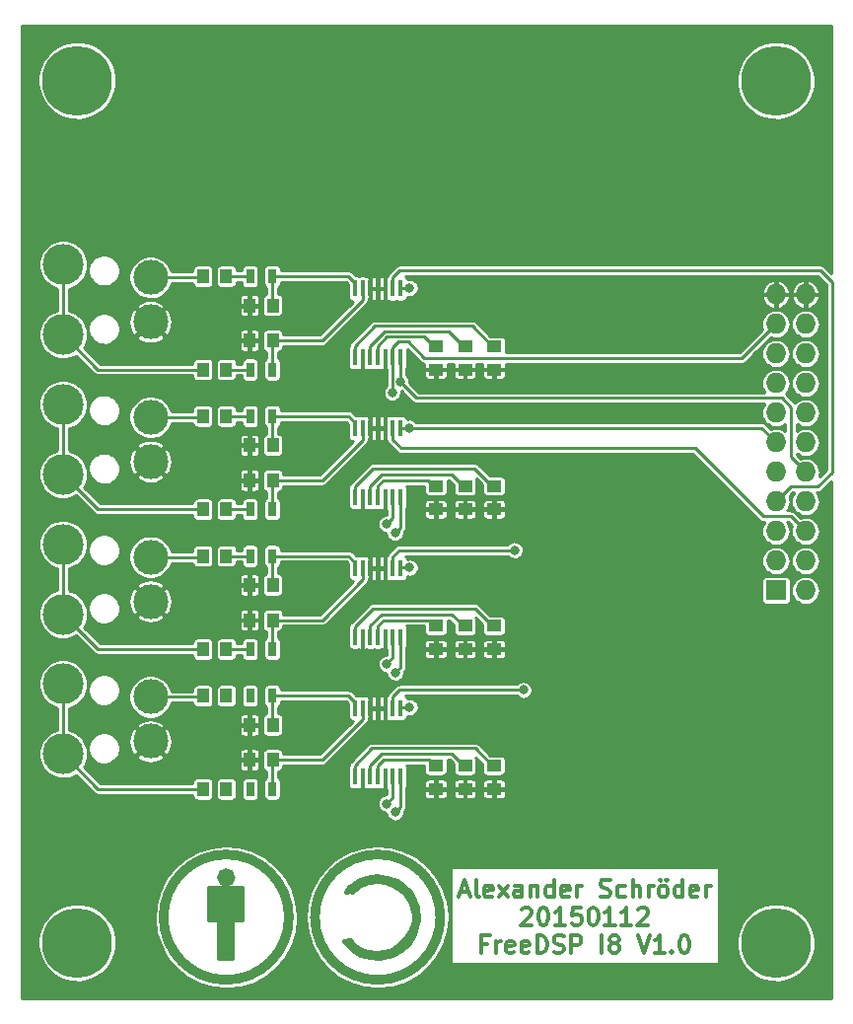
<source format=gbr>
G04 #@! TF.FileFunction,Copper,L1,Top,Signal*
%FSLAX46Y46*%
G04 Gerber Fmt 4.6, Leading zero omitted, Abs format (unit mm)*
G04 Created by KiCad (PCBNEW 4.0.1-stable) date 12.01.2016 22:18:14*
%MOMM*%
G01*
G04 APERTURE LIST*
%ADD10C,0.100000*%
%ADD11C,0.300000*%
%ADD12C,0.381000*%
%ADD13R,1.727200X1.727200*%
%ADD14O,1.727200X1.727200*%
%ADD15R,0.450000X1.450000*%
%ADD16C,6.000000*%
%ADD17R,1.250000X1.000000*%
%ADD18R,1.000000X1.250000*%
%ADD19C,3.000000*%
%ADD20C,3.500000*%
%ADD21R,0.700000X1.300000*%
%ADD22C,0.800000*%
%ADD23C,0.250000*%
G04 APERTURE END LIST*
D10*
D11*
X38121430Y-74850000D02*
X38835716Y-74850000D01*
X37978573Y-75278571D02*
X38478573Y-73778571D01*
X38978573Y-75278571D01*
X39692859Y-75278571D02*
X39550001Y-75207143D01*
X39478573Y-75064286D01*
X39478573Y-73778571D01*
X40835715Y-75207143D02*
X40692858Y-75278571D01*
X40407144Y-75278571D01*
X40264287Y-75207143D01*
X40192858Y-75064286D01*
X40192858Y-74492857D01*
X40264287Y-74350000D01*
X40407144Y-74278571D01*
X40692858Y-74278571D01*
X40835715Y-74350000D01*
X40907144Y-74492857D01*
X40907144Y-74635714D01*
X40192858Y-74778571D01*
X41407144Y-75278571D02*
X42192858Y-74278571D01*
X41407144Y-74278571D02*
X42192858Y-75278571D01*
X43407144Y-75278571D02*
X43407144Y-74492857D01*
X43335715Y-74350000D01*
X43192858Y-74278571D01*
X42907144Y-74278571D01*
X42764287Y-74350000D01*
X43407144Y-75207143D02*
X43264287Y-75278571D01*
X42907144Y-75278571D01*
X42764287Y-75207143D01*
X42692858Y-75064286D01*
X42692858Y-74921429D01*
X42764287Y-74778571D01*
X42907144Y-74707143D01*
X43264287Y-74707143D01*
X43407144Y-74635714D01*
X44121430Y-74278571D02*
X44121430Y-75278571D01*
X44121430Y-74421429D02*
X44192858Y-74350000D01*
X44335716Y-74278571D01*
X44550001Y-74278571D01*
X44692858Y-74350000D01*
X44764287Y-74492857D01*
X44764287Y-75278571D01*
X46121430Y-75278571D02*
X46121430Y-73778571D01*
X46121430Y-75207143D02*
X45978573Y-75278571D01*
X45692859Y-75278571D01*
X45550001Y-75207143D01*
X45478573Y-75135714D01*
X45407144Y-74992857D01*
X45407144Y-74564286D01*
X45478573Y-74421429D01*
X45550001Y-74350000D01*
X45692859Y-74278571D01*
X45978573Y-74278571D01*
X46121430Y-74350000D01*
X47407144Y-75207143D02*
X47264287Y-75278571D01*
X46978573Y-75278571D01*
X46835716Y-75207143D01*
X46764287Y-75064286D01*
X46764287Y-74492857D01*
X46835716Y-74350000D01*
X46978573Y-74278571D01*
X47264287Y-74278571D01*
X47407144Y-74350000D01*
X47478573Y-74492857D01*
X47478573Y-74635714D01*
X46764287Y-74778571D01*
X48121430Y-75278571D02*
X48121430Y-74278571D01*
X48121430Y-74564286D02*
X48192858Y-74421429D01*
X48264287Y-74350000D01*
X48407144Y-74278571D01*
X48550001Y-74278571D01*
X50121429Y-75207143D02*
X50335715Y-75278571D01*
X50692858Y-75278571D01*
X50835715Y-75207143D01*
X50907144Y-75135714D01*
X50978572Y-74992857D01*
X50978572Y-74850000D01*
X50907144Y-74707143D01*
X50835715Y-74635714D01*
X50692858Y-74564286D01*
X50407144Y-74492857D01*
X50264286Y-74421429D01*
X50192858Y-74350000D01*
X50121429Y-74207143D01*
X50121429Y-74064286D01*
X50192858Y-73921429D01*
X50264286Y-73850000D01*
X50407144Y-73778571D01*
X50764286Y-73778571D01*
X50978572Y-73850000D01*
X52264286Y-75207143D02*
X52121429Y-75278571D01*
X51835715Y-75278571D01*
X51692857Y-75207143D01*
X51621429Y-75135714D01*
X51550000Y-74992857D01*
X51550000Y-74564286D01*
X51621429Y-74421429D01*
X51692857Y-74350000D01*
X51835715Y-74278571D01*
X52121429Y-74278571D01*
X52264286Y-74350000D01*
X52907143Y-75278571D02*
X52907143Y-73778571D01*
X53550000Y-75278571D02*
X53550000Y-74492857D01*
X53478571Y-74350000D01*
X53335714Y-74278571D01*
X53121429Y-74278571D01*
X52978571Y-74350000D01*
X52907143Y-74421429D01*
X54264286Y-75278571D02*
X54264286Y-74278571D01*
X54264286Y-74564286D02*
X54335714Y-74421429D01*
X54407143Y-74350000D01*
X54550000Y-74278571D01*
X54692857Y-74278571D01*
X55407143Y-75278571D02*
X55264285Y-75207143D01*
X55192857Y-75135714D01*
X55121428Y-74992857D01*
X55121428Y-74564286D01*
X55192857Y-74421429D01*
X55264285Y-74350000D01*
X55407143Y-74278571D01*
X55621428Y-74278571D01*
X55764285Y-74350000D01*
X55835714Y-74421429D01*
X55907143Y-74564286D01*
X55907143Y-74992857D01*
X55835714Y-75135714D01*
X55764285Y-75207143D01*
X55621428Y-75278571D01*
X55407143Y-75278571D01*
X55264285Y-73778571D02*
X55335714Y-73850000D01*
X55264285Y-73921429D01*
X55192857Y-73850000D01*
X55264285Y-73778571D01*
X55264285Y-73921429D01*
X55835714Y-73778571D02*
X55907143Y-73850000D01*
X55835714Y-73921429D01*
X55764285Y-73850000D01*
X55835714Y-73778571D01*
X55835714Y-73921429D01*
X57192857Y-75278571D02*
X57192857Y-73778571D01*
X57192857Y-75207143D02*
X57050000Y-75278571D01*
X56764286Y-75278571D01*
X56621428Y-75207143D01*
X56550000Y-75135714D01*
X56478571Y-74992857D01*
X56478571Y-74564286D01*
X56550000Y-74421429D01*
X56621428Y-74350000D01*
X56764286Y-74278571D01*
X57050000Y-74278571D01*
X57192857Y-74350000D01*
X58478571Y-75207143D02*
X58335714Y-75278571D01*
X58050000Y-75278571D01*
X57907143Y-75207143D01*
X57835714Y-75064286D01*
X57835714Y-74492857D01*
X57907143Y-74350000D01*
X58050000Y-74278571D01*
X58335714Y-74278571D01*
X58478571Y-74350000D01*
X58550000Y-74492857D01*
X58550000Y-74635714D01*
X57835714Y-74778571D01*
X59192857Y-75278571D02*
X59192857Y-74278571D01*
X59192857Y-74564286D02*
X59264285Y-74421429D01*
X59335714Y-74350000D01*
X59478571Y-74278571D01*
X59621428Y-74278571D01*
X43371430Y-76321429D02*
X43442859Y-76250000D01*
X43585716Y-76178571D01*
X43942859Y-76178571D01*
X44085716Y-76250000D01*
X44157145Y-76321429D01*
X44228573Y-76464286D01*
X44228573Y-76607143D01*
X44157145Y-76821429D01*
X43300002Y-77678571D01*
X44228573Y-77678571D01*
X45157144Y-76178571D02*
X45300001Y-76178571D01*
X45442858Y-76250000D01*
X45514287Y-76321429D01*
X45585716Y-76464286D01*
X45657144Y-76750000D01*
X45657144Y-77107143D01*
X45585716Y-77392857D01*
X45514287Y-77535714D01*
X45442858Y-77607143D01*
X45300001Y-77678571D01*
X45157144Y-77678571D01*
X45014287Y-77607143D01*
X44942858Y-77535714D01*
X44871430Y-77392857D01*
X44800001Y-77107143D01*
X44800001Y-76750000D01*
X44871430Y-76464286D01*
X44942858Y-76321429D01*
X45014287Y-76250000D01*
X45157144Y-76178571D01*
X47085715Y-77678571D02*
X46228572Y-77678571D01*
X46657144Y-77678571D02*
X46657144Y-76178571D01*
X46514287Y-76392857D01*
X46371429Y-76535714D01*
X46228572Y-76607143D01*
X48442858Y-76178571D02*
X47728572Y-76178571D01*
X47657143Y-76892857D01*
X47728572Y-76821429D01*
X47871429Y-76750000D01*
X48228572Y-76750000D01*
X48371429Y-76821429D01*
X48442858Y-76892857D01*
X48514286Y-77035714D01*
X48514286Y-77392857D01*
X48442858Y-77535714D01*
X48371429Y-77607143D01*
X48228572Y-77678571D01*
X47871429Y-77678571D01*
X47728572Y-77607143D01*
X47657143Y-77535714D01*
X49442857Y-76178571D02*
X49585714Y-76178571D01*
X49728571Y-76250000D01*
X49800000Y-76321429D01*
X49871429Y-76464286D01*
X49942857Y-76750000D01*
X49942857Y-77107143D01*
X49871429Y-77392857D01*
X49800000Y-77535714D01*
X49728571Y-77607143D01*
X49585714Y-77678571D01*
X49442857Y-77678571D01*
X49300000Y-77607143D01*
X49228571Y-77535714D01*
X49157143Y-77392857D01*
X49085714Y-77107143D01*
X49085714Y-76750000D01*
X49157143Y-76464286D01*
X49228571Y-76321429D01*
X49300000Y-76250000D01*
X49442857Y-76178571D01*
X51371428Y-77678571D02*
X50514285Y-77678571D01*
X50942857Y-77678571D02*
X50942857Y-76178571D01*
X50800000Y-76392857D01*
X50657142Y-76535714D01*
X50514285Y-76607143D01*
X52799999Y-77678571D02*
X51942856Y-77678571D01*
X52371428Y-77678571D02*
X52371428Y-76178571D01*
X52228571Y-76392857D01*
X52085713Y-76535714D01*
X51942856Y-76607143D01*
X53371427Y-76321429D02*
X53442856Y-76250000D01*
X53585713Y-76178571D01*
X53942856Y-76178571D01*
X54085713Y-76250000D01*
X54157142Y-76321429D01*
X54228570Y-76464286D01*
X54228570Y-76607143D01*
X54157142Y-76821429D01*
X53299999Y-77678571D01*
X54228570Y-77678571D01*
X40407145Y-79292857D02*
X39907145Y-79292857D01*
X39907145Y-80078571D02*
X39907145Y-78578571D01*
X40621431Y-78578571D01*
X41192859Y-80078571D02*
X41192859Y-79078571D01*
X41192859Y-79364286D02*
X41264287Y-79221429D01*
X41335716Y-79150000D01*
X41478573Y-79078571D01*
X41621430Y-79078571D01*
X42692858Y-80007143D02*
X42550001Y-80078571D01*
X42264287Y-80078571D01*
X42121430Y-80007143D01*
X42050001Y-79864286D01*
X42050001Y-79292857D01*
X42121430Y-79150000D01*
X42264287Y-79078571D01*
X42550001Y-79078571D01*
X42692858Y-79150000D01*
X42764287Y-79292857D01*
X42764287Y-79435714D01*
X42050001Y-79578571D01*
X43978572Y-80007143D02*
X43835715Y-80078571D01*
X43550001Y-80078571D01*
X43407144Y-80007143D01*
X43335715Y-79864286D01*
X43335715Y-79292857D01*
X43407144Y-79150000D01*
X43550001Y-79078571D01*
X43835715Y-79078571D01*
X43978572Y-79150000D01*
X44050001Y-79292857D01*
X44050001Y-79435714D01*
X43335715Y-79578571D01*
X44692858Y-80078571D02*
X44692858Y-78578571D01*
X45050001Y-78578571D01*
X45264286Y-78650000D01*
X45407144Y-78792857D01*
X45478572Y-78935714D01*
X45550001Y-79221429D01*
X45550001Y-79435714D01*
X45478572Y-79721429D01*
X45407144Y-79864286D01*
X45264286Y-80007143D01*
X45050001Y-80078571D01*
X44692858Y-80078571D01*
X46121429Y-80007143D02*
X46335715Y-80078571D01*
X46692858Y-80078571D01*
X46835715Y-80007143D01*
X46907144Y-79935714D01*
X46978572Y-79792857D01*
X46978572Y-79650000D01*
X46907144Y-79507143D01*
X46835715Y-79435714D01*
X46692858Y-79364286D01*
X46407144Y-79292857D01*
X46264286Y-79221429D01*
X46192858Y-79150000D01*
X46121429Y-79007143D01*
X46121429Y-78864286D01*
X46192858Y-78721429D01*
X46264286Y-78650000D01*
X46407144Y-78578571D01*
X46764286Y-78578571D01*
X46978572Y-78650000D01*
X47621429Y-80078571D02*
X47621429Y-78578571D01*
X48192857Y-78578571D01*
X48335715Y-78650000D01*
X48407143Y-78721429D01*
X48478572Y-78864286D01*
X48478572Y-79078571D01*
X48407143Y-79221429D01*
X48335715Y-79292857D01*
X48192857Y-79364286D01*
X47621429Y-79364286D01*
X50264286Y-80078571D02*
X50264286Y-78578571D01*
X51192858Y-79221429D02*
X51050000Y-79150000D01*
X50978572Y-79078571D01*
X50907143Y-78935714D01*
X50907143Y-78864286D01*
X50978572Y-78721429D01*
X51050000Y-78650000D01*
X51192858Y-78578571D01*
X51478572Y-78578571D01*
X51621429Y-78650000D01*
X51692858Y-78721429D01*
X51764286Y-78864286D01*
X51764286Y-78935714D01*
X51692858Y-79078571D01*
X51621429Y-79150000D01*
X51478572Y-79221429D01*
X51192858Y-79221429D01*
X51050000Y-79292857D01*
X50978572Y-79364286D01*
X50907143Y-79507143D01*
X50907143Y-79792857D01*
X50978572Y-79935714D01*
X51050000Y-80007143D01*
X51192858Y-80078571D01*
X51478572Y-80078571D01*
X51621429Y-80007143D01*
X51692858Y-79935714D01*
X51764286Y-79792857D01*
X51764286Y-79507143D01*
X51692858Y-79364286D01*
X51621429Y-79292857D01*
X51478572Y-79221429D01*
X53335714Y-78578571D02*
X53835714Y-80078571D01*
X54335714Y-78578571D01*
X55621428Y-80078571D02*
X54764285Y-80078571D01*
X55192857Y-80078571D02*
X55192857Y-78578571D01*
X55050000Y-78792857D01*
X54907142Y-78935714D01*
X54764285Y-79007143D01*
X56264285Y-79935714D02*
X56335713Y-80007143D01*
X56264285Y-80078571D01*
X56192856Y-80007143D01*
X56264285Y-79935714D01*
X56264285Y-80078571D01*
X57264285Y-78578571D02*
X57407142Y-78578571D01*
X57549999Y-78650000D01*
X57621428Y-78721429D01*
X57692857Y-78864286D01*
X57764285Y-79150000D01*
X57764285Y-79507143D01*
X57692857Y-79792857D01*
X57621428Y-79935714D01*
X57549999Y-80007143D01*
X57407142Y-80078571D01*
X57264285Y-80078571D01*
X57121428Y-80007143D01*
X57049999Y-79935714D01*
X56978571Y-79792857D01*
X56907142Y-79507143D01*
X56907142Y-79150000D01*
X56978571Y-78864286D01*
X57049999Y-78721429D01*
X57121428Y-78650000D01*
X57264285Y-78578571D01*
D12*
X17601220Y-77299720D02*
X17601220Y-80299460D01*
X17601220Y-80299460D02*
X17799340Y-80299460D01*
X17799340Y-80299460D02*
X17799340Y-77299720D01*
X17799340Y-77299720D02*
X18099060Y-77299720D01*
X18099060Y-77299720D02*
X18099060Y-80401060D01*
X18099060Y-80401060D02*
X18299720Y-80401060D01*
X18299720Y-80401060D02*
X18299720Y-77299720D01*
X19198880Y-75100080D02*
X16600460Y-75100080D01*
X16600460Y-75100080D02*
X16600460Y-75498860D01*
X16600460Y-75498860D02*
X16600460Y-75399800D01*
X16600460Y-75399800D02*
X19198880Y-75399800D01*
X19198880Y-75399800D02*
X19198880Y-75699520D01*
X19198880Y-75699520D02*
X16699520Y-75699520D01*
X16699520Y-75699520D02*
X16699520Y-75900180D01*
X16699520Y-75900180D02*
X19099820Y-75900180D01*
X19099820Y-75900180D02*
X19099820Y-76199900D01*
X19099820Y-76199900D02*
X16600460Y-76199900D01*
X16600460Y-76199900D02*
X16600460Y-76499620D01*
X16600460Y-76499620D02*
X19099820Y-76499620D01*
X19099820Y-76499620D02*
X19099820Y-76700280D01*
X19099820Y-76700280D02*
X16600460Y-76700280D01*
X16600460Y-76700280D02*
X16600460Y-76900940D01*
X16600460Y-76900940D02*
X19099820Y-76900940D01*
X16600460Y-74800360D02*
X19099820Y-74800360D01*
X18299720Y-73200160D02*
X18299720Y-74000260D01*
X17700280Y-73200160D02*
X17700280Y-73901200D01*
X18000000Y-73200160D02*
X18000000Y-74000260D01*
X17400560Y-80500120D02*
X18500380Y-80500120D01*
X18500380Y-80500120D02*
X18500380Y-77299720D01*
X17400560Y-77299720D02*
X17400560Y-80500120D01*
X16498860Y-74500640D02*
X19300480Y-74500640D01*
X19300480Y-74500640D02*
X19300480Y-77200660D01*
X19300480Y-77200660D02*
X16498860Y-77200660D01*
X16498860Y-77200660D02*
X16498860Y-74500640D01*
X18583277Y-73598940D02*
G75*
G03X18583277Y-73598940I-583277J0D01*
G01*
X18000000Y-71599960D02*
X17499620Y-71599960D01*
X17499620Y-71599960D02*
X16699520Y-71899680D01*
X16699520Y-71899680D02*
X16001020Y-72100340D01*
X16001020Y-72100340D02*
X15299980Y-72301000D01*
X15299980Y-72301000D02*
X14700540Y-72798840D01*
X14700540Y-72798840D02*
X13999500Y-73400820D01*
X13999500Y-73400820D02*
X13499120Y-74000260D01*
X13499120Y-74000260D02*
X12998740Y-74899420D01*
X12998740Y-74899420D02*
X12699020Y-75900180D01*
X12699020Y-75900180D02*
X12599960Y-77099060D01*
X12599960Y-77099060D02*
X12800620Y-78300480D01*
X12800620Y-78300480D02*
X13199400Y-79400300D01*
X13199400Y-79400300D02*
X14200160Y-80898900D01*
X14200160Y-80898900D02*
X15399040Y-81800600D01*
X15399040Y-81800600D02*
X16699520Y-82300980D01*
X16699520Y-82300980D02*
X18099060Y-82300980D01*
X18099060Y-82300980D02*
X19600200Y-82199380D01*
X19600200Y-82199380D02*
X20600960Y-81699000D01*
X20600960Y-81699000D02*
X22201160Y-80401060D01*
X22201160Y-80401060D02*
X23001260Y-78800860D01*
X23001260Y-78800860D02*
X23400040Y-77299720D01*
X23400040Y-77299720D02*
X23199380Y-75600460D01*
X23199380Y-75600460D02*
X22699000Y-74500640D01*
X22699000Y-74500640D02*
X21401060Y-72900440D01*
X21401060Y-72900440D02*
X20400300Y-72199400D01*
X20400300Y-72199400D02*
X19399540Y-71800620D01*
X19399540Y-71800620D02*
X18000000Y-71699020D01*
X23180604Y-77000000D02*
G75*
G03X23180604Y-77000000I-5180604J0D01*
G01*
X23588000Y-77000000D02*
G75*
G03X23588000Y-77000000I-5588000J0D01*
G01*
X28550000Y-74400000D02*
X28300000Y-74800000D01*
X28300000Y-74800000D02*
X28725000Y-74775000D01*
X28725000Y-74775000D02*
X28600000Y-74450000D01*
X28375000Y-79250000D02*
X28150000Y-79025000D01*
X28150000Y-79025000D02*
X28550000Y-78975000D01*
X28700000Y-79375000D02*
X29125000Y-79750000D01*
X29125000Y-79750000D02*
X29150000Y-79750000D01*
X29199140Y-79900680D02*
X30799340Y-80299460D01*
X30799340Y-80299460D02*
X32300480Y-79999740D01*
X32300480Y-79999740D02*
X33301240Y-79301240D01*
X33301240Y-79301240D02*
X33999740Y-78198880D01*
X33999740Y-78198880D02*
X34299460Y-77200660D01*
X34299460Y-77200660D02*
X34098800Y-75999240D01*
X34098800Y-75999240D02*
X33499360Y-74800360D01*
X33499360Y-74800360D02*
X32501140Y-74000260D01*
X32501140Y-74000260D02*
X31099060Y-73700540D01*
X31099060Y-73700540D02*
X29699520Y-73901200D01*
X29699520Y-73901200D02*
X28800360Y-74500640D01*
X28599700Y-78998980D02*
X29001020Y-79400300D01*
X29001020Y-79400300D02*
X29600460Y-79799080D01*
X29600460Y-79799080D02*
X30199900Y-79999740D01*
X30199900Y-79999740D02*
X30900940Y-80098800D01*
X30900940Y-80098800D02*
X31599440Y-79999740D01*
X31599440Y-79999740D02*
X32300480Y-79799080D01*
X32300480Y-79799080D02*
X32899920Y-79301240D01*
X32899920Y-79301240D02*
X33499360Y-78699260D01*
X33499360Y-78699260D02*
X33799080Y-78198880D01*
X33799080Y-78198880D02*
X34098800Y-77398780D01*
X34098800Y-77398780D02*
X34098800Y-76799340D01*
X34098800Y-76799340D02*
X33999740Y-76199900D01*
X33999740Y-76199900D02*
X33799080Y-75699520D01*
X33799080Y-75699520D02*
X33400300Y-75001020D01*
X33400300Y-75001020D02*
X32899920Y-74599700D01*
X32899920Y-74599700D02*
X32300480Y-74200920D01*
X32300480Y-74200920D02*
X31701040Y-74000260D01*
X31701040Y-74000260D02*
X31000000Y-73901200D01*
X31000000Y-73901200D02*
X30199900Y-74000260D01*
X30199900Y-74000260D02*
X29399800Y-74299980D01*
X29399800Y-74299980D02*
X28800360Y-74800360D01*
X28599700Y-74399040D02*
X29300740Y-73901200D01*
X29300740Y-73901200D02*
X29999240Y-73598940D01*
X29999240Y-73598940D02*
X30900940Y-73499880D01*
X30900940Y-73499880D02*
X31800100Y-73598940D01*
X31800100Y-73598940D02*
X32699260Y-73901200D01*
X32699260Y-73901200D02*
X33799080Y-74800360D01*
X33799080Y-74800360D02*
X34401060Y-76100840D01*
X34401060Y-76100840D02*
X34500120Y-77200660D01*
X34500120Y-77200660D02*
X34098800Y-78501140D01*
X34098800Y-78501140D02*
X33700020Y-79199640D01*
X33700020Y-79199640D02*
X32998980Y-79799080D01*
X32998980Y-79799080D02*
X32300480Y-80200400D01*
X32300480Y-80200400D02*
X31200660Y-80500120D01*
X31200660Y-80500120D02*
X30298960Y-80401060D01*
X30298960Y-80401060D02*
X29498860Y-80200400D01*
X29498860Y-80200400D02*
X28899420Y-79799080D01*
X28899420Y-79799080D02*
X28399040Y-79301240D01*
X31000000Y-71599960D02*
X30499620Y-71599960D01*
X30499620Y-71599960D02*
X29699520Y-71899680D01*
X29699520Y-71899680D02*
X29001020Y-72100340D01*
X29001020Y-72100340D02*
X28299980Y-72301000D01*
X28299980Y-72301000D02*
X27700540Y-72798840D01*
X27700540Y-72798840D02*
X26999500Y-73400820D01*
X26999500Y-73400820D02*
X26499120Y-74000260D01*
X26499120Y-74000260D02*
X25998740Y-74899420D01*
X25998740Y-74899420D02*
X25699020Y-75900180D01*
X25699020Y-75900180D02*
X25599960Y-77099060D01*
X25599960Y-77099060D02*
X25800620Y-78300480D01*
X25800620Y-78300480D02*
X26199400Y-79400300D01*
X26199400Y-79400300D02*
X27200160Y-80898900D01*
X27200160Y-80898900D02*
X28399040Y-81800600D01*
X28399040Y-81800600D02*
X29699520Y-82300980D01*
X29699520Y-82300980D02*
X31099060Y-82300980D01*
X31099060Y-82300980D02*
X32600200Y-82199380D01*
X32600200Y-82199380D02*
X33600960Y-81699000D01*
X33600960Y-81699000D02*
X35201160Y-80401060D01*
X35201160Y-80401060D02*
X36001260Y-78800860D01*
X36001260Y-78800860D02*
X36400040Y-77299720D01*
X36400040Y-77299720D02*
X36199380Y-75600460D01*
X36199380Y-75600460D02*
X35699000Y-74500640D01*
X35699000Y-74500640D02*
X34401060Y-72900440D01*
X34401060Y-72900440D02*
X33400300Y-72199400D01*
X33400300Y-72199400D02*
X32399540Y-71800620D01*
X32399540Y-71800620D02*
X31000000Y-71699020D01*
X36180604Y-77000000D02*
G75*
G03X36180604Y-77000000I-5180604J0D01*
G01*
X36588000Y-77000000D02*
G75*
G03X36588000Y-77000000I-5588000J0D01*
G01*
D13*
X65200000Y-48950000D03*
D14*
X67740000Y-48950000D03*
X65200000Y-46410000D03*
X67740000Y-46410000D03*
X65200000Y-43870000D03*
X67740000Y-43870000D03*
X65200000Y-41330000D03*
X67740000Y-41330000D03*
X65200000Y-38790000D03*
X67740000Y-38790000D03*
X65200000Y-36250000D03*
X67740000Y-36250000D03*
X65200000Y-33710000D03*
X67740000Y-33710000D03*
X65200000Y-31170000D03*
X67740000Y-31170000D03*
X65200000Y-28630000D03*
X67740000Y-28630000D03*
X65200000Y-26090000D03*
X67740000Y-26090000D03*
X65200000Y-23550000D03*
X67740000Y-23550000D03*
D15*
X29050000Y-52950000D03*
X29700000Y-52950000D03*
X30350000Y-52950000D03*
X31000000Y-52950000D03*
X31650000Y-52950000D03*
X32300000Y-52950000D03*
X32950000Y-52950000D03*
X32950000Y-47050000D03*
X32300000Y-47050000D03*
X31650000Y-47050000D03*
X31000000Y-47050000D03*
X30350000Y-47050000D03*
X29700000Y-47050000D03*
X29050000Y-47050000D03*
D16*
X5200000Y-79200000D03*
X65200000Y-79200000D03*
X65200000Y-5200000D03*
X5200000Y-5200000D03*
D17*
X36000000Y-28000000D03*
X36000000Y-30000000D03*
X36000000Y-40000000D03*
X36000000Y-42000000D03*
X36000000Y-64000000D03*
X36000000Y-66000000D03*
X36000000Y-52000000D03*
X36000000Y-54000000D03*
X41000000Y-28000000D03*
X41000000Y-30000000D03*
X38500000Y-28000000D03*
X38500000Y-30000000D03*
X41000000Y-40000000D03*
X41000000Y-42000000D03*
X38500000Y-40000000D03*
X38500000Y-42000000D03*
X41000000Y-52000000D03*
X41000000Y-54000000D03*
X38500000Y-52000000D03*
X38500000Y-54000000D03*
X41000000Y-64000000D03*
X41000000Y-66000000D03*
X38500000Y-64000000D03*
X38500000Y-66000000D03*
D18*
X20000000Y-24500000D03*
X22000000Y-24500000D03*
X20000000Y-36500000D03*
X22000000Y-36500000D03*
X20000000Y-48500000D03*
X22000000Y-48500000D03*
X20000000Y-60500000D03*
X22000000Y-60500000D03*
X20000000Y-27500000D03*
X22000000Y-27500000D03*
X20000000Y-39500000D03*
X22000000Y-39500000D03*
X20000000Y-51500000D03*
X22000000Y-51500000D03*
X20000000Y-63500000D03*
X22000000Y-63500000D03*
X16000000Y-22000000D03*
X18000000Y-22000000D03*
X16000000Y-34000000D03*
X18000000Y-34000000D03*
X16000000Y-46000000D03*
X18000000Y-46000000D03*
X16000000Y-58000000D03*
X18000000Y-58000000D03*
X18000000Y-30000000D03*
X16000000Y-30000000D03*
X18000000Y-42000000D03*
X16000000Y-42000000D03*
X18000000Y-54000000D03*
X16000000Y-54000000D03*
X18000000Y-66000000D03*
X16000000Y-66000000D03*
D15*
X29050000Y-28950000D03*
X29700000Y-28950000D03*
X30350000Y-28950000D03*
X31000000Y-28950000D03*
X31650000Y-28950000D03*
X32300000Y-28950000D03*
X32950000Y-28950000D03*
X32950000Y-23050000D03*
X32300000Y-23050000D03*
X31650000Y-23050000D03*
X31000000Y-23050000D03*
X30350000Y-23050000D03*
X29700000Y-23050000D03*
X29050000Y-23050000D03*
X29050000Y-40950000D03*
X29700000Y-40950000D03*
X30350000Y-40950000D03*
X31000000Y-40950000D03*
X31650000Y-40950000D03*
X32300000Y-40950000D03*
X32950000Y-40950000D03*
X32950000Y-35050000D03*
X32300000Y-35050000D03*
X31650000Y-35050000D03*
X31000000Y-35050000D03*
X30350000Y-35050000D03*
X29700000Y-35050000D03*
X29050000Y-35050000D03*
X29050000Y-64950000D03*
X29700000Y-64950000D03*
X30350000Y-64950000D03*
X31000000Y-64950000D03*
X31650000Y-64950000D03*
X32300000Y-64950000D03*
X32950000Y-64950000D03*
X32950000Y-59050000D03*
X32300000Y-59050000D03*
X31650000Y-59050000D03*
X31000000Y-59050000D03*
X30350000Y-59050000D03*
X29700000Y-59050000D03*
X29050000Y-59050000D03*
D19*
X11500000Y-25900000D03*
X11500000Y-22100000D03*
D20*
X4000000Y-27000000D03*
X4000000Y-21000000D03*
D19*
X11500000Y-37900000D03*
X11500000Y-34100000D03*
D20*
X4000000Y-39000000D03*
X4000000Y-33000000D03*
D19*
X11500000Y-49900000D03*
X11500000Y-46100000D03*
D20*
X4000000Y-51000000D03*
X4000000Y-45000000D03*
D19*
X11500000Y-61900000D03*
X11500000Y-58100000D03*
D20*
X4000000Y-63000000D03*
X4000000Y-57000000D03*
D21*
X21950000Y-22000000D03*
X20050000Y-22000000D03*
X20050000Y-30000000D03*
X21950000Y-30000000D03*
X21950000Y-34000000D03*
X20050000Y-34000000D03*
X20050000Y-42000000D03*
X21950000Y-42000000D03*
X21950000Y-46000000D03*
X20050000Y-46000000D03*
X20050000Y-54000000D03*
X21950000Y-54000000D03*
X21950000Y-58000000D03*
X20050000Y-58000000D03*
X20050000Y-66000000D03*
X21950000Y-66000000D03*
D22*
X36000000Y-64000000D03*
X36000000Y-52000000D03*
X36000000Y-40000000D03*
X36000000Y-28000000D03*
X38500000Y-28000000D03*
X38500000Y-40000000D03*
X38500000Y-52000000D03*
X38500000Y-64000000D03*
X32250000Y-32000000D03*
X31750000Y-67250000D03*
X31750000Y-55250000D03*
X31750000Y-43250000D03*
X32975010Y-31051873D03*
X32500000Y-68000000D03*
X32500000Y-56000000D03*
X32500000Y-44000000D03*
X33750000Y-59000000D03*
X33750000Y-47000000D03*
X33750000Y-35000000D03*
X33750000Y-23000000D03*
X43500000Y-57500000D03*
X42750000Y-45500000D03*
D23*
X11500000Y-22100000D02*
X15900000Y-22100000D01*
X15900000Y-22100000D02*
X16000000Y-22000000D01*
X4000000Y-27000000D02*
X7000000Y-30000000D01*
X7000000Y-30000000D02*
X16000000Y-30000000D01*
X4000000Y-21000000D02*
X4000000Y-23474873D01*
X4000000Y-23474873D02*
X4000000Y-27000000D01*
X31000000Y-28950000D02*
X31000000Y-27975000D01*
X31000000Y-27975000D02*
X31808743Y-27166257D01*
X31808743Y-27166257D02*
X35017588Y-27166257D01*
X35017588Y-27166257D02*
X35851331Y-28000000D01*
X35851331Y-28000000D02*
X36000000Y-28000000D01*
X31000000Y-64950000D02*
X31000000Y-63975000D01*
X31000000Y-63975000D02*
X31475000Y-63500000D01*
X31475000Y-63500000D02*
X35390091Y-63500000D01*
X35390091Y-63500000D02*
X35890091Y-64000000D01*
X35890091Y-64000000D02*
X36000000Y-64000000D01*
X31000000Y-52950000D02*
X31000000Y-51975000D01*
X31000000Y-51975000D02*
X31475000Y-51500000D01*
X31475000Y-51500000D02*
X35356381Y-51500000D01*
X35356381Y-51500000D02*
X35856381Y-52000000D01*
X35856381Y-52000000D02*
X36000000Y-52000000D01*
X31000000Y-40950000D02*
X31000000Y-39975000D01*
X31000000Y-39975000D02*
X31475000Y-39500000D01*
X31475000Y-39500000D02*
X35357384Y-39500000D01*
X35357384Y-39500000D02*
X35857384Y-40000000D01*
X35857384Y-40000000D02*
X36000000Y-40000000D01*
X29050000Y-28950000D02*
X29050000Y-27975000D01*
X29050000Y-27975000D02*
X30758765Y-26266235D01*
X30758765Y-26266235D02*
X39122925Y-26266235D01*
X39122925Y-26266235D02*
X40856690Y-28000000D01*
X40856690Y-28000000D02*
X41000000Y-28000000D01*
X38375000Y-28000000D02*
X38500000Y-28000000D01*
X31608754Y-26716246D02*
X37091246Y-26716246D01*
X30350000Y-27975000D02*
X31608754Y-26716246D01*
X30350000Y-28950000D02*
X30350000Y-27975000D01*
X37091246Y-26716246D02*
X38375000Y-28000000D01*
X30350000Y-64950000D02*
X30350000Y-63988590D01*
X31338590Y-63000000D02*
X37361216Y-63000000D01*
X30350000Y-63988590D02*
X31338590Y-63000000D01*
X37361216Y-63000000D02*
X38361216Y-64000000D01*
X38361216Y-64000000D02*
X38500000Y-64000000D01*
X30350000Y-52950000D02*
X30350000Y-51988590D01*
X30350000Y-51988590D02*
X31338590Y-51000000D01*
X31338590Y-51000000D02*
X37346780Y-51000000D01*
X37346780Y-51000000D02*
X38346780Y-52000000D01*
X38346780Y-52000000D02*
X38500000Y-52000000D01*
X30350000Y-40950000D02*
X30350000Y-39988590D01*
X30350000Y-39988590D02*
X31338590Y-39000000D01*
X38344381Y-40000000D02*
X38500000Y-40000000D01*
X31338590Y-39000000D02*
X37344381Y-39000000D01*
X37344381Y-39000000D02*
X38344381Y-40000000D01*
X29050000Y-40950000D02*
X29050000Y-40064998D01*
X29050000Y-40064998D02*
X30614998Y-38500000D01*
X30614998Y-38500000D02*
X39331378Y-38500000D01*
X39331378Y-38500000D02*
X40831378Y-40000000D01*
X40831378Y-40000000D02*
X41000000Y-40000000D01*
X29050000Y-52950000D02*
X29050000Y-52064998D01*
X29050000Y-52064998D02*
X30614998Y-50500000D01*
X30614998Y-50500000D02*
X39352991Y-50500000D01*
X39352991Y-50500000D02*
X40852991Y-52000000D01*
X40852991Y-52000000D02*
X41000000Y-52000000D01*
X29050000Y-64950000D02*
X29050000Y-63975000D01*
X29050000Y-63975000D02*
X30525000Y-62500000D01*
X30525000Y-62500000D02*
X39357136Y-62500000D01*
X39357136Y-62500000D02*
X40857136Y-64000000D01*
X40857136Y-64000000D02*
X41000000Y-64000000D01*
X21950000Y-22000000D02*
X28500000Y-22000000D01*
X28500000Y-22000000D02*
X29050000Y-22550000D01*
X29050000Y-22550000D02*
X29050000Y-23050000D01*
X21950000Y-22000000D02*
X21950000Y-24450000D01*
X21950000Y-24450000D02*
X22000000Y-24500000D01*
X21950000Y-34000000D02*
X28500000Y-34000000D01*
X28500000Y-34000000D02*
X29050000Y-34550000D01*
X29050000Y-34550000D02*
X29050000Y-35050000D01*
X21950000Y-34000000D02*
X21950000Y-36450000D01*
X21950000Y-36450000D02*
X22000000Y-36500000D01*
X21950000Y-46000000D02*
X28500000Y-46000000D01*
X28500000Y-46000000D02*
X29050000Y-46550000D01*
X29050000Y-46550000D02*
X29050000Y-47050000D01*
X21950000Y-46000000D02*
X21950000Y-48450000D01*
X21950000Y-48450000D02*
X22000000Y-48500000D01*
X21950000Y-58000000D02*
X21950000Y-60450000D01*
X21950000Y-60450000D02*
X22000000Y-60500000D01*
X21950000Y-58000000D02*
X28500000Y-58000000D01*
X28500000Y-58000000D02*
X29050000Y-58550000D01*
X29050000Y-58550000D02*
X29050000Y-59050000D01*
X22000000Y-27500000D02*
X26225000Y-27500000D01*
X26225000Y-27500000D02*
X29700000Y-24025000D01*
X29700000Y-24025000D02*
X29700000Y-23050000D01*
X21950000Y-30000000D02*
X21950000Y-27550000D01*
X21950000Y-27550000D02*
X22000000Y-27500000D01*
X22000000Y-39500000D02*
X26225000Y-39500000D01*
X26225000Y-39500000D02*
X29700000Y-36025000D01*
X29700000Y-36025000D02*
X29700000Y-35050000D01*
X21950000Y-42000000D02*
X21950000Y-39550000D01*
X21950000Y-39550000D02*
X22000000Y-39500000D01*
X22000000Y-51500000D02*
X26225000Y-51500000D01*
X26225000Y-51500000D02*
X29700000Y-48025000D01*
X29700000Y-48025000D02*
X29700000Y-47050000D01*
X21950000Y-54000000D02*
X21950000Y-51550000D01*
X21950000Y-51550000D02*
X22000000Y-51500000D01*
X22000000Y-63500000D02*
X26225000Y-63500000D01*
X26225000Y-63500000D02*
X29700000Y-60025000D01*
X29700000Y-60025000D02*
X29700000Y-59050000D01*
X21950000Y-66000000D02*
X21950000Y-63550000D01*
X21950000Y-63550000D02*
X22000000Y-63500000D01*
X18000000Y-22000000D02*
X20050000Y-22000000D01*
X11500000Y-34100000D02*
X15900000Y-34100000D01*
X15900000Y-34100000D02*
X16000000Y-34000000D01*
X20050000Y-34000000D02*
X18000000Y-34000000D01*
X11500000Y-46100000D02*
X15900000Y-46100000D01*
X15900000Y-46100000D02*
X16000000Y-46000000D01*
X18000000Y-46000000D02*
X20050000Y-46000000D01*
X11500000Y-58100000D02*
X15900000Y-58100000D01*
X15900000Y-58100000D02*
X16000000Y-58000000D01*
X18000000Y-30000000D02*
X20050000Y-30000000D01*
X18000000Y-42000000D02*
X20050000Y-42000000D01*
X4000000Y-39000000D02*
X7000000Y-42000000D01*
X7000000Y-42000000D02*
X16000000Y-42000000D01*
X4000000Y-33000000D02*
X4000000Y-35474873D01*
X4000000Y-35474873D02*
X4000000Y-39000000D01*
X18000000Y-54000000D02*
X20050000Y-54000000D01*
X4000000Y-51000000D02*
X7000000Y-54000000D01*
X7000000Y-54000000D02*
X16000000Y-54000000D01*
X4000000Y-45000000D02*
X4000000Y-47474873D01*
X4000000Y-47474873D02*
X4000000Y-51000000D01*
X4000000Y-63000000D02*
X7000000Y-66000000D01*
X7000000Y-66000000D02*
X16000000Y-66000000D01*
X4000000Y-57000000D02*
X4000000Y-63000000D01*
X32250000Y-32000000D02*
X32250000Y-29000000D01*
X32250000Y-29000000D02*
X32300000Y-28950000D01*
X62290000Y-29000000D02*
X65200000Y-26090000D01*
X35000000Y-29000000D02*
X62290000Y-29000000D01*
X33616267Y-27616267D02*
X35000000Y-29000000D01*
X32748731Y-27616267D02*
X33616267Y-27616267D01*
X32300000Y-28950000D02*
X32300000Y-28064998D01*
X32300000Y-28064998D02*
X32748731Y-27616267D01*
X32300000Y-66700000D02*
X31750000Y-67250000D01*
X32300000Y-64950000D02*
X32300000Y-66700000D01*
X32300000Y-54700000D02*
X31750000Y-55250000D01*
X32300000Y-52950000D02*
X32300000Y-54700000D01*
X32300000Y-42700000D02*
X31750000Y-43250000D01*
X32300000Y-40950000D02*
X32300000Y-42700000D01*
X32950000Y-28950000D02*
X32975010Y-31051873D01*
X32975010Y-31051873D02*
X32950000Y-31051873D01*
X34345828Y-32447701D02*
X65696831Y-32447701D01*
X65696831Y-32447701D02*
X66474110Y-33224980D01*
X66474110Y-33224980D02*
X66474110Y-37524110D01*
X66474110Y-37524110D02*
X66876401Y-37926401D01*
X66876401Y-37926401D02*
X67740000Y-38790000D01*
X32950000Y-31051873D02*
X34345828Y-32447701D01*
X32950000Y-67550000D02*
X32500000Y-68000000D01*
X32950000Y-64950000D02*
X32950000Y-67550000D01*
X32950000Y-55550000D02*
X32500000Y-56000000D01*
X32950000Y-52950000D02*
X32950000Y-55550000D01*
X32950000Y-43550000D02*
X32500000Y-44000000D01*
X32950000Y-40950000D02*
X32950000Y-43550000D01*
X33750000Y-35000000D02*
X63950000Y-35000000D01*
X63950000Y-35000000D02*
X65200000Y-36250000D01*
X33750000Y-59000000D02*
X33000000Y-59000000D01*
X33000000Y-59000000D02*
X32950000Y-59050000D01*
X33750000Y-47000000D02*
X33000000Y-47000000D01*
X33000000Y-47000000D02*
X32950000Y-47050000D01*
X33750000Y-23000000D02*
X33000000Y-23000000D01*
X33000000Y-23000000D02*
X32950000Y-23050000D01*
X33750000Y-35000000D02*
X33000000Y-35000000D01*
X33000000Y-35000000D02*
X32950000Y-35050000D01*
X32300000Y-23050000D02*
X32300000Y-22075000D01*
X32300000Y-22075000D02*
X32875000Y-21500000D01*
X32875000Y-21500000D02*
X69000000Y-21500000D01*
X69000000Y-21500000D02*
X70000000Y-22500000D01*
X70000000Y-22500000D02*
X70000000Y-38821057D01*
X70000000Y-38821057D02*
X68758610Y-40062447D01*
X68758610Y-40062447D02*
X66467553Y-40062447D01*
X66467553Y-40062447D02*
X66063599Y-40466401D01*
X66063599Y-40466401D02*
X65200000Y-41330000D01*
X32300000Y-35050000D02*
X32300000Y-36050000D01*
X32300000Y-36050000D02*
X33000000Y-36750000D01*
X33000000Y-36750000D02*
X58250000Y-36750000D01*
X58250000Y-36750000D02*
X64099373Y-42599373D01*
X64099373Y-42599373D02*
X66469373Y-42599373D01*
X66469373Y-42599373D02*
X66876401Y-43006401D01*
X66876401Y-43006401D02*
X67740000Y-43870000D01*
X32875000Y-57500000D02*
X43500000Y-57500000D01*
X32300000Y-59050000D02*
X32300000Y-58075000D01*
X32300000Y-58075000D02*
X32875000Y-57500000D01*
X32875000Y-45500000D02*
X42750000Y-45500000D01*
X32300000Y-47050000D02*
X32300000Y-46075000D01*
X32300000Y-46075000D02*
X32875000Y-45500000D01*
G36*
X69950000Y-21742893D02*
X69353553Y-21146447D01*
X69317908Y-21117168D01*
X69282484Y-21087443D01*
X69280177Y-21086175D01*
X69278148Y-21084508D01*
X69237479Y-21062701D01*
X69196971Y-21040432D01*
X69194464Y-21039637D01*
X69192148Y-21038395D01*
X69147985Y-21024893D01*
X69103956Y-21010926D01*
X69101345Y-21010633D01*
X69098829Y-21009864D01*
X69052853Y-21005194D01*
X69006981Y-21000049D01*
X69001843Y-21000013D01*
X69001745Y-21000003D01*
X69001654Y-21000012D01*
X69000000Y-21000000D01*
X32875000Y-21000000D01*
X32829048Y-21004505D01*
X32783025Y-21008532D01*
X32780501Y-21009265D01*
X32777883Y-21009522D01*
X32733665Y-21022873D01*
X32689316Y-21035757D01*
X32686981Y-21036967D01*
X32684465Y-21037727D01*
X32643694Y-21059405D01*
X32602681Y-21080664D01*
X32600626Y-21082304D01*
X32598304Y-21083539D01*
X32562494Y-21112746D01*
X32526418Y-21141545D01*
X32522756Y-21145156D01*
X32522683Y-21145215D01*
X32522627Y-21145282D01*
X32521447Y-21146446D01*
X31946447Y-21721447D01*
X31917168Y-21757092D01*
X31887443Y-21792516D01*
X31886175Y-21794823D01*
X31884508Y-21796852D01*
X31862701Y-21837521D01*
X31840432Y-21878029D01*
X31839637Y-21880536D01*
X31838395Y-21882852D01*
X31824893Y-21927015D01*
X31817068Y-21951682D01*
X31725000Y-22043750D01*
X31725000Y-22193632D01*
X31713104Y-22220022D01*
X31698186Y-22325000D01*
X31698186Y-23775000D01*
X31702948Y-23834717D01*
X31725000Y-23905925D01*
X31725000Y-24056250D01*
X31818750Y-24150000D01*
X31911935Y-24150000D01*
X31974567Y-24137542D01*
X32075000Y-24151814D01*
X32525000Y-24151814D01*
X32584717Y-24147052D01*
X32619000Y-24136435D01*
X32620022Y-24136896D01*
X32725000Y-24151814D01*
X33175000Y-24151814D01*
X33234717Y-24147052D01*
X33336004Y-24115685D01*
X33424543Y-24057343D01*
X33493322Y-23976643D01*
X33536896Y-23879978D01*
X33545777Y-23817481D01*
X63990627Y-23817481D01*
X64045836Y-23999492D01*
X64155704Y-24216021D01*
X64305704Y-24406956D01*
X64490071Y-24564958D01*
X64701721Y-24683956D01*
X64932519Y-24759377D01*
X65125000Y-24692581D01*
X65125000Y-23625000D01*
X65275000Y-23625000D01*
X65275000Y-24692581D01*
X65467481Y-24759377D01*
X65698279Y-24683956D01*
X65909929Y-24564958D01*
X66094296Y-24406956D01*
X66244296Y-24216021D01*
X66354164Y-23999492D01*
X66409373Y-23817481D01*
X66530627Y-23817481D01*
X66585836Y-23999492D01*
X66695704Y-24216021D01*
X66845704Y-24406956D01*
X67030071Y-24564958D01*
X67241721Y-24683956D01*
X67472519Y-24759377D01*
X67665000Y-24692581D01*
X67665000Y-23625000D01*
X67815000Y-23625000D01*
X67815000Y-24692581D01*
X68007481Y-24759377D01*
X68238279Y-24683956D01*
X68449929Y-24564958D01*
X68634296Y-24406956D01*
X68784296Y-24216021D01*
X68894164Y-23999492D01*
X68949373Y-23817481D01*
X68882391Y-23625000D01*
X67815000Y-23625000D01*
X67665000Y-23625000D01*
X66597609Y-23625000D01*
X66530627Y-23817481D01*
X66409373Y-23817481D01*
X66342391Y-23625000D01*
X65275000Y-23625000D01*
X65125000Y-23625000D01*
X64057609Y-23625000D01*
X63990627Y-23817481D01*
X33545777Y-23817481D01*
X33551814Y-23775000D01*
X33551814Y-23749971D01*
X33657793Y-23773272D01*
X33809745Y-23776455D01*
X33959421Y-23750063D01*
X34101121Y-23695101D01*
X34229446Y-23613663D01*
X34339510Y-23508851D01*
X34427119Y-23384657D01*
X34472593Y-23282519D01*
X63990627Y-23282519D01*
X64057609Y-23475000D01*
X65125000Y-23475000D01*
X65125000Y-22407419D01*
X65275000Y-22407419D01*
X65275000Y-23475000D01*
X66342391Y-23475000D01*
X66409373Y-23282519D01*
X66530627Y-23282519D01*
X66597609Y-23475000D01*
X67665000Y-23475000D01*
X67665000Y-22407419D01*
X67815000Y-22407419D01*
X67815000Y-23475000D01*
X68882391Y-23475000D01*
X68949373Y-23282519D01*
X68894164Y-23100508D01*
X68784296Y-22883979D01*
X68634296Y-22693044D01*
X68449929Y-22535042D01*
X68238279Y-22416044D01*
X68007481Y-22340623D01*
X67815000Y-22407419D01*
X67665000Y-22407419D01*
X67472519Y-22340623D01*
X67241721Y-22416044D01*
X67030071Y-22535042D01*
X66845704Y-22693044D01*
X66695704Y-22883979D01*
X66585836Y-23100508D01*
X66530627Y-23282519D01*
X66409373Y-23282519D01*
X66354164Y-23100508D01*
X66244296Y-22883979D01*
X66094296Y-22693044D01*
X65909929Y-22535042D01*
X65698279Y-22416044D01*
X65467481Y-22340623D01*
X65275000Y-22407419D01*
X65125000Y-22407419D01*
X64932519Y-22340623D01*
X64701721Y-22416044D01*
X64490071Y-22535042D01*
X64305704Y-22693044D01*
X64155704Y-22883979D01*
X64045836Y-23100508D01*
X63990627Y-23282519D01*
X34472593Y-23282519D01*
X34488937Y-23245812D01*
X34522609Y-23097603D01*
X34525033Y-22924007D01*
X34495513Y-22774916D01*
X34437595Y-22634399D01*
X34353488Y-22507807D01*
X34246394Y-22399963D01*
X34120392Y-22314974D01*
X33980283Y-22256077D01*
X33831402Y-22225516D01*
X33679420Y-22224455D01*
X33542497Y-22250574D01*
X33515685Y-22163996D01*
X33457343Y-22075457D01*
X33376643Y-22006678D01*
X33361828Y-22000000D01*
X68792894Y-22000000D01*
X69500000Y-22707107D01*
X69500000Y-38613950D01*
X68907468Y-39206483D01*
X68959295Y-39039055D01*
X68984563Y-38798647D01*
X68962654Y-38557910D01*
X68894403Y-38326012D01*
X68782409Y-38111788D01*
X68630939Y-37923397D01*
X68445761Y-37768014D01*
X68233929Y-37651559D01*
X68003512Y-37578466D01*
X67763287Y-37551521D01*
X67745993Y-37551400D01*
X67734007Y-37551400D01*
X67493428Y-37574989D01*
X67292699Y-37635593D01*
X67230025Y-37572919D01*
X67229954Y-37572847D01*
X66974110Y-37317004D01*
X66974110Y-37221532D01*
X67034239Y-37271986D01*
X67246071Y-37388441D01*
X67476488Y-37461534D01*
X67716713Y-37488479D01*
X67734007Y-37488600D01*
X67745993Y-37488600D01*
X67986572Y-37465011D01*
X68217987Y-37395143D01*
X68431424Y-37281656D01*
X68618753Y-37128874D01*
X68772839Y-36942616D01*
X68887813Y-36729977D01*
X68959295Y-36499055D01*
X68984563Y-36258647D01*
X68962654Y-36017910D01*
X68894403Y-35786012D01*
X68782409Y-35571788D01*
X68630939Y-35383397D01*
X68445761Y-35228014D01*
X68233929Y-35111559D01*
X68003512Y-35038466D01*
X67763287Y-35011521D01*
X67745993Y-35011400D01*
X67734007Y-35011400D01*
X67493428Y-35034989D01*
X67262013Y-35104857D01*
X67048576Y-35218344D01*
X66974110Y-35279077D01*
X66974110Y-34681532D01*
X67034239Y-34731986D01*
X67246071Y-34848441D01*
X67476488Y-34921534D01*
X67716713Y-34948479D01*
X67734007Y-34948600D01*
X67745993Y-34948600D01*
X67986572Y-34925011D01*
X68217987Y-34855143D01*
X68431424Y-34741656D01*
X68618753Y-34588874D01*
X68772839Y-34402616D01*
X68887813Y-34189977D01*
X68959295Y-33959055D01*
X68984563Y-33718647D01*
X68962654Y-33477910D01*
X68894403Y-33246012D01*
X68782409Y-33031788D01*
X68630939Y-32843397D01*
X68445761Y-32688014D01*
X68233929Y-32571559D01*
X68003512Y-32498466D01*
X67763287Y-32471521D01*
X67745993Y-32471400D01*
X67734007Y-32471400D01*
X67493428Y-32494989D01*
X67262013Y-32564857D01*
X67048576Y-32678344D01*
X66861247Y-32831126D01*
X66827796Y-32871561D01*
X66827664Y-32871427D01*
X66050384Y-32094148D01*
X66036861Y-32083040D01*
X66078753Y-32048874D01*
X66232839Y-31862616D01*
X66347813Y-31649977D01*
X66419295Y-31419055D01*
X66444563Y-31178647D01*
X66442990Y-31161353D01*
X66495437Y-31161353D01*
X66517346Y-31402090D01*
X66585597Y-31633988D01*
X66697591Y-31848212D01*
X66849061Y-32036603D01*
X67034239Y-32191986D01*
X67246071Y-32308441D01*
X67476488Y-32381534D01*
X67716713Y-32408479D01*
X67734007Y-32408600D01*
X67745993Y-32408600D01*
X67986572Y-32385011D01*
X68217987Y-32315143D01*
X68431424Y-32201656D01*
X68618753Y-32048874D01*
X68772839Y-31862616D01*
X68887813Y-31649977D01*
X68959295Y-31419055D01*
X68984563Y-31178647D01*
X68962654Y-30937910D01*
X68894403Y-30706012D01*
X68782409Y-30491788D01*
X68630939Y-30303397D01*
X68445761Y-30148014D01*
X68233929Y-30031559D01*
X68003512Y-29958466D01*
X67763287Y-29931521D01*
X67745993Y-29931400D01*
X67734007Y-29931400D01*
X67493428Y-29954989D01*
X67262013Y-30024857D01*
X67048576Y-30138344D01*
X66861247Y-30291126D01*
X66707161Y-30477384D01*
X66592187Y-30690023D01*
X66520705Y-30920945D01*
X66495437Y-31161353D01*
X66442990Y-31161353D01*
X66422654Y-30937910D01*
X66354403Y-30706012D01*
X66242409Y-30491788D01*
X66090939Y-30303397D01*
X65905761Y-30148014D01*
X65693929Y-30031559D01*
X65463512Y-29958466D01*
X65223287Y-29931521D01*
X65205993Y-29931400D01*
X65194007Y-29931400D01*
X64953428Y-29954989D01*
X64722013Y-30024857D01*
X64508576Y-30138344D01*
X64321247Y-30291126D01*
X64167161Y-30477384D01*
X64052187Y-30690023D01*
X63980705Y-30920945D01*
X63955437Y-31161353D01*
X63977346Y-31402090D01*
X64045597Y-31633988D01*
X64157591Y-31848212D01*
X64237582Y-31947701D01*
X34552934Y-31947701D01*
X33747717Y-31142484D01*
X33750043Y-30975880D01*
X33720523Y-30826789D01*
X33662605Y-30686272D01*
X33578498Y-30559680D01*
X33471404Y-30451836D01*
X33467878Y-30449457D01*
X33464538Y-30168750D01*
X35000000Y-30168750D01*
X35000000Y-30536934D01*
X35014411Y-30609383D01*
X35042679Y-30677629D01*
X35083718Y-30739048D01*
X35135951Y-30791281D01*
X35197371Y-30832321D01*
X35265616Y-30860589D01*
X35338065Y-30875000D01*
X35831250Y-30875000D01*
X35925000Y-30781250D01*
X35925000Y-30075000D01*
X36075000Y-30075000D01*
X36075000Y-30781250D01*
X36168750Y-30875000D01*
X36661935Y-30875000D01*
X36734384Y-30860589D01*
X36802629Y-30832321D01*
X36864049Y-30791281D01*
X36916282Y-30739048D01*
X36957321Y-30677629D01*
X36985589Y-30609383D01*
X37000000Y-30536934D01*
X37000000Y-30168750D01*
X37500000Y-30168750D01*
X37500000Y-30536934D01*
X37514411Y-30609383D01*
X37542679Y-30677629D01*
X37583718Y-30739048D01*
X37635951Y-30791281D01*
X37697371Y-30832321D01*
X37765616Y-30860589D01*
X37838065Y-30875000D01*
X38331250Y-30875000D01*
X38425000Y-30781250D01*
X38425000Y-30075000D01*
X38575000Y-30075000D01*
X38575000Y-30781250D01*
X38668750Y-30875000D01*
X39161935Y-30875000D01*
X39234384Y-30860589D01*
X39302629Y-30832321D01*
X39364049Y-30791281D01*
X39416282Y-30739048D01*
X39457321Y-30677629D01*
X39485589Y-30609383D01*
X39500000Y-30536934D01*
X39500000Y-30168750D01*
X40000000Y-30168750D01*
X40000000Y-30536934D01*
X40014411Y-30609383D01*
X40042679Y-30677629D01*
X40083718Y-30739048D01*
X40135951Y-30791281D01*
X40197371Y-30832321D01*
X40265616Y-30860589D01*
X40338065Y-30875000D01*
X40831250Y-30875000D01*
X40925000Y-30781250D01*
X40925000Y-30075000D01*
X41075000Y-30075000D01*
X41075000Y-30781250D01*
X41168750Y-30875000D01*
X41661935Y-30875000D01*
X41734384Y-30860589D01*
X41802629Y-30832321D01*
X41864049Y-30791281D01*
X41916282Y-30739048D01*
X41957321Y-30677629D01*
X41985589Y-30609383D01*
X42000000Y-30536934D01*
X42000000Y-30168750D01*
X41906250Y-30075000D01*
X41075000Y-30075000D01*
X40925000Y-30075000D01*
X40093750Y-30075000D01*
X40000000Y-30168750D01*
X39500000Y-30168750D01*
X39406250Y-30075000D01*
X38575000Y-30075000D01*
X38425000Y-30075000D01*
X37593750Y-30075000D01*
X37500000Y-30168750D01*
X37000000Y-30168750D01*
X36906250Y-30075000D01*
X36075000Y-30075000D01*
X35925000Y-30075000D01*
X35093750Y-30075000D01*
X35000000Y-30168750D01*
X33464538Y-30168750D01*
X33461506Y-29913973D01*
X33493322Y-29876643D01*
X33536896Y-29779978D01*
X33551814Y-29675000D01*
X33551814Y-28258920D01*
X34646447Y-29353553D01*
X34682092Y-29382832D01*
X34717516Y-29412557D01*
X34719823Y-29413825D01*
X34721852Y-29415492D01*
X34762521Y-29437299D01*
X34803029Y-29459568D01*
X34805536Y-29460363D01*
X34807852Y-29461605D01*
X34852015Y-29475107D01*
X34896044Y-29489074D01*
X34898655Y-29489367D01*
X34901171Y-29490136D01*
X34947147Y-29494806D01*
X34993019Y-29499951D01*
X34998157Y-29499987D01*
X34998255Y-29499997D01*
X34998346Y-29499988D01*
X35000000Y-29500000D01*
X35000000Y-29831250D01*
X35093750Y-29925000D01*
X35925000Y-29925000D01*
X35925000Y-29905000D01*
X36075000Y-29905000D01*
X36075000Y-29925000D01*
X36906250Y-29925000D01*
X37000000Y-29831250D01*
X37000000Y-29500000D01*
X37500000Y-29500000D01*
X37500000Y-29831250D01*
X37593750Y-29925000D01*
X38425000Y-29925000D01*
X38425000Y-29905000D01*
X38575000Y-29905000D01*
X38575000Y-29925000D01*
X39406250Y-29925000D01*
X39500000Y-29831250D01*
X39500000Y-29500000D01*
X40000000Y-29500000D01*
X40000000Y-29831250D01*
X40093750Y-29925000D01*
X40925000Y-29925000D01*
X40925000Y-29905000D01*
X41075000Y-29905000D01*
X41075000Y-29925000D01*
X41906250Y-29925000D01*
X42000000Y-29831250D01*
X42000000Y-29500000D01*
X62290000Y-29500000D01*
X62335944Y-29495495D01*
X62381976Y-29491468D01*
X62384501Y-29490735D01*
X62387117Y-29490478D01*
X62431323Y-29477131D01*
X62475684Y-29464243D01*
X62478019Y-29463033D01*
X62480535Y-29462273D01*
X62521285Y-29440606D01*
X62562320Y-29419336D01*
X62564376Y-29417694D01*
X62566696Y-29416461D01*
X62602485Y-29387272D01*
X62638582Y-29358455D01*
X62642240Y-29354848D01*
X62642317Y-29354785D01*
X62642376Y-29354714D01*
X62643553Y-29353553D01*
X63375753Y-28621353D01*
X63955437Y-28621353D01*
X63977346Y-28862090D01*
X64045597Y-29093988D01*
X64157591Y-29308212D01*
X64309061Y-29496603D01*
X64494239Y-29651986D01*
X64706071Y-29768441D01*
X64936488Y-29841534D01*
X65176713Y-29868479D01*
X65194007Y-29868600D01*
X65205993Y-29868600D01*
X65446572Y-29845011D01*
X65677987Y-29775143D01*
X65891424Y-29661656D01*
X66078753Y-29508874D01*
X66232839Y-29322616D01*
X66347813Y-29109977D01*
X66419295Y-28879055D01*
X66444563Y-28638647D01*
X66442990Y-28621353D01*
X66495437Y-28621353D01*
X66517346Y-28862090D01*
X66585597Y-29093988D01*
X66697591Y-29308212D01*
X66849061Y-29496603D01*
X67034239Y-29651986D01*
X67246071Y-29768441D01*
X67476488Y-29841534D01*
X67716713Y-29868479D01*
X67734007Y-29868600D01*
X67745993Y-29868600D01*
X67986572Y-29845011D01*
X68217987Y-29775143D01*
X68431424Y-29661656D01*
X68618753Y-29508874D01*
X68772839Y-29322616D01*
X68887813Y-29109977D01*
X68959295Y-28879055D01*
X68984563Y-28638647D01*
X68962654Y-28397910D01*
X68894403Y-28166012D01*
X68782409Y-27951788D01*
X68630939Y-27763397D01*
X68445761Y-27608014D01*
X68233929Y-27491559D01*
X68003512Y-27418466D01*
X67763287Y-27391521D01*
X67745993Y-27391400D01*
X67734007Y-27391400D01*
X67493428Y-27414989D01*
X67262013Y-27484857D01*
X67048576Y-27598344D01*
X66861247Y-27751126D01*
X66707161Y-27937384D01*
X66592187Y-28150023D01*
X66520705Y-28380945D01*
X66495437Y-28621353D01*
X66442990Y-28621353D01*
X66422654Y-28397910D01*
X66354403Y-28166012D01*
X66242409Y-27951788D01*
X66090939Y-27763397D01*
X65905761Y-27608014D01*
X65693929Y-27491559D01*
X65463512Y-27418466D01*
X65223287Y-27391521D01*
X65205993Y-27391400D01*
X65194007Y-27391400D01*
X64953428Y-27414989D01*
X64722013Y-27484857D01*
X64508576Y-27598344D01*
X64321247Y-27751126D01*
X64167161Y-27937384D01*
X64052187Y-28150023D01*
X63980705Y-28380945D01*
X63955437Y-28621353D01*
X63375753Y-28621353D01*
X64753591Y-27243515D01*
X64936488Y-27301534D01*
X65176713Y-27328479D01*
X65194007Y-27328600D01*
X65205993Y-27328600D01*
X65446572Y-27305011D01*
X65677987Y-27235143D01*
X65891424Y-27121656D01*
X66078753Y-26968874D01*
X66232839Y-26782616D01*
X66347813Y-26569977D01*
X66419295Y-26339055D01*
X66444563Y-26098647D01*
X66442990Y-26081353D01*
X66495437Y-26081353D01*
X66517346Y-26322090D01*
X66585597Y-26553988D01*
X66697591Y-26768212D01*
X66849061Y-26956603D01*
X67034239Y-27111986D01*
X67246071Y-27228441D01*
X67476488Y-27301534D01*
X67716713Y-27328479D01*
X67734007Y-27328600D01*
X67745993Y-27328600D01*
X67986572Y-27305011D01*
X68217987Y-27235143D01*
X68431424Y-27121656D01*
X68618753Y-26968874D01*
X68772839Y-26782616D01*
X68887813Y-26569977D01*
X68959295Y-26339055D01*
X68984563Y-26098647D01*
X68962654Y-25857910D01*
X68894403Y-25626012D01*
X68782409Y-25411788D01*
X68630939Y-25223397D01*
X68445761Y-25068014D01*
X68233929Y-24951559D01*
X68003512Y-24878466D01*
X67763287Y-24851521D01*
X67745993Y-24851400D01*
X67734007Y-24851400D01*
X67493428Y-24874989D01*
X67262013Y-24944857D01*
X67048576Y-25058344D01*
X66861247Y-25211126D01*
X66707161Y-25397384D01*
X66592187Y-25610023D01*
X66520705Y-25840945D01*
X66495437Y-26081353D01*
X66442990Y-26081353D01*
X66422654Y-25857910D01*
X66354403Y-25626012D01*
X66242409Y-25411788D01*
X66090939Y-25223397D01*
X65905761Y-25068014D01*
X65693929Y-24951559D01*
X65463512Y-24878466D01*
X65223287Y-24851521D01*
X65205993Y-24851400D01*
X65194007Y-24851400D01*
X64953428Y-24874989D01*
X64722013Y-24944857D01*
X64508576Y-25058344D01*
X64321247Y-25211126D01*
X64167161Y-25397384D01*
X64052187Y-25610023D01*
X63980705Y-25840945D01*
X63955437Y-26081353D01*
X63977346Y-26322090D01*
X64041801Y-26541092D01*
X62082894Y-28500000D01*
X42001814Y-28500000D01*
X42001814Y-27500000D01*
X41997052Y-27440283D01*
X41965685Y-27338996D01*
X41907343Y-27250457D01*
X41826643Y-27181678D01*
X41729978Y-27138104D01*
X41625000Y-27123186D01*
X40686982Y-27123186D01*
X39476478Y-25912682D01*
X39440833Y-25883403D01*
X39405409Y-25853678D01*
X39403102Y-25852410D01*
X39401073Y-25850743D01*
X39360404Y-25828936D01*
X39319896Y-25806667D01*
X39317389Y-25805872D01*
X39315073Y-25804630D01*
X39270910Y-25791128D01*
X39226881Y-25777161D01*
X39224270Y-25776868D01*
X39221754Y-25776099D01*
X39175778Y-25771429D01*
X39129906Y-25766284D01*
X39124768Y-25766248D01*
X39124670Y-25766238D01*
X39124579Y-25766247D01*
X39122925Y-25766235D01*
X30758765Y-25766235D01*
X30712813Y-25770740D01*
X30666790Y-25774767D01*
X30664266Y-25775500D01*
X30661648Y-25775757D01*
X30617430Y-25789108D01*
X30573081Y-25801992D01*
X30570746Y-25803202D01*
X30568230Y-25803962D01*
X30527459Y-25825640D01*
X30486446Y-25846899D01*
X30484391Y-25848539D01*
X30482069Y-25849774D01*
X30446259Y-25878981D01*
X30410183Y-25907780D01*
X30406521Y-25911391D01*
X30406448Y-25911450D01*
X30406392Y-25911517D01*
X30405212Y-25912681D01*
X28696447Y-27621447D01*
X28667168Y-27657092D01*
X28637443Y-27692516D01*
X28636175Y-27694823D01*
X28634508Y-27696852D01*
X28612701Y-27737521D01*
X28590432Y-27778029D01*
X28589637Y-27780536D01*
X28588395Y-27782852D01*
X28574893Y-27827015D01*
X28560926Y-27871044D01*
X28560633Y-27873655D01*
X28559864Y-27876171D01*
X28555194Y-27922147D01*
X28550049Y-27968019D01*
X28550018Y-27972506D01*
X28506678Y-28023357D01*
X28463104Y-28120022D01*
X28448186Y-28225000D01*
X28448186Y-29675000D01*
X28452948Y-29734717D01*
X28484315Y-29836004D01*
X28542657Y-29924543D01*
X28623357Y-29993322D01*
X28720022Y-30036896D01*
X28825000Y-30051814D01*
X29275000Y-30051814D01*
X29334717Y-30047052D01*
X29369340Y-30036330D01*
X29438065Y-30050000D01*
X29531250Y-30050000D01*
X29625000Y-29956250D01*
X29625000Y-29806368D01*
X29636896Y-29779978D01*
X29651814Y-29675000D01*
X29651814Y-28855000D01*
X29748186Y-28855000D01*
X29748186Y-29675000D01*
X29752948Y-29734717D01*
X29775000Y-29805925D01*
X29775000Y-29956250D01*
X29868750Y-30050000D01*
X29961935Y-30050000D01*
X30024567Y-30037542D01*
X30125000Y-30051814D01*
X30575000Y-30051814D01*
X30634717Y-30047052D01*
X30669000Y-30036435D01*
X30670022Y-30036896D01*
X30775000Y-30051814D01*
X31225000Y-30051814D01*
X31284717Y-30047052D01*
X31319340Y-30036330D01*
X31388065Y-30050000D01*
X31481250Y-30050000D01*
X31575000Y-29956250D01*
X31575000Y-29806368D01*
X31586896Y-29779978D01*
X31601814Y-29675000D01*
X31601814Y-28855000D01*
X31698186Y-28855000D01*
X31698186Y-29675000D01*
X31702948Y-29734717D01*
X31725000Y-29805925D01*
X31725000Y-29956250D01*
X31750000Y-29981250D01*
X31750000Y-31404874D01*
X31653443Y-31499429D01*
X31567576Y-31624834D01*
X31507703Y-31764529D01*
X31476103Y-31913194D01*
X31473981Y-32065164D01*
X31501417Y-32214653D01*
X31557367Y-32355965D01*
X31639699Y-32483719D01*
X31745277Y-32593048D01*
X31870079Y-32679788D01*
X32009353Y-32740635D01*
X32157793Y-32773272D01*
X32309745Y-32776455D01*
X32459421Y-32750063D01*
X32601121Y-32695101D01*
X32729446Y-32613663D01*
X32839510Y-32508851D01*
X32927119Y-32384657D01*
X32988937Y-32245812D01*
X33022609Y-32097603D01*
X33025033Y-31924007D01*
X33005969Y-31827725D01*
X33019019Y-31827998D01*
X33992275Y-32801254D01*
X34027920Y-32830533D01*
X34063344Y-32860258D01*
X34065651Y-32861526D01*
X34067680Y-32863193D01*
X34108349Y-32885000D01*
X34148857Y-32907269D01*
X34151364Y-32908064D01*
X34153680Y-32909306D01*
X34197843Y-32922808D01*
X34241872Y-32936775D01*
X34244483Y-32937068D01*
X34246999Y-32937837D01*
X34292975Y-32942507D01*
X34338847Y-32947652D01*
X34343985Y-32947688D01*
X34344083Y-32947698D01*
X34344174Y-32947689D01*
X34345828Y-32947701D01*
X64224808Y-32947701D01*
X64167161Y-33017384D01*
X64052187Y-33230023D01*
X63980705Y-33460945D01*
X63955437Y-33701353D01*
X63977346Y-33942090D01*
X64045597Y-34173988D01*
X64157591Y-34388212D01*
X64309061Y-34576603D01*
X64494239Y-34731986D01*
X64706071Y-34848441D01*
X64936488Y-34921534D01*
X65176713Y-34948479D01*
X65194007Y-34948600D01*
X65205993Y-34948600D01*
X65446572Y-34925011D01*
X65677987Y-34855143D01*
X65891424Y-34741656D01*
X65974110Y-34674219D01*
X65974110Y-35285366D01*
X65905761Y-35228014D01*
X65693929Y-35111559D01*
X65463512Y-35038466D01*
X65223287Y-35011521D01*
X65205993Y-35011400D01*
X65194007Y-35011400D01*
X64953428Y-35034989D01*
X64752699Y-35095593D01*
X64303553Y-34646447D01*
X64267908Y-34617168D01*
X64232484Y-34587443D01*
X64230177Y-34586175D01*
X64228148Y-34584508D01*
X64187479Y-34562701D01*
X64146971Y-34540432D01*
X64144464Y-34539637D01*
X64142148Y-34538395D01*
X64097985Y-34524893D01*
X64053956Y-34510926D01*
X64051345Y-34510633D01*
X64048829Y-34509864D01*
X64002853Y-34505194D01*
X63956981Y-34500049D01*
X63951843Y-34500013D01*
X63951745Y-34500003D01*
X63951654Y-34500012D01*
X63950000Y-34500000D01*
X34345735Y-34500000D01*
X34246394Y-34399963D01*
X34120392Y-34314974D01*
X33980283Y-34256077D01*
X33831402Y-34225516D01*
X33679420Y-34224455D01*
X33542497Y-34250574D01*
X33515685Y-34163996D01*
X33457343Y-34075457D01*
X33376643Y-34006678D01*
X33279978Y-33963104D01*
X33175000Y-33948186D01*
X32725000Y-33948186D01*
X32665283Y-33952948D01*
X32631000Y-33963565D01*
X32629978Y-33963104D01*
X32525000Y-33948186D01*
X32075000Y-33948186D01*
X32015283Y-33952948D01*
X31980660Y-33963670D01*
X31911935Y-33950000D01*
X31818750Y-33950000D01*
X31725000Y-34043750D01*
X31725000Y-34193632D01*
X31713104Y-34220022D01*
X31698186Y-34325000D01*
X31698186Y-35775000D01*
X31702948Y-35834717D01*
X31725000Y-35905925D01*
X31725000Y-36056250D01*
X31808322Y-36139572D01*
X31808532Y-36141976D01*
X31809265Y-36144501D01*
X31809522Y-36147117D01*
X31822869Y-36191323D01*
X31835757Y-36235684D01*
X31836967Y-36238019D01*
X31837727Y-36240535D01*
X31859394Y-36281285D01*
X31880664Y-36322320D01*
X31882306Y-36324376D01*
X31883539Y-36326696D01*
X31912728Y-36362485D01*
X31941545Y-36398582D01*
X31945152Y-36402240D01*
X31945215Y-36402317D01*
X31945286Y-36402376D01*
X31946447Y-36403553D01*
X32646446Y-37103553D01*
X32682138Y-37132871D01*
X32717516Y-37162557D01*
X32719820Y-37163823D01*
X32721851Y-37165492D01*
X32762542Y-37187310D01*
X32803029Y-37209568D01*
X32805536Y-37210363D01*
X32807852Y-37211605D01*
X32852015Y-37225107D01*
X32896044Y-37239074D01*
X32898655Y-37239367D01*
X32901171Y-37240136D01*
X32947103Y-37244801D01*
X32993019Y-37249951D01*
X32998168Y-37249987D01*
X32998255Y-37249996D01*
X32998336Y-37249988D01*
X33000000Y-37250000D01*
X58042894Y-37250000D01*
X63745820Y-42952927D01*
X63781521Y-42982253D01*
X63816889Y-43011930D01*
X63819192Y-43013196D01*
X63821225Y-43014866D01*
X63861933Y-43036693D01*
X63902402Y-43058941D01*
X63904909Y-43059736D01*
X63907225Y-43060978D01*
X63951388Y-43074480D01*
X63995417Y-43088447D01*
X63998028Y-43088740D01*
X64000544Y-43089509D01*
X64046520Y-43094179D01*
X64092392Y-43099324D01*
X64097530Y-43099360D01*
X64097628Y-43099370D01*
X64097719Y-43099361D01*
X64099373Y-43099373D01*
X64231697Y-43099373D01*
X64167161Y-43177384D01*
X64052187Y-43390023D01*
X63980705Y-43620945D01*
X63955437Y-43861353D01*
X63977346Y-44102090D01*
X64045597Y-44333988D01*
X64157591Y-44548212D01*
X64309061Y-44736603D01*
X64494239Y-44891986D01*
X64706071Y-45008441D01*
X64936488Y-45081534D01*
X65176713Y-45108479D01*
X65194007Y-45108600D01*
X65205993Y-45108600D01*
X65446572Y-45085011D01*
X65677987Y-45015143D01*
X65891424Y-44901656D01*
X66078753Y-44748874D01*
X66232839Y-44562616D01*
X66347813Y-44349977D01*
X66419295Y-44119055D01*
X66444563Y-43878647D01*
X66422654Y-43637910D01*
X66354403Y-43406012D01*
X66242409Y-43191788D01*
X66168106Y-43099373D01*
X66262267Y-43099373D01*
X66522848Y-43359955D01*
X66522854Y-43359960D01*
X66582904Y-43420010D01*
X66520705Y-43620945D01*
X66495437Y-43861353D01*
X66517346Y-44102090D01*
X66585597Y-44333988D01*
X66697591Y-44548212D01*
X66849061Y-44736603D01*
X67034239Y-44891986D01*
X67246071Y-45008441D01*
X67476488Y-45081534D01*
X67716713Y-45108479D01*
X67734007Y-45108600D01*
X67745993Y-45108600D01*
X67986572Y-45085011D01*
X68217987Y-45015143D01*
X68431424Y-44901656D01*
X68618753Y-44748874D01*
X68772839Y-44562616D01*
X68887813Y-44349977D01*
X68959295Y-44119055D01*
X68984563Y-43878647D01*
X68962654Y-43637910D01*
X68894403Y-43406012D01*
X68782409Y-43191788D01*
X68630939Y-43003397D01*
X68445761Y-42848014D01*
X68233929Y-42731559D01*
X68003512Y-42658466D01*
X67763287Y-42631521D01*
X67745993Y-42631400D01*
X67734007Y-42631400D01*
X67493428Y-42654989D01*
X67292699Y-42715593D01*
X67230025Y-42652919D01*
X67229955Y-42652848D01*
X66822926Y-42245820D01*
X66787281Y-42216541D01*
X66751857Y-42186816D01*
X66749550Y-42185548D01*
X66747521Y-42183881D01*
X66706852Y-42162074D01*
X66666344Y-42139805D01*
X66663837Y-42139010D01*
X66661521Y-42137768D01*
X66617358Y-42124266D01*
X66573329Y-42110299D01*
X66570718Y-42110006D01*
X66568202Y-42109237D01*
X66522226Y-42104567D01*
X66476354Y-42099422D01*
X66471216Y-42099386D01*
X66471118Y-42099376D01*
X66471027Y-42099385D01*
X66469373Y-42099373D01*
X66169340Y-42099373D01*
X66232839Y-42022616D01*
X66347813Y-41809977D01*
X66419295Y-41579055D01*
X66444563Y-41338647D01*
X66422654Y-41097910D01*
X66358199Y-40878908D01*
X66417152Y-40819955D01*
X66417157Y-40819949D01*
X66674660Y-40562447D01*
X66769154Y-40562447D01*
X66707161Y-40637384D01*
X66592187Y-40850023D01*
X66520705Y-41080945D01*
X66495437Y-41321353D01*
X66517346Y-41562090D01*
X66585597Y-41793988D01*
X66697591Y-42008212D01*
X66849061Y-42196603D01*
X67034239Y-42351986D01*
X67246071Y-42468441D01*
X67476488Y-42541534D01*
X67716713Y-42568479D01*
X67734007Y-42568600D01*
X67745993Y-42568600D01*
X67986572Y-42545011D01*
X68217987Y-42475143D01*
X68431424Y-42361656D01*
X68618753Y-42208874D01*
X68772839Y-42022616D01*
X68887813Y-41809977D01*
X68959295Y-41579055D01*
X68984563Y-41338647D01*
X68962654Y-41097910D01*
X68894403Y-40866012D01*
X68782409Y-40651788D01*
X68710577Y-40562447D01*
X68758610Y-40562447D01*
X68804554Y-40557942D01*
X68850586Y-40553915D01*
X68853111Y-40553182D01*
X68855727Y-40552925D01*
X68899933Y-40539578D01*
X68944294Y-40526690D01*
X68946629Y-40525480D01*
X68949145Y-40524720D01*
X68989895Y-40503053D01*
X69030930Y-40481783D01*
X69032986Y-40480141D01*
X69035306Y-40478908D01*
X69071095Y-40449719D01*
X69107192Y-40420902D01*
X69110850Y-40417295D01*
X69110927Y-40417232D01*
X69110986Y-40417161D01*
X69112163Y-40416000D01*
X69950000Y-39578164D01*
X69950000Y-83950000D01*
X450000Y-83950000D01*
X450000Y-79483779D01*
X1820564Y-79483779D01*
X1940044Y-80134777D01*
X2183696Y-80750170D01*
X2542237Y-81306517D01*
X3002012Y-81782628D01*
X3545507Y-82160367D01*
X4152021Y-82425346D01*
X4798453Y-82567474D01*
X5460180Y-82581335D01*
X6111996Y-82466402D01*
X6729075Y-82227053D01*
X7287911Y-81872405D01*
X7767220Y-81415965D01*
X8148744Y-80875120D01*
X8417952Y-80270470D01*
X8564588Y-79625046D01*
X8575145Y-78869064D01*
X8446586Y-78219798D01*
X8194367Y-77607867D01*
X7847583Y-77085916D01*
X11847100Y-77085916D01*
X11980969Y-78279385D01*
X12344101Y-79424122D01*
X12922664Y-80476524D01*
X13694622Y-81396508D01*
X14630570Y-82149029D01*
X15694858Y-82705426D01*
X16846949Y-83044505D01*
X18042959Y-83153350D01*
X19237333Y-83027816D01*
X20384577Y-82672685D01*
X21440994Y-82101483D01*
X22366344Y-81335967D01*
X23125381Y-80405295D01*
X23689194Y-79344917D01*
X24036308Y-78195221D01*
X24145075Y-77085916D01*
X24847100Y-77085916D01*
X24980969Y-78279385D01*
X25344101Y-79424122D01*
X25922664Y-80476524D01*
X26694622Y-81396508D01*
X27630570Y-82149029D01*
X28694858Y-82705426D01*
X29846949Y-83044505D01*
X31042959Y-83153350D01*
X32237333Y-83027816D01*
X33384577Y-82672685D01*
X34440994Y-82101483D01*
X35366344Y-81335967D01*
X36125381Y-80405295D01*
X36689194Y-79344917D01*
X37036308Y-78195221D01*
X37153500Y-77000000D01*
X37151101Y-76828184D01*
X37000582Y-75636701D01*
X36621502Y-74497146D01*
X36028301Y-73452924D01*
X35399975Y-72725000D01*
X37310716Y-72725000D01*
X37310716Y-80975000D01*
X60289285Y-80975000D01*
X60289285Y-79483779D01*
X61820564Y-79483779D01*
X61940044Y-80134777D01*
X62183696Y-80750170D01*
X62542237Y-81306517D01*
X63002012Y-81782628D01*
X63545507Y-82160367D01*
X64152021Y-82425346D01*
X64798453Y-82567474D01*
X65460180Y-82581335D01*
X66111996Y-82466402D01*
X66729075Y-82227053D01*
X67287911Y-81872405D01*
X67767220Y-81415965D01*
X68148744Y-80875120D01*
X68417952Y-80270470D01*
X68564588Y-79625046D01*
X68575145Y-78869064D01*
X68446586Y-78219798D01*
X68194367Y-77607867D01*
X67828092Y-77056580D01*
X67361715Y-76586935D01*
X66812999Y-76216821D01*
X66202844Y-75960336D01*
X65554491Y-75827248D01*
X64892635Y-75822627D01*
X64242487Y-75946650D01*
X63628810Y-76194591D01*
X63074980Y-76557008D01*
X62602090Y-77020095D01*
X62228155Y-77566214D01*
X61967416Y-78174564D01*
X61829805Y-78821972D01*
X61820564Y-79483779D01*
X60289285Y-79483779D01*
X60289285Y-72725000D01*
X37310716Y-72725000D01*
X35399975Y-72725000D01*
X35243574Y-72543808D01*
X34297210Y-71804428D01*
X33225257Y-71262945D01*
X32068544Y-70939985D01*
X30871131Y-70847850D01*
X29678626Y-70990047D01*
X28536452Y-71361162D01*
X27488114Y-71947058D01*
X26573543Y-72725420D01*
X25827573Y-73666599D01*
X25278620Y-74734746D01*
X24947593Y-75889175D01*
X24847100Y-77085916D01*
X24145075Y-77085916D01*
X24153500Y-77000000D01*
X24151101Y-76828184D01*
X24000582Y-75636701D01*
X23621502Y-74497146D01*
X23028301Y-73452924D01*
X22243574Y-72543808D01*
X21297210Y-71804428D01*
X20225257Y-71262945D01*
X19068544Y-70939985D01*
X17871131Y-70847850D01*
X16678626Y-70990047D01*
X15536452Y-71361162D01*
X14488114Y-71947058D01*
X13573543Y-72725420D01*
X12827573Y-73666599D01*
X12278620Y-74734746D01*
X11947593Y-75889175D01*
X11847100Y-77085916D01*
X7847583Y-77085916D01*
X7828092Y-77056580D01*
X7361715Y-76586935D01*
X6812999Y-76216821D01*
X6202844Y-75960336D01*
X5554491Y-75827248D01*
X4892635Y-75822627D01*
X4242487Y-75946650D01*
X3628810Y-76194591D01*
X3074980Y-76557008D01*
X2602090Y-77020095D01*
X2228155Y-77566214D01*
X1967416Y-78174564D01*
X1829805Y-78821972D01*
X1820564Y-79483779D01*
X450000Y-79483779D01*
X450000Y-57178676D01*
X1872207Y-57178676D01*
X1947435Y-57588563D01*
X2100845Y-57976033D01*
X2326593Y-58326326D01*
X2616081Y-58626099D01*
X2958282Y-58863935D01*
X3340162Y-59030774D01*
X3500000Y-59065917D01*
X3500000Y-60931969D01*
X3397121Y-60951594D01*
X3010732Y-61107705D01*
X2662024Y-61335894D01*
X2364279Y-61627467D01*
X2128838Y-61971320D01*
X1964669Y-62354355D01*
X1878025Y-62761982D01*
X1872207Y-63178676D01*
X1947435Y-63588563D01*
X2100845Y-63976033D01*
X2326593Y-64326326D01*
X2616081Y-64626099D01*
X2958282Y-64863935D01*
X3340162Y-65030774D01*
X3747174Y-65120261D01*
X4163817Y-65128989D01*
X4574220Y-65056624D01*
X4962751Y-64905922D01*
X5107167Y-64814273D01*
X6646447Y-66353554D01*
X6682148Y-66382880D01*
X6717516Y-66412557D01*
X6719819Y-66413823D01*
X6721852Y-66415493D01*
X6762560Y-66437320D01*
X6803029Y-66459568D01*
X6805536Y-66460363D01*
X6807852Y-66461605D01*
X6852015Y-66475107D01*
X6896044Y-66489074D01*
X6898655Y-66489367D01*
X6901171Y-66490136D01*
X6947147Y-66494806D01*
X6993019Y-66499951D01*
X6998157Y-66499987D01*
X6998255Y-66499997D01*
X6998346Y-66499988D01*
X7000000Y-66500000D01*
X15123186Y-66500000D01*
X15123186Y-66625000D01*
X15127948Y-66684717D01*
X15159315Y-66786004D01*
X15217657Y-66874543D01*
X15298357Y-66943322D01*
X15395022Y-66986896D01*
X15500000Y-67001814D01*
X16500000Y-67001814D01*
X16559717Y-66997052D01*
X16661004Y-66965685D01*
X16749543Y-66907343D01*
X16818322Y-66826643D01*
X16861896Y-66729978D01*
X16876814Y-66625000D01*
X16876814Y-65375000D01*
X17123186Y-65375000D01*
X17123186Y-66625000D01*
X17127948Y-66684717D01*
X17159315Y-66786004D01*
X17217657Y-66874543D01*
X17298357Y-66943322D01*
X17395022Y-66986896D01*
X17500000Y-67001814D01*
X18500000Y-67001814D01*
X18559717Y-66997052D01*
X18661004Y-66965685D01*
X18749543Y-66907343D01*
X18818322Y-66826643D01*
X18861896Y-66729978D01*
X18876814Y-66625000D01*
X18876814Y-65375000D01*
X18874821Y-65350000D01*
X19323186Y-65350000D01*
X19323186Y-66650000D01*
X19327948Y-66709717D01*
X19359315Y-66811004D01*
X19417657Y-66899543D01*
X19498357Y-66968322D01*
X19595022Y-67011896D01*
X19700000Y-67026814D01*
X20400000Y-67026814D01*
X20459717Y-67022052D01*
X20561004Y-66990685D01*
X20649543Y-66932343D01*
X20718322Y-66851643D01*
X20761896Y-66754978D01*
X20776814Y-66650000D01*
X20776814Y-65350000D01*
X20772052Y-65290283D01*
X20740685Y-65188996D01*
X20682343Y-65100457D01*
X20601643Y-65031678D01*
X20504978Y-64988104D01*
X20400000Y-64973186D01*
X19700000Y-64973186D01*
X19640283Y-64977948D01*
X19538996Y-65009315D01*
X19450457Y-65067657D01*
X19381678Y-65148357D01*
X19338104Y-65245022D01*
X19323186Y-65350000D01*
X18874821Y-65350000D01*
X18872052Y-65315283D01*
X18840685Y-65213996D01*
X18782343Y-65125457D01*
X18701643Y-65056678D01*
X18604978Y-65013104D01*
X18500000Y-64998186D01*
X17500000Y-64998186D01*
X17440283Y-65002948D01*
X17338996Y-65034315D01*
X17250457Y-65092657D01*
X17181678Y-65173357D01*
X17138104Y-65270022D01*
X17123186Y-65375000D01*
X16876814Y-65375000D01*
X16872052Y-65315283D01*
X16840685Y-65213996D01*
X16782343Y-65125457D01*
X16701643Y-65056678D01*
X16604978Y-65013104D01*
X16500000Y-64998186D01*
X15500000Y-64998186D01*
X15440283Y-65002948D01*
X15338996Y-65034315D01*
X15250457Y-65092657D01*
X15181678Y-65173357D01*
X15138104Y-65270022D01*
X15123186Y-65375000D01*
X15123186Y-65500000D01*
X7207107Y-65500000D01*
X5817402Y-64110296D01*
X5856617Y-64054705D01*
X6026118Y-63674000D01*
X6118445Y-63267622D01*
X6125091Y-62791633D01*
X6090239Y-62615614D01*
X6123193Y-62615614D01*
X6171870Y-62880835D01*
X6271135Y-63131551D01*
X6417208Y-63358211D01*
X6604523Y-63552182D01*
X6825947Y-63706075D01*
X7073046Y-63814030D01*
X7336407Y-63871934D01*
X7605999Y-63877581D01*
X7871554Y-63830756D01*
X8122956Y-63733244D01*
X8350631Y-63588757D01*
X8545904Y-63402801D01*
X8676358Y-63217870D01*
X10288196Y-63217870D01*
X10454124Y-63467123D01*
X10779950Y-63641051D01*
X11133448Y-63748072D01*
X11501032Y-63784073D01*
X11868577Y-63747670D01*
X12128229Y-63668750D01*
X19125000Y-63668750D01*
X19125000Y-64161935D01*
X19139411Y-64234384D01*
X19167679Y-64302629D01*
X19208719Y-64364049D01*
X19260952Y-64416282D01*
X19322371Y-64457321D01*
X19390617Y-64485589D01*
X19463066Y-64500000D01*
X19831250Y-64500000D01*
X19925000Y-64406250D01*
X19925000Y-63575000D01*
X20075000Y-63575000D01*
X20075000Y-64406250D01*
X20168750Y-64500000D01*
X20536934Y-64500000D01*
X20609383Y-64485589D01*
X20677629Y-64457321D01*
X20739048Y-64416282D01*
X20791281Y-64364049D01*
X20832321Y-64302629D01*
X20860589Y-64234384D01*
X20875000Y-64161935D01*
X20875000Y-63668750D01*
X20781250Y-63575000D01*
X20075000Y-63575000D01*
X19925000Y-63575000D01*
X19218750Y-63575000D01*
X19125000Y-63668750D01*
X12128229Y-63668750D01*
X12221957Y-63640262D01*
X12545876Y-63467123D01*
X12711804Y-63217870D01*
X11500000Y-62006066D01*
X10288196Y-63217870D01*
X8676358Y-63217870D01*
X8701340Y-63182456D01*
X8811017Y-62936117D01*
X8870758Y-62673167D01*
X8875059Y-62365174D01*
X8822683Y-62100658D01*
X8740404Y-61901032D01*
X9615927Y-61901032D01*
X9652330Y-62268577D01*
X9759738Y-62621957D01*
X9932877Y-62945876D01*
X10182130Y-63111804D01*
X11393934Y-61900000D01*
X11606066Y-61900000D01*
X12817870Y-63111804D01*
X13067123Y-62945876D01*
X13124673Y-62838065D01*
X19125000Y-62838065D01*
X19125000Y-63331250D01*
X19218750Y-63425000D01*
X19925000Y-63425000D01*
X19925000Y-62593750D01*
X20075000Y-62593750D01*
X20075000Y-63425000D01*
X20781250Y-63425000D01*
X20875000Y-63331250D01*
X20875000Y-62838065D01*
X20860589Y-62765616D01*
X20832321Y-62697371D01*
X20791281Y-62635951D01*
X20739048Y-62583718D01*
X20677629Y-62542679D01*
X20609383Y-62514411D01*
X20536934Y-62500000D01*
X20168750Y-62500000D01*
X20075000Y-62593750D01*
X19925000Y-62593750D01*
X19831250Y-62500000D01*
X19463066Y-62500000D01*
X19390617Y-62514411D01*
X19322371Y-62542679D01*
X19260952Y-62583718D01*
X19208719Y-62635951D01*
X19167679Y-62697371D01*
X19139411Y-62765616D01*
X19125000Y-62838065D01*
X13124673Y-62838065D01*
X13241051Y-62620050D01*
X13348072Y-62266552D01*
X13384073Y-61898968D01*
X13347670Y-61531423D01*
X13240262Y-61178043D01*
X13067123Y-60854124D01*
X12817870Y-60688196D01*
X11606066Y-61900000D01*
X11393934Y-61900000D01*
X10182130Y-60688196D01*
X9932877Y-60854124D01*
X9758949Y-61179950D01*
X9651928Y-61533448D01*
X9615927Y-61901032D01*
X8740404Y-61901032D01*
X8719927Y-61851353D01*
X8570704Y-61626755D01*
X8380699Y-61435418D01*
X8157148Y-61284631D01*
X7908566Y-61180137D01*
X7644422Y-61125916D01*
X7374777Y-61124033D01*
X7109902Y-61174561D01*
X6859886Y-61275574D01*
X6634251Y-61423225D01*
X6441592Y-61611891D01*
X6289248Y-61834384D01*
X6183021Y-62082230D01*
X6126958Y-62345989D01*
X6123193Y-62615614D01*
X6090239Y-62615614D01*
X6044147Y-62382836D01*
X5885342Y-61997546D01*
X5654725Y-61650439D01*
X5361080Y-61354737D01*
X5015592Y-61121702D01*
X4631420Y-60960211D01*
X4500000Y-60933234D01*
X4500000Y-60582130D01*
X10288196Y-60582130D01*
X11500000Y-61793934D01*
X12625184Y-60668750D01*
X19125000Y-60668750D01*
X19125000Y-61161935D01*
X19139411Y-61234384D01*
X19167679Y-61302629D01*
X19208719Y-61364049D01*
X19260952Y-61416282D01*
X19322371Y-61457321D01*
X19390617Y-61485589D01*
X19463066Y-61500000D01*
X19831250Y-61500000D01*
X19925000Y-61406250D01*
X19925000Y-60575000D01*
X20075000Y-60575000D01*
X20075000Y-61406250D01*
X20168750Y-61500000D01*
X20536934Y-61500000D01*
X20609383Y-61485589D01*
X20677629Y-61457321D01*
X20739048Y-61416282D01*
X20791281Y-61364049D01*
X20832321Y-61302629D01*
X20860589Y-61234384D01*
X20875000Y-61161935D01*
X20875000Y-60668750D01*
X20781250Y-60575000D01*
X20075000Y-60575000D01*
X19925000Y-60575000D01*
X19218750Y-60575000D01*
X19125000Y-60668750D01*
X12625184Y-60668750D01*
X12711804Y-60582130D01*
X12545876Y-60332877D01*
X12220050Y-60158949D01*
X11866552Y-60051928D01*
X11498968Y-60015927D01*
X11131423Y-60052330D01*
X10778043Y-60159738D01*
X10454124Y-60332877D01*
X10288196Y-60582130D01*
X4500000Y-60582130D01*
X4500000Y-59069711D01*
X4574220Y-59056624D01*
X4962751Y-58905922D01*
X5314611Y-58682625D01*
X5616398Y-58395237D01*
X5856617Y-58054705D01*
X6026118Y-57674000D01*
X6039383Y-57615614D01*
X6123193Y-57615614D01*
X6171870Y-57880835D01*
X6271135Y-58131551D01*
X6417208Y-58358211D01*
X6604523Y-58552182D01*
X6825947Y-58706075D01*
X7073046Y-58814030D01*
X7336407Y-58871934D01*
X7605999Y-58877581D01*
X7871554Y-58830756D01*
X8122956Y-58733244D01*
X8350631Y-58588757D01*
X8545904Y-58402801D01*
X8648293Y-58257655D01*
X9622536Y-58257655D01*
X9688914Y-58619321D01*
X9824276Y-58961205D01*
X10023465Y-59270287D01*
X10278895Y-59534793D01*
X10580837Y-59744648D01*
X10917790Y-59891859D01*
X11276918Y-59970819D01*
X11644544Y-59978519D01*
X12006664Y-59914668D01*
X12204158Y-59838065D01*
X19125000Y-59838065D01*
X19125000Y-60331250D01*
X19218750Y-60425000D01*
X19925000Y-60425000D01*
X19925000Y-59593750D01*
X20075000Y-59593750D01*
X20075000Y-60425000D01*
X20781250Y-60425000D01*
X20875000Y-60331250D01*
X20875000Y-59875000D01*
X21123186Y-59875000D01*
X21123186Y-61125000D01*
X21127948Y-61184717D01*
X21159315Y-61286004D01*
X21217657Y-61374543D01*
X21298357Y-61443322D01*
X21395022Y-61486896D01*
X21500000Y-61501814D01*
X22500000Y-61501814D01*
X22559717Y-61497052D01*
X22661004Y-61465685D01*
X22749543Y-61407343D01*
X22818322Y-61326643D01*
X22861896Y-61229978D01*
X22876814Y-61125000D01*
X22876814Y-59875000D01*
X22872052Y-59815283D01*
X22840685Y-59713996D01*
X22782343Y-59625457D01*
X22701643Y-59556678D01*
X22604978Y-59513104D01*
X22500000Y-59498186D01*
X22450000Y-59498186D01*
X22450000Y-58994093D01*
X22461004Y-58990685D01*
X22549543Y-58932343D01*
X22618322Y-58851643D01*
X22661896Y-58754978D01*
X22676814Y-58650000D01*
X22676814Y-58500000D01*
X28292894Y-58500000D01*
X28448186Y-58655293D01*
X28448186Y-59775000D01*
X28452948Y-59834717D01*
X28484315Y-59936004D01*
X28542657Y-60024543D01*
X28623357Y-60093322D01*
X28720022Y-60136896D01*
X28825000Y-60151814D01*
X28866080Y-60151814D01*
X26017894Y-63000000D01*
X22876814Y-63000000D01*
X22876814Y-62875000D01*
X22872052Y-62815283D01*
X22840685Y-62713996D01*
X22782343Y-62625457D01*
X22701643Y-62556678D01*
X22604978Y-62513104D01*
X22500000Y-62498186D01*
X21500000Y-62498186D01*
X21440283Y-62502948D01*
X21338996Y-62534315D01*
X21250457Y-62592657D01*
X21181678Y-62673357D01*
X21138104Y-62770022D01*
X21123186Y-62875000D01*
X21123186Y-64125000D01*
X21127948Y-64184717D01*
X21159315Y-64286004D01*
X21217657Y-64374543D01*
X21298357Y-64443322D01*
X21395022Y-64486896D01*
X21450000Y-64494709D01*
X21450000Y-65005907D01*
X21438996Y-65009315D01*
X21350457Y-65067657D01*
X21281678Y-65148357D01*
X21238104Y-65245022D01*
X21223186Y-65350000D01*
X21223186Y-66650000D01*
X21227948Y-66709717D01*
X21259315Y-66811004D01*
X21317657Y-66899543D01*
X21398357Y-66968322D01*
X21495022Y-67011896D01*
X21600000Y-67026814D01*
X22300000Y-67026814D01*
X22359717Y-67022052D01*
X22461004Y-66990685D01*
X22549543Y-66932343D01*
X22618322Y-66851643D01*
X22661896Y-66754978D01*
X22676814Y-66650000D01*
X22676814Y-65350000D01*
X22672052Y-65290283D01*
X22640685Y-65188996D01*
X22582343Y-65100457D01*
X22501643Y-65031678D01*
X22450000Y-65008399D01*
X22450000Y-64501814D01*
X22500000Y-64501814D01*
X22559717Y-64497052D01*
X22661004Y-64465685D01*
X22749543Y-64407343D01*
X22818322Y-64326643D01*
X22861896Y-64229978D01*
X22862603Y-64225000D01*
X28448186Y-64225000D01*
X28448186Y-65675000D01*
X28452948Y-65734717D01*
X28484315Y-65836004D01*
X28542657Y-65924543D01*
X28623357Y-65993322D01*
X28720022Y-66036896D01*
X28825000Y-66051814D01*
X29275000Y-66051814D01*
X29334717Y-66047052D01*
X29369340Y-66036330D01*
X29438065Y-66050000D01*
X29531250Y-66050000D01*
X29625000Y-65956250D01*
X29625000Y-65806368D01*
X29636896Y-65779978D01*
X29651814Y-65675000D01*
X29651814Y-64855000D01*
X29748186Y-64855000D01*
X29748186Y-65675000D01*
X29752948Y-65734717D01*
X29775000Y-65805925D01*
X29775000Y-65956250D01*
X29868750Y-66050000D01*
X29961935Y-66050000D01*
X30024567Y-66037542D01*
X30125000Y-66051814D01*
X30575000Y-66051814D01*
X30634717Y-66047052D01*
X30669000Y-66036435D01*
X30670022Y-66036896D01*
X30775000Y-66051814D01*
X31225000Y-66051814D01*
X31284717Y-66047052D01*
X31319340Y-66036330D01*
X31388065Y-66050000D01*
X31481250Y-66050000D01*
X31575000Y-65956250D01*
X31575000Y-65806368D01*
X31586896Y-65779978D01*
X31601814Y-65675000D01*
X31601814Y-64855000D01*
X31698186Y-64855000D01*
X31698186Y-65675000D01*
X31702948Y-65734717D01*
X31725000Y-65805925D01*
X31725000Y-65956250D01*
X31800000Y-66031250D01*
X31800000Y-66475297D01*
X31679420Y-66474455D01*
X31530127Y-66502934D01*
X31389208Y-66559869D01*
X31262032Y-66643091D01*
X31153443Y-66749429D01*
X31067576Y-66874834D01*
X31007703Y-67014529D01*
X30976103Y-67163194D01*
X30973981Y-67315164D01*
X31001417Y-67464653D01*
X31057367Y-67605965D01*
X31139699Y-67733719D01*
X31245277Y-67843048D01*
X31370079Y-67929788D01*
X31509353Y-67990635D01*
X31657793Y-68023272D01*
X31724546Y-68024670D01*
X31723981Y-68065164D01*
X31751417Y-68214653D01*
X31807367Y-68355965D01*
X31889699Y-68483719D01*
X31995277Y-68593048D01*
X32120079Y-68679788D01*
X32259353Y-68740635D01*
X32407793Y-68773272D01*
X32559745Y-68776455D01*
X32709421Y-68750063D01*
X32851121Y-68695101D01*
X32979446Y-68613663D01*
X33089510Y-68508851D01*
X33177119Y-68384657D01*
X33238937Y-68245812D01*
X33272609Y-68097603D01*
X33274919Y-67932187D01*
X33303553Y-67903553D01*
X33332832Y-67867908D01*
X33362557Y-67832484D01*
X33363825Y-67830177D01*
X33365492Y-67828148D01*
X33387299Y-67787479D01*
X33409568Y-67746971D01*
X33410363Y-67744464D01*
X33411605Y-67742148D01*
X33425107Y-67697985D01*
X33439074Y-67653956D01*
X33439367Y-67651345D01*
X33440136Y-67648829D01*
X33444806Y-67602853D01*
X33449951Y-67556981D01*
X33449987Y-67551843D01*
X33449997Y-67551745D01*
X33449988Y-67551654D01*
X33450000Y-67550000D01*
X33450000Y-66168750D01*
X35000000Y-66168750D01*
X35000000Y-66536934D01*
X35014411Y-66609383D01*
X35042679Y-66677629D01*
X35083718Y-66739048D01*
X35135951Y-66791281D01*
X35197371Y-66832321D01*
X35265616Y-66860589D01*
X35338065Y-66875000D01*
X35831250Y-66875000D01*
X35925000Y-66781250D01*
X35925000Y-66075000D01*
X36075000Y-66075000D01*
X36075000Y-66781250D01*
X36168750Y-66875000D01*
X36661935Y-66875000D01*
X36734384Y-66860589D01*
X36802629Y-66832321D01*
X36864049Y-66791281D01*
X36916282Y-66739048D01*
X36957321Y-66677629D01*
X36985589Y-66609383D01*
X37000000Y-66536934D01*
X37000000Y-66168750D01*
X37500000Y-66168750D01*
X37500000Y-66536934D01*
X37514411Y-66609383D01*
X37542679Y-66677629D01*
X37583718Y-66739048D01*
X37635951Y-66791281D01*
X37697371Y-66832321D01*
X37765616Y-66860589D01*
X37838065Y-66875000D01*
X38331250Y-66875000D01*
X38425000Y-66781250D01*
X38425000Y-66075000D01*
X38575000Y-66075000D01*
X38575000Y-66781250D01*
X38668750Y-66875000D01*
X39161935Y-66875000D01*
X39234384Y-66860589D01*
X39302629Y-66832321D01*
X39364049Y-66791281D01*
X39416282Y-66739048D01*
X39457321Y-66677629D01*
X39485589Y-66609383D01*
X39500000Y-66536934D01*
X39500000Y-66168750D01*
X40000000Y-66168750D01*
X40000000Y-66536934D01*
X40014411Y-66609383D01*
X40042679Y-66677629D01*
X40083718Y-66739048D01*
X40135951Y-66791281D01*
X40197371Y-66832321D01*
X40265616Y-66860589D01*
X40338065Y-66875000D01*
X40831250Y-66875000D01*
X40925000Y-66781250D01*
X40925000Y-66075000D01*
X41075000Y-66075000D01*
X41075000Y-66781250D01*
X41168750Y-66875000D01*
X41661935Y-66875000D01*
X41734384Y-66860589D01*
X41802629Y-66832321D01*
X41864049Y-66791281D01*
X41916282Y-66739048D01*
X41957321Y-66677629D01*
X41985589Y-66609383D01*
X42000000Y-66536934D01*
X42000000Y-66168750D01*
X41906250Y-66075000D01*
X41075000Y-66075000D01*
X40925000Y-66075000D01*
X40093750Y-66075000D01*
X40000000Y-66168750D01*
X39500000Y-66168750D01*
X39406250Y-66075000D01*
X38575000Y-66075000D01*
X38425000Y-66075000D01*
X37593750Y-66075000D01*
X37500000Y-66168750D01*
X37000000Y-66168750D01*
X36906250Y-66075000D01*
X36075000Y-66075000D01*
X35925000Y-66075000D01*
X35093750Y-66075000D01*
X35000000Y-66168750D01*
X33450000Y-66168750D01*
X33450000Y-65927474D01*
X33493322Y-65876643D01*
X33536896Y-65779978D01*
X33551814Y-65675000D01*
X33551814Y-65463066D01*
X35000000Y-65463066D01*
X35000000Y-65831250D01*
X35093750Y-65925000D01*
X35925000Y-65925000D01*
X35925000Y-65218750D01*
X36075000Y-65218750D01*
X36075000Y-65925000D01*
X36906250Y-65925000D01*
X37000000Y-65831250D01*
X37000000Y-65463066D01*
X37500000Y-65463066D01*
X37500000Y-65831250D01*
X37593750Y-65925000D01*
X38425000Y-65925000D01*
X38425000Y-65218750D01*
X38575000Y-65218750D01*
X38575000Y-65925000D01*
X39406250Y-65925000D01*
X39500000Y-65831250D01*
X39500000Y-65463066D01*
X40000000Y-65463066D01*
X40000000Y-65831250D01*
X40093750Y-65925000D01*
X40925000Y-65925000D01*
X40925000Y-65218750D01*
X41075000Y-65218750D01*
X41075000Y-65925000D01*
X41906250Y-65925000D01*
X42000000Y-65831250D01*
X42000000Y-65463066D01*
X41985589Y-65390617D01*
X41957321Y-65322371D01*
X41916282Y-65260952D01*
X41864049Y-65208719D01*
X41802629Y-65167679D01*
X41734384Y-65139411D01*
X41661935Y-65125000D01*
X41168750Y-65125000D01*
X41075000Y-65218750D01*
X40925000Y-65218750D01*
X40831250Y-65125000D01*
X40338065Y-65125000D01*
X40265616Y-65139411D01*
X40197371Y-65167679D01*
X40135951Y-65208719D01*
X40083718Y-65260952D01*
X40042679Y-65322371D01*
X40014411Y-65390617D01*
X40000000Y-65463066D01*
X39500000Y-65463066D01*
X39485589Y-65390617D01*
X39457321Y-65322371D01*
X39416282Y-65260952D01*
X39364049Y-65208719D01*
X39302629Y-65167679D01*
X39234384Y-65139411D01*
X39161935Y-65125000D01*
X38668750Y-65125000D01*
X38575000Y-65218750D01*
X38425000Y-65218750D01*
X38331250Y-65125000D01*
X37838065Y-65125000D01*
X37765616Y-65139411D01*
X37697371Y-65167679D01*
X37635951Y-65208719D01*
X37583718Y-65260952D01*
X37542679Y-65322371D01*
X37514411Y-65390617D01*
X37500000Y-65463066D01*
X37000000Y-65463066D01*
X36985589Y-65390617D01*
X36957321Y-65322371D01*
X36916282Y-65260952D01*
X36864049Y-65208719D01*
X36802629Y-65167679D01*
X36734384Y-65139411D01*
X36661935Y-65125000D01*
X36168750Y-65125000D01*
X36075000Y-65218750D01*
X35925000Y-65218750D01*
X35831250Y-65125000D01*
X35338065Y-65125000D01*
X35265616Y-65139411D01*
X35197371Y-65167679D01*
X35135951Y-65208719D01*
X35083718Y-65260952D01*
X35042679Y-65322371D01*
X35014411Y-65390617D01*
X35000000Y-65463066D01*
X33551814Y-65463066D01*
X33551814Y-64225000D01*
X33547052Y-64165283D01*
X33515685Y-64063996D01*
X33473515Y-64000000D01*
X34998186Y-64000000D01*
X34998186Y-64500000D01*
X35002948Y-64559717D01*
X35034315Y-64661004D01*
X35092657Y-64749543D01*
X35173357Y-64818322D01*
X35270022Y-64861896D01*
X35375000Y-64876814D01*
X36625000Y-64876814D01*
X36684717Y-64872052D01*
X36786004Y-64840685D01*
X36874543Y-64782343D01*
X36943322Y-64701643D01*
X36986896Y-64604978D01*
X37001814Y-64500000D01*
X37001814Y-63500000D01*
X37154110Y-63500000D01*
X37498186Y-63844076D01*
X37498186Y-64500000D01*
X37502948Y-64559717D01*
X37534315Y-64661004D01*
X37592657Y-64749543D01*
X37673357Y-64818322D01*
X37770022Y-64861896D01*
X37875000Y-64876814D01*
X39125000Y-64876814D01*
X39184717Y-64872052D01*
X39286004Y-64840685D01*
X39374543Y-64782343D01*
X39443322Y-64701643D01*
X39486896Y-64604978D01*
X39501814Y-64500000D01*
X39501814Y-63500000D01*
X39497052Y-63440283D01*
X39465685Y-63338996D01*
X39420590Y-63270560D01*
X39998186Y-63848157D01*
X39998186Y-64500000D01*
X40002948Y-64559717D01*
X40034315Y-64661004D01*
X40092657Y-64749543D01*
X40173357Y-64818322D01*
X40270022Y-64861896D01*
X40375000Y-64876814D01*
X41625000Y-64876814D01*
X41684717Y-64872052D01*
X41786004Y-64840685D01*
X41874543Y-64782343D01*
X41943322Y-64701643D01*
X41986896Y-64604978D01*
X42001814Y-64500000D01*
X42001814Y-63500000D01*
X41997052Y-63440283D01*
X41965685Y-63338996D01*
X41907343Y-63250457D01*
X41826643Y-63181678D01*
X41729978Y-63138104D01*
X41625000Y-63123186D01*
X40687429Y-63123186D01*
X39710689Y-62146447D01*
X39675044Y-62117168D01*
X39639620Y-62087443D01*
X39637313Y-62086175D01*
X39635284Y-62084508D01*
X39594615Y-62062701D01*
X39554107Y-62040432D01*
X39551600Y-62039637D01*
X39549284Y-62038395D01*
X39505121Y-62024893D01*
X39461092Y-62010926D01*
X39458481Y-62010633D01*
X39455965Y-62009864D01*
X39409989Y-62005194D01*
X39364117Y-62000049D01*
X39358979Y-62000013D01*
X39358881Y-62000003D01*
X39358790Y-62000012D01*
X39357136Y-62000000D01*
X30525000Y-62000000D01*
X30479056Y-62004505D01*
X30433024Y-62008532D01*
X30430499Y-62009265D01*
X30427883Y-62009522D01*
X30383677Y-62022869D01*
X30339316Y-62035757D01*
X30336981Y-62036967D01*
X30334465Y-62037727D01*
X30293715Y-62059394D01*
X30252680Y-62080664D01*
X30250624Y-62082306D01*
X30248304Y-62083539D01*
X30212515Y-62112728D01*
X30176418Y-62141545D01*
X30172760Y-62145152D01*
X30172683Y-62145215D01*
X30172624Y-62145286D01*
X30171447Y-62146447D01*
X28696447Y-63621447D01*
X28667168Y-63657092D01*
X28637443Y-63692516D01*
X28636175Y-63694823D01*
X28634508Y-63696852D01*
X28612701Y-63737521D01*
X28590432Y-63778029D01*
X28589637Y-63780536D01*
X28588395Y-63782852D01*
X28574893Y-63827015D01*
X28560926Y-63871044D01*
X28560633Y-63873655D01*
X28559864Y-63876171D01*
X28555194Y-63922147D01*
X28550049Y-63968019D01*
X28550018Y-63972506D01*
X28506678Y-64023357D01*
X28463104Y-64120022D01*
X28448186Y-64225000D01*
X22862603Y-64225000D01*
X22876814Y-64125000D01*
X22876814Y-64000000D01*
X26225000Y-64000000D01*
X26270944Y-63995495D01*
X26316976Y-63991468D01*
X26319501Y-63990735D01*
X26322117Y-63990478D01*
X26366323Y-63977131D01*
X26410684Y-63964243D01*
X26413019Y-63963033D01*
X26415535Y-63962273D01*
X26456285Y-63940606D01*
X26497320Y-63919336D01*
X26499376Y-63917694D01*
X26501696Y-63916461D01*
X26537485Y-63887272D01*
X26573582Y-63858455D01*
X26577240Y-63854848D01*
X26577317Y-63854785D01*
X26577376Y-63854714D01*
X26578553Y-63853553D01*
X30053553Y-60378553D01*
X30082832Y-60342908D01*
X30112557Y-60307484D01*
X30113825Y-60305177D01*
X30115492Y-60303148D01*
X30137299Y-60262479D01*
X30159568Y-60221971D01*
X30160363Y-60219464D01*
X30161605Y-60217148D01*
X30175107Y-60172985D01*
X30182932Y-60148318D01*
X30275000Y-60056250D01*
X30275000Y-59906368D01*
X30286896Y-59879978D01*
X30301814Y-59775000D01*
X30301814Y-59218750D01*
X30400000Y-59218750D01*
X30400000Y-59811934D01*
X30414411Y-59884383D01*
X30425000Y-59909947D01*
X30425000Y-60056250D01*
X30518750Y-60150000D01*
X30611935Y-60150000D01*
X30675000Y-60137456D01*
X30738065Y-60150000D01*
X30831250Y-60150000D01*
X30925000Y-60056250D01*
X30925000Y-59909947D01*
X30935589Y-59884383D01*
X30950000Y-59811934D01*
X30950000Y-59218750D01*
X31050000Y-59218750D01*
X31050000Y-59811934D01*
X31064411Y-59884383D01*
X31075000Y-59909947D01*
X31075000Y-60056250D01*
X31168750Y-60150000D01*
X31261935Y-60150000D01*
X31325000Y-60137456D01*
X31388065Y-60150000D01*
X31481250Y-60150000D01*
X31575000Y-60056250D01*
X31575000Y-59909947D01*
X31585589Y-59884383D01*
X31600000Y-59811934D01*
X31600000Y-59218750D01*
X31575000Y-59193750D01*
X31575000Y-59125000D01*
X31075000Y-59125000D01*
X31075000Y-59193750D01*
X31050000Y-59218750D01*
X30950000Y-59218750D01*
X30925000Y-59193750D01*
X30925000Y-59125000D01*
X30425000Y-59125000D01*
X30425000Y-59193750D01*
X30400000Y-59218750D01*
X30301814Y-59218750D01*
X30301814Y-58325000D01*
X30298869Y-58288066D01*
X30400000Y-58288066D01*
X30400000Y-58881250D01*
X30425000Y-58906250D01*
X30425000Y-58975000D01*
X30925000Y-58975000D01*
X30925000Y-58906250D01*
X30950000Y-58881250D01*
X30950000Y-58288066D01*
X31050000Y-58288066D01*
X31050000Y-58881250D01*
X31075000Y-58906250D01*
X31075000Y-58975000D01*
X31575000Y-58975000D01*
X31575000Y-58906250D01*
X31600000Y-58881250D01*
X31600000Y-58325000D01*
X31698186Y-58325000D01*
X31698186Y-59775000D01*
X31702948Y-59834717D01*
X31725000Y-59905925D01*
X31725000Y-60056250D01*
X31818750Y-60150000D01*
X31911935Y-60150000D01*
X31974567Y-60137542D01*
X32075000Y-60151814D01*
X32525000Y-60151814D01*
X32584717Y-60147052D01*
X32619000Y-60136435D01*
X32620022Y-60136896D01*
X32725000Y-60151814D01*
X33175000Y-60151814D01*
X33234717Y-60147052D01*
X33336004Y-60115685D01*
X33424543Y-60057343D01*
X33493322Y-59976643D01*
X33536896Y-59879978D01*
X33551814Y-59775000D01*
X33551814Y-59749971D01*
X33657793Y-59773272D01*
X33809745Y-59776455D01*
X33959421Y-59750063D01*
X34101121Y-59695101D01*
X34229446Y-59613663D01*
X34339510Y-59508851D01*
X34427119Y-59384657D01*
X34488937Y-59245812D01*
X34522609Y-59097603D01*
X34525033Y-58924007D01*
X34495513Y-58774916D01*
X34437595Y-58634399D01*
X34353488Y-58507807D01*
X34246394Y-58399963D01*
X34120392Y-58314974D01*
X33980283Y-58256077D01*
X33831402Y-58225516D01*
X33679420Y-58224455D01*
X33542497Y-58250574D01*
X33515685Y-58163996D01*
X33457343Y-58075457D01*
X33376643Y-58006678D01*
X33361828Y-58000000D01*
X42905421Y-58000000D01*
X42995277Y-58093048D01*
X43120079Y-58179788D01*
X43259353Y-58240635D01*
X43407793Y-58273272D01*
X43559745Y-58276455D01*
X43709421Y-58250063D01*
X43851121Y-58195101D01*
X43979446Y-58113663D01*
X44089510Y-58008851D01*
X44177119Y-57884657D01*
X44238937Y-57745812D01*
X44272609Y-57597603D01*
X44275033Y-57424007D01*
X44245513Y-57274916D01*
X44187595Y-57134399D01*
X44103488Y-57007807D01*
X43996394Y-56899963D01*
X43870392Y-56814974D01*
X43730283Y-56756077D01*
X43581402Y-56725516D01*
X43429420Y-56724455D01*
X43280127Y-56752934D01*
X43139208Y-56809869D01*
X43012032Y-56893091D01*
X42903443Y-56999429D01*
X42903052Y-57000000D01*
X32875000Y-57000000D01*
X32829048Y-57004505D01*
X32783025Y-57008532D01*
X32780501Y-57009265D01*
X32777883Y-57009522D01*
X32733665Y-57022873D01*
X32689316Y-57035757D01*
X32686981Y-57036967D01*
X32684465Y-57037727D01*
X32643694Y-57059405D01*
X32602681Y-57080664D01*
X32600626Y-57082304D01*
X32598304Y-57083539D01*
X32562494Y-57112746D01*
X32526418Y-57141545D01*
X32522756Y-57145156D01*
X32522683Y-57145215D01*
X32522627Y-57145282D01*
X32521447Y-57146446D01*
X31946447Y-57721447D01*
X31917168Y-57757092D01*
X31887443Y-57792516D01*
X31886175Y-57794823D01*
X31884508Y-57796852D01*
X31862701Y-57837521D01*
X31840432Y-57878029D01*
X31839637Y-57880536D01*
X31838395Y-57882852D01*
X31824893Y-57927015D01*
X31817068Y-57951682D01*
X31725000Y-58043750D01*
X31725000Y-58193632D01*
X31713104Y-58220022D01*
X31698186Y-58325000D01*
X31600000Y-58325000D01*
X31600000Y-58288066D01*
X31585589Y-58215617D01*
X31575000Y-58190053D01*
X31575000Y-58043750D01*
X31481250Y-57950000D01*
X31388065Y-57950000D01*
X31325000Y-57962544D01*
X31261935Y-57950000D01*
X31168750Y-57950000D01*
X31075000Y-58043750D01*
X31075000Y-58190053D01*
X31064411Y-58215617D01*
X31050000Y-58288066D01*
X30950000Y-58288066D01*
X30935589Y-58215617D01*
X30925000Y-58190053D01*
X30925000Y-58043750D01*
X30831250Y-57950000D01*
X30738065Y-57950000D01*
X30675000Y-57962544D01*
X30611935Y-57950000D01*
X30518750Y-57950000D01*
X30425000Y-58043750D01*
X30425000Y-58190053D01*
X30414411Y-58215617D01*
X30400000Y-58288066D01*
X30298869Y-58288066D01*
X30297052Y-58265283D01*
X30275000Y-58194075D01*
X30275000Y-58043750D01*
X30181250Y-57950000D01*
X30088065Y-57950000D01*
X30025433Y-57962458D01*
X29925000Y-57948186D01*
X29475000Y-57948186D01*
X29415283Y-57952948D01*
X29381000Y-57963565D01*
X29379978Y-57963104D01*
X29275000Y-57948186D01*
X29155293Y-57948186D01*
X28853553Y-57646447D01*
X28817908Y-57617168D01*
X28782484Y-57587443D01*
X28780177Y-57586175D01*
X28778148Y-57584508D01*
X28737479Y-57562701D01*
X28696971Y-57540432D01*
X28694464Y-57539637D01*
X28692148Y-57538395D01*
X28647985Y-57524893D01*
X28603956Y-57510926D01*
X28601345Y-57510633D01*
X28598829Y-57509864D01*
X28552853Y-57505194D01*
X28506981Y-57500049D01*
X28501843Y-57500013D01*
X28501745Y-57500003D01*
X28501654Y-57500012D01*
X28500000Y-57500000D01*
X22676814Y-57500000D01*
X22676814Y-57350000D01*
X22672052Y-57290283D01*
X22640685Y-57188996D01*
X22582343Y-57100457D01*
X22501643Y-57031678D01*
X22404978Y-56988104D01*
X22300000Y-56973186D01*
X21600000Y-56973186D01*
X21540283Y-56977948D01*
X21438996Y-57009315D01*
X21350457Y-57067657D01*
X21281678Y-57148357D01*
X21238104Y-57245022D01*
X21223186Y-57350000D01*
X21223186Y-58650000D01*
X21227948Y-58709717D01*
X21259315Y-58811004D01*
X21317657Y-58899543D01*
X21398357Y-58968322D01*
X21450000Y-58991601D01*
X21450000Y-59502173D01*
X21440283Y-59502948D01*
X21338996Y-59534315D01*
X21250457Y-59592657D01*
X21181678Y-59673357D01*
X21138104Y-59770022D01*
X21123186Y-59875000D01*
X20875000Y-59875000D01*
X20875000Y-59838065D01*
X20860589Y-59765616D01*
X20832321Y-59697371D01*
X20791281Y-59635951D01*
X20739048Y-59583718D01*
X20677629Y-59542679D01*
X20609383Y-59514411D01*
X20536934Y-59500000D01*
X20168750Y-59500000D01*
X20075000Y-59593750D01*
X19925000Y-59593750D01*
X19831250Y-59500000D01*
X19463066Y-59500000D01*
X19390617Y-59514411D01*
X19322371Y-59542679D01*
X19260952Y-59583718D01*
X19208719Y-59635951D01*
X19167679Y-59697371D01*
X19139411Y-59765616D01*
X19125000Y-59838065D01*
X12204158Y-59838065D01*
X12349486Y-59781696D01*
X12659951Y-59584669D01*
X12926233Y-59331091D01*
X13138191Y-59030622D01*
X13287751Y-58694706D01*
X13309268Y-58600000D01*
X15123186Y-58600000D01*
X15123186Y-58625000D01*
X15127948Y-58684717D01*
X15159315Y-58786004D01*
X15217657Y-58874543D01*
X15298357Y-58943322D01*
X15395022Y-58986896D01*
X15500000Y-59001814D01*
X16500000Y-59001814D01*
X16559717Y-58997052D01*
X16661004Y-58965685D01*
X16749543Y-58907343D01*
X16818322Y-58826643D01*
X16861896Y-58729978D01*
X16876814Y-58625000D01*
X16876814Y-57375000D01*
X17123186Y-57375000D01*
X17123186Y-58625000D01*
X17127948Y-58684717D01*
X17159315Y-58786004D01*
X17217657Y-58874543D01*
X17298357Y-58943322D01*
X17395022Y-58986896D01*
X17500000Y-59001814D01*
X18500000Y-59001814D01*
X18559717Y-58997052D01*
X18661004Y-58965685D01*
X18749543Y-58907343D01*
X18818322Y-58826643D01*
X18861896Y-58729978D01*
X18876814Y-58625000D01*
X18876814Y-57375000D01*
X18874821Y-57350000D01*
X19323186Y-57350000D01*
X19323186Y-58650000D01*
X19327948Y-58709717D01*
X19359315Y-58811004D01*
X19417657Y-58899543D01*
X19498357Y-58968322D01*
X19595022Y-59011896D01*
X19700000Y-59026814D01*
X20400000Y-59026814D01*
X20459717Y-59022052D01*
X20561004Y-58990685D01*
X20649543Y-58932343D01*
X20718322Y-58851643D01*
X20761896Y-58754978D01*
X20776814Y-58650000D01*
X20776814Y-57350000D01*
X20772052Y-57290283D01*
X20740685Y-57188996D01*
X20682343Y-57100457D01*
X20601643Y-57031678D01*
X20504978Y-56988104D01*
X20400000Y-56973186D01*
X19700000Y-56973186D01*
X19640283Y-56977948D01*
X19538996Y-57009315D01*
X19450457Y-57067657D01*
X19381678Y-57148357D01*
X19338104Y-57245022D01*
X19323186Y-57350000D01*
X18874821Y-57350000D01*
X18872052Y-57315283D01*
X18840685Y-57213996D01*
X18782343Y-57125457D01*
X18701643Y-57056678D01*
X18604978Y-57013104D01*
X18500000Y-56998186D01*
X17500000Y-56998186D01*
X17440283Y-57002948D01*
X17338996Y-57034315D01*
X17250457Y-57092657D01*
X17181678Y-57173357D01*
X17138104Y-57270022D01*
X17123186Y-57375000D01*
X16876814Y-57375000D01*
X16872052Y-57315283D01*
X16840685Y-57213996D01*
X16782343Y-57125457D01*
X16701643Y-57056678D01*
X16604978Y-57013104D01*
X16500000Y-56998186D01*
X15500000Y-56998186D01*
X15440283Y-57002948D01*
X15338996Y-57034315D01*
X15250457Y-57092657D01*
X15181678Y-57173357D01*
X15138104Y-57270022D01*
X15123186Y-57375000D01*
X15123186Y-57600000D01*
X13312481Y-57600000D01*
X13303659Y-57555443D01*
X13163537Y-57215482D01*
X12960051Y-56909211D01*
X12700953Y-56648298D01*
X12396110Y-56442679D01*
X12057135Y-56300187D01*
X11696939Y-56226249D01*
X11329242Y-56223682D01*
X10968048Y-56292583D01*
X10627117Y-56430329D01*
X10319433Y-56631671D01*
X10056717Y-56888942D01*
X9848975Y-57192341D01*
X9704120Y-57530313D01*
X9627670Y-57889985D01*
X9622536Y-58257655D01*
X8648293Y-58257655D01*
X8701340Y-58182456D01*
X8811017Y-57936117D01*
X8870758Y-57673167D01*
X8875059Y-57365174D01*
X8822683Y-57100658D01*
X8719927Y-56851353D01*
X8570704Y-56626755D01*
X8380699Y-56435418D01*
X8157148Y-56284631D01*
X7908566Y-56180137D01*
X7644422Y-56125916D01*
X7374777Y-56124033D01*
X7109902Y-56174561D01*
X6859886Y-56275574D01*
X6634251Y-56423225D01*
X6441592Y-56611891D01*
X6289248Y-56834384D01*
X6183021Y-57082230D01*
X6126958Y-57345989D01*
X6123193Y-57615614D01*
X6039383Y-57615614D01*
X6118445Y-57267622D01*
X6125091Y-56791633D01*
X6044147Y-56382836D01*
X5885342Y-55997546D01*
X5654725Y-55650439D01*
X5361080Y-55354737D01*
X5015592Y-55121702D01*
X4631420Y-54960211D01*
X4223198Y-54876415D01*
X3806474Y-54873506D01*
X3397121Y-54951594D01*
X3010732Y-55107705D01*
X2662024Y-55335894D01*
X2364279Y-55627467D01*
X2128838Y-55971320D01*
X1964669Y-56354355D01*
X1878025Y-56761982D01*
X1872207Y-57178676D01*
X450000Y-57178676D01*
X450000Y-45178676D01*
X1872207Y-45178676D01*
X1947435Y-45588563D01*
X2100845Y-45976033D01*
X2326593Y-46326326D01*
X2616081Y-46626099D01*
X2958282Y-46863935D01*
X3340162Y-47030774D01*
X3500000Y-47065917D01*
X3500000Y-48931969D01*
X3397121Y-48951594D01*
X3010732Y-49107705D01*
X2662024Y-49335894D01*
X2364279Y-49627467D01*
X2128838Y-49971320D01*
X1964669Y-50354355D01*
X1878025Y-50761982D01*
X1872207Y-51178676D01*
X1947435Y-51588563D01*
X2100845Y-51976033D01*
X2326593Y-52326326D01*
X2616081Y-52626099D01*
X2958282Y-52863935D01*
X3340162Y-53030774D01*
X3747174Y-53120261D01*
X4163817Y-53128989D01*
X4574220Y-53056624D01*
X4962751Y-52905922D01*
X5107167Y-52814273D01*
X6646447Y-54353554D01*
X6682148Y-54382880D01*
X6717516Y-54412557D01*
X6719819Y-54413823D01*
X6721852Y-54415493D01*
X6762560Y-54437320D01*
X6803029Y-54459568D01*
X6805536Y-54460363D01*
X6807852Y-54461605D01*
X6852015Y-54475107D01*
X6896044Y-54489074D01*
X6898655Y-54489367D01*
X6901171Y-54490136D01*
X6947147Y-54494806D01*
X6993019Y-54499951D01*
X6998157Y-54499987D01*
X6998255Y-54499997D01*
X6998346Y-54499988D01*
X7000000Y-54500000D01*
X15123186Y-54500000D01*
X15123186Y-54625000D01*
X15127948Y-54684717D01*
X15159315Y-54786004D01*
X15217657Y-54874543D01*
X15298357Y-54943322D01*
X15395022Y-54986896D01*
X15500000Y-55001814D01*
X16500000Y-55001814D01*
X16559717Y-54997052D01*
X16661004Y-54965685D01*
X16749543Y-54907343D01*
X16818322Y-54826643D01*
X16861896Y-54729978D01*
X16876814Y-54625000D01*
X16876814Y-53375000D01*
X17123186Y-53375000D01*
X17123186Y-54625000D01*
X17127948Y-54684717D01*
X17159315Y-54786004D01*
X17217657Y-54874543D01*
X17298357Y-54943322D01*
X17395022Y-54986896D01*
X17500000Y-55001814D01*
X18500000Y-55001814D01*
X18559717Y-54997052D01*
X18661004Y-54965685D01*
X18749543Y-54907343D01*
X18818322Y-54826643D01*
X18861896Y-54729978D01*
X18876814Y-54625000D01*
X18876814Y-54500000D01*
X19323186Y-54500000D01*
X19323186Y-54650000D01*
X19327948Y-54709717D01*
X19359315Y-54811004D01*
X19417657Y-54899543D01*
X19498357Y-54968322D01*
X19595022Y-55011896D01*
X19700000Y-55026814D01*
X20400000Y-55026814D01*
X20459717Y-55022052D01*
X20561004Y-54990685D01*
X20649543Y-54932343D01*
X20718322Y-54851643D01*
X20761896Y-54754978D01*
X20776814Y-54650000D01*
X20776814Y-53350000D01*
X20772052Y-53290283D01*
X20740685Y-53188996D01*
X20682343Y-53100457D01*
X20601643Y-53031678D01*
X20504978Y-52988104D01*
X20400000Y-52973186D01*
X19700000Y-52973186D01*
X19640283Y-52977948D01*
X19538996Y-53009315D01*
X19450457Y-53067657D01*
X19381678Y-53148357D01*
X19338104Y-53245022D01*
X19323186Y-53350000D01*
X19323186Y-53500000D01*
X18876814Y-53500000D01*
X18876814Y-53375000D01*
X18872052Y-53315283D01*
X18840685Y-53213996D01*
X18782343Y-53125457D01*
X18701643Y-53056678D01*
X18604978Y-53013104D01*
X18500000Y-52998186D01*
X17500000Y-52998186D01*
X17440283Y-53002948D01*
X17338996Y-53034315D01*
X17250457Y-53092657D01*
X17181678Y-53173357D01*
X17138104Y-53270022D01*
X17123186Y-53375000D01*
X16876814Y-53375000D01*
X16872052Y-53315283D01*
X16840685Y-53213996D01*
X16782343Y-53125457D01*
X16701643Y-53056678D01*
X16604978Y-53013104D01*
X16500000Y-52998186D01*
X15500000Y-52998186D01*
X15440283Y-53002948D01*
X15338996Y-53034315D01*
X15250457Y-53092657D01*
X15181678Y-53173357D01*
X15138104Y-53270022D01*
X15123186Y-53375000D01*
X15123186Y-53500000D01*
X7207107Y-53500000D01*
X5817402Y-52110296D01*
X5856617Y-52054705D01*
X6026118Y-51674000D01*
X6118445Y-51267622D01*
X6125091Y-50791633D01*
X6090239Y-50615614D01*
X6123193Y-50615614D01*
X6171870Y-50880835D01*
X6271135Y-51131551D01*
X6417208Y-51358211D01*
X6604523Y-51552182D01*
X6825947Y-51706075D01*
X7073046Y-51814030D01*
X7336407Y-51871934D01*
X7605999Y-51877581D01*
X7871554Y-51830756D01*
X8122956Y-51733244D01*
X8350631Y-51588757D01*
X8545904Y-51402801D01*
X8676358Y-51217870D01*
X10288196Y-51217870D01*
X10454124Y-51467123D01*
X10779950Y-51641051D01*
X11133448Y-51748072D01*
X11501032Y-51784073D01*
X11868577Y-51747670D01*
X12128229Y-51668750D01*
X19125000Y-51668750D01*
X19125000Y-52161935D01*
X19139411Y-52234384D01*
X19167679Y-52302629D01*
X19208719Y-52364049D01*
X19260952Y-52416282D01*
X19322371Y-52457321D01*
X19390617Y-52485589D01*
X19463066Y-52500000D01*
X19831250Y-52500000D01*
X19925000Y-52406250D01*
X19925000Y-51575000D01*
X20075000Y-51575000D01*
X20075000Y-52406250D01*
X20168750Y-52500000D01*
X20536934Y-52500000D01*
X20609383Y-52485589D01*
X20677629Y-52457321D01*
X20739048Y-52416282D01*
X20791281Y-52364049D01*
X20832321Y-52302629D01*
X20860589Y-52234384D01*
X20875000Y-52161935D01*
X20875000Y-51668750D01*
X20781250Y-51575000D01*
X20075000Y-51575000D01*
X19925000Y-51575000D01*
X19218750Y-51575000D01*
X19125000Y-51668750D01*
X12128229Y-51668750D01*
X12221957Y-51640262D01*
X12545876Y-51467123D01*
X12711804Y-51217870D01*
X11500000Y-50006066D01*
X10288196Y-51217870D01*
X8676358Y-51217870D01*
X8701340Y-51182456D01*
X8811017Y-50936117D01*
X8870758Y-50673167D01*
X8875059Y-50365174D01*
X8822683Y-50100658D01*
X8740404Y-49901032D01*
X9615927Y-49901032D01*
X9652330Y-50268577D01*
X9759738Y-50621957D01*
X9932877Y-50945876D01*
X10182130Y-51111804D01*
X11393934Y-49900000D01*
X11606066Y-49900000D01*
X12817870Y-51111804D01*
X13067123Y-50945876D01*
X13124673Y-50838065D01*
X19125000Y-50838065D01*
X19125000Y-51331250D01*
X19218750Y-51425000D01*
X19925000Y-51425000D01*
X19925000Y-50593750D01*
X20075000Y-50593750D01*
X20075000Y-51425000D01*
X20781250Y-51425000D01*
X20875000Y-51331250D01*
X20875000Y-50838065D01*
X20860589Y-50765616D01*
X20832321Y-50697371D01*
X20791281Y-50635951D01*
X20739048Y-50583718D01*
X20677629Y-50542679D01*
X20609383Y-50514411D01*
X20536934Y-50500000D01*
X20168750Y-50500000D01*
X20075000Y-50593750D01*
X19925000Y-50593750D01*
X19831250Y-50500000D01*
X19463066Y-50500000D01*
X19390617Y-50514411D01*
X19322371Y-50542679D01*
X19260952Y-50583718D01*
X19208719Y-50635951D01*
X19167679Y-50697371D01*
X19139411Y-50765616D01*
X19125000Y-50838065D01*
X13124673Y-50838065D01*
X13241051Y-50620050D01*
X13348072Y-50266552D01*
X13384073Y-49898968D01*
X13347670Y-49531423D01*
X13240262Y-49178043D01*
X13067123Y-48854124D01*
X12817870Y-48688196D01*
X11606066Y-49900000D01*
X11393934Y-49900000D01*
X10182130Y-48688196D01*
X9932877Y-48854124D01*
X9758949Y-49179950D01*
X9651928Y-49533448D01*
X9615927Y-49901032D01*
X8740404Y-49901032D01*
X8719927Y-49851353D01*
X8570704Y-49626755D01*
X8380699Y-49435418D01*
X8157148Y-49284631D01*
X7908566Y-49180137D01*
X7644422Y-49125916D01*
X7374777Y-49124033D01*
X7109902Y-49174561D01*
X6859886Y-49275574D01*
X6634251Y-49423225D01*
X6441592Y-49611891D01*
X6289248Y-49834384D01*
X6183021Y-50082230D01*
X6126958Y-50345989D01*
X6123193Y-50615614D01*
X6090239Y-50615614D01*
X6044147Y-50382836D01*
X5885342Y-49997546D01*
X5654725Y-49650439D01*
X5361080Y-49354737D01*
X5015592Y-49121702D01*
X4631420Y-48960211D01*
X4500000Y-48933234D01*
X4500000Y-48582130D01*
X10288196Y-48582130D01*
X11500000Y-49793934D01*
X12625184Y-48668750D01*
X19125000Y-48668750D01*
X19125000Y-49161935D01*
X19139411Y-49234384D01*
X19167679Y-49302629D01*
X19208719Y-49364049D01*
X19260952Y-49416282D01*
X19322371Y-49457321D01*
X19390617Y-49485589D01*
X19463066Y-49500000D01*
X19831250Y-49500000D01*
X19925000Y-49406250D01*
X19925000Y-48575000D01*
X20075000Y-48575000D01*
X20075000Y-49406250D01*
X20168750Y-49500000D01*
X20536934Y-49500000D01*
X20609383Y-49485589D01*
X20677629Y-49457321D01*
X20739048Y-49416282D01*
X20791281Y-49364049D01*
X20832321Y-49302629D01*
X20860589Y-49234384D01*
X20875000Y-49161935D01*
X20875000Y-48668750D01*
X20781250Y-48575000D01*
X20075000Y-48575000D01*
X19925000Y-48575000D01*
X19218750Y-48575000D01*
X19125000Y-48668750D01*
X12625184Y-48668750D01*
X12711804Y-48582130D01*
X12545876Y-48332877D01*
X12220050Y-48158949D01*
X11866552Y-48051928D01*
X11498968Y-48015927D01*
X11131423Y-48052330D01*
X10778043Y-48159738D01*
X10454124Y-48332877D01*
X10288196Y-48582130D01*
X4500000Y-48582130D01*
X4500000Y-47069711D01*
X4574220Y-47056624D01*
X4962751Y-46905922D01*
X5314611Y-46682625D01*
X5616398Y-46395237D01*
X5856617Y-46054705D01*
X6026118Y-45674000D01*
X6039383Y-45615614D01*
X6123193Y-45615614D01*
X6171870Y-45880835D01*
X6271135Y-46131551D01*
X6417208Y-46358211D01*
X6604523Y-46552182D01*
X6825947Y-46706075D01*
X7073046Y-46814030D01*
X7336407Y-46871934D01*
X7605999Y-46877581D01*
X7871554Y-46830756D01*
X8122956Y-46733244D01*
X8350631Y-46588757D01*
X8545904Y-46402801D01*
X8648293Y-46257655D01*
X9622536Y-46257655D01*
X9688914Y-46619321D01*
X9824276Y-46961205D01*
X10023465Y-47270287D01*
X10278895Y-47534793D01*
X10580837Y-47744648D01*
X10917790Y-47891859D01*
X11276918Y-47970819D01*
X11644544Y-47978519D01*
X12006664Y-47914668D01*
X12204158Y-47838065D01*
X19125000Y-47838065D01*
X19125000Y-48331250D01*
X19218750Y-48425000D01*
X19925000Y-48425000D01*
X19925000Y-47593750D01*
X20075000Y-47593750D01*
X20075000Y-48425000D01*
X20781250Y-48425000D01*
X20875000Y-48331250D01*
X20875000Y-47875000D01*
X21123186Y-47875000D01*
X21123186Y-49125000D01*
X21127948Y-49184717D01*
X21159315Y-49286004D01*
X21217657Y-49374543D01*
X21298357Y-49443322D01*
X21395022Y-49486896D01*
X21500000Y-49501814D01*
X22500000Y-49501814D01*
X22559717Y-49497052D01*
X22661004Y-49465685D01*
X22749543Y-49407343D01*
X22818322Y-49326643D01*
X22861896Y-49229978D01*
X22876814Y-49125000D01*
X22876814Y-47875000D01*
X22872052Y-47815283D01*
X22840685Y-47713996D01*
X22782343Y-47625457D01*
X22701643Y-47556678D01*
X22604978Y-47513104D01*
X22500000Y-47498186D01*
X22450000Y-47498186D01*
X22450000Y-46994093D01*
X22461004Y-46990685D01*
X22549543Y-46932343D01*
X22618322Y-46851643D01*
X22661896Y-46754978D01*
X22676814Y-46650000D01*
X22676814Y-46500000D01*
X28292894Y-46500000D01*
X28448186Y-46655293D01*
X28448186Y-47775000D01*
X28452948Y-47834717D01*
X28484315Y-47936004D01*
X28542657Y-48024543D01*
X28623357Y-48093322D01*
X28720022Y-48136896D01*
X28825000Y-48151814D01*
X28866080Y-48151814D01*
X26017894Y-51000000D01*
X22876814Y-51000000D01*
X22876814Y-50875000D01*
X22872052Y-50815283D01*
X22840685Y-50713996D01*
X22782343Y-50625457D01*
X22701643Y-50556678D01*
X22604978Y-50513104D01*
X22500000Y-50498186D01*
X21500000Y-50498186D01*
X21440283Y-50502948D01*
X21338996Y-50534315D01*
X21250457Y-50592657D01*
X21181678Y-50673357D01*
X21138104Y-50770022D01*
X21123186Y-50875000D01*
X21123186Y-52125000D01*
X21127948Y-52184717D01*
X21159315Y-52286004D01*
X21217657Y-52374543D01*
X21298357Y-52443322D01*
X21395022Y-52486896D01*
X21450000Y-52494709D01*
X21450000Y-53005907D01*
X21438996Y-53009315D01*
X21350457Y-53067657D01*
X21281678Y-53148357D01*
X21238104Y-53245022D01*
X21223186Y-53350000D01*
X21223186Y-54650000D01*
X21227948Y-54709717D01*
X21259315Y-54811004D01*
X21317657Y-54899543D01*
X21398357Y-54968322D01*
X21495022Y-55011896D01*
X21600000Y-55026814D01*
X22300000Y-55026814D01*
X22359717Y-55022052D01*
X22461004Y-54990685D01*
X22549543Y-54932343D01*
X22618322Y-54851643D01*
X22661896Y-54754978D01*
X22676814Y-54650000D01*
X22676814Y-53350000D01*
X22672052Y-53290283D01*
X22640685Y-53188996D01*
X22582343Y-53100457D01*
X22501643Y-53031678D01*
X22450000Y-53008399D01*
X22450000Y-52501814D01*
X22500000Y-52501814D01*
X22559717Y-52497052D01*
X22661004Y-52465685D01*
X22749543Y-52407343D01*
X22818322Y-52326643D01*
X22861896Y-52229978D01*
X22862603Y-52225000D01*
X28448186Y-52225000D01*
X28448186Y-53675000D01*
X28452948Y-53734717D01*
X28484315Y-53836004D01*
X28542657Y-53924543D01*
X28623357Y-53993322D01*
X28720022Y-54036896D01*
X28825000Y-54051814D01*
X29275000Y-54051814D01*
X29334717Y-54047052D01*
X29369340Y-54036330D01*
X29438065Y-54050000D01*
X29531250Y-54050000D01*
X29625000Y-53956250D01*
X29625000Y-53806368D01*
X29636896Y-53779978D01*
X29651814Y-53675000D01*
X29651814Y-52855000D01*
X29748186Y-52855000D01*
X29748186Y-53675000D01*
X29752948Y-53734717D01*
X29775000Y-53805925D01*
X29775000Y-53956250D01*
X29868750Y-54050000D01*
X29961935Y-54050000D01*
X30024567Y-54037542D01*
X30125000Y-54051814D01*
X30575000Y-54051814D01*
X30634717Y-54047052D01*
X30669000Y-54036435D01*
X30670022Y-54036896D01*
X30775000Y-54051814D01*
X31225000Y-54051814D01*
X31284717Y-54047052D01*
X31319340Y-54036330D01*
X31388065Y-54050000D01*
X31481250Y-54050000D01*
X31575000Y-53956250D01*
X31575000Y-53806368D01*
X31586896Y-53779978D01*
X31601814Y-53675000D01*
X31601814Y-52855000D01*
X31698186Y-52855000D01*
X31698186Y-53675000D01*
X31702948Y-53734717D01*
X31725000Y-53805925D01*
X31725000Y-53956250D01*
X31800000Y-54031250D01*
X31800000Y-54475297D01*
X31679420Y-54474455D01*
X31530127Y-54502934D01*
X31389208Y-54559869D01*
X31262032Y-54643091D01*
X31153443Y-54749429D01*
X31067576Y-54874834D01*
X31007703Y-55014529D01*
X30976103Y-55163194D01*
X30973981Y-55315164D01*
X31001417Y-55464653D01*
X31057367Y-55605965D01*
X31139699Y-55733719D01*
X31245277Y-55843048D01*
X31370079Y-55929788D01*
X31509353Y-55990635D01*
X31657793Y-56023272D01*
X31724546Y-56024670D01*
X31723981Y-56065164D01*
X31751417Y-56214653D01*
X31807367Y-56355965D01*
X31889699Y-56483719D01*
X31995277Y-56593048D01*
X32120079Y-56679788D01*
X32259353Y-56740635D01*
X32407793Y-56773272D01*
X32559745Y-56776455D01*
X32709421Y-56750063D01*
X32851121Y-56695101D01*
X32979446Y-56613663D01*
X33089510Y-56508851D01*
X33177119Y-56384657D01*
X33238937Y-56245812D01*
X33272609Y-56097603D01*
X33274919Y-55932187D01*
X33303553Y-55903553D01*
X33332832Y-55867908D01*
X33362557Y-55832484D01*
X33363825Y-55830177D01*
X33365492Y-55828148D01*
X33387299Y-55787479D01*
X33409568Y-55746971D01*
X33410363Y-55744464D01*
X33411605Y-55742148D01*
X33425107Y-55697985D01*
X33439074Y-55653956D01*
X33439367Y-55651345D01*
X33440136Y-55648829D01*
X33444806Y-55602853D01*
X33449951Y-55556981D01*
X33449987Y-55551843D01*
X33449997Y-55551745D01*
X33449988Y-55551654D01*
X33450000Y-55550000D01*
X33450000Y-54168750D01*
X35000000Y-54168750D01*
X35000000Y-54536934D01*
X35014411Y-54609383D01*
X35042679Y-54677629D01*
X35083718Y-54739048D01*
X35135951Y-54791281D01*
X35197371Y-54832321D01*
X35265616Y-54860589D01*
X35338065Y-54875000D01*
X35831250Y-54875000D01*
X35925000Y-54781250D01*
X35925000Y-54075000D01*
X36075000Y-54075000D01*
X36075000Y-54781250D01*
X36168750Y-54875000D01*
X36661935Y-54875000D01*
X36734384Y-54860589D01*
X36802629Y-54832321D01*
X36864049Y-54791281D01*
X36916282Y-54739048D01*
X36957321Y-54677629D01*
X36985589Y-54609383D01*
X37000000Y-54536934D01*
X37000000Y-54168750D01*
X37500000Y-54168750D01*
X37500000Y-54536934D01*
X37514411Y-54609383D01*
X37542679Y-54677629D01*
X37583718Y-54739048D01*
X37635951Y-54791281D01*
X37697371Y-54832321D01*
X37765616Y-54860589D01*
X37838065Y-54875000D01*
X38331250Y-54875000D01*
X38425000Y-54781250D01*
X38425000Y-54075000D01*
X38575000Y-54075000D01*
X38575000Y-54781250D01*
X38668750Y-54875000D01*
X39161935Y-54875000D01*
X39234384Y-54860589D01*
X39302629Y-54832321D01*
X39364049Y-54791281D01*
X39416282Y-54739048D01*
X39457321Y-54677629D01*
X39485589Y-54609383D01*
X39500000Y-54536934D01*
X39500000Y-54168750D01*
X40000000Y-54168750D01*
X40000000Y-54536934D01*
X40014411Y-54609383D01*
X40042679Y-54677629D01*
X40083718Y-54739048D01*
X40135951Y-54791281D01*
X40197371Y-54832321D01*
X40265616Y-54860589D01*
X40338065Y-54875000D01*
X40831250Y-54875000D01*
X40925000Y-54781250D01*
X40925000Y-54075000D01*
X41075000Y-54075000D01*
X41075000Y-54781250D01*
X41168750Y-54875000D01*
X41661935Y-54875000D01*
X41734384Y-54860589D01*
X41802629Y-54832321D01*
X41864049Y-54791281D01*
X41916282Y-54739048D01*
X41957321Y-54677629D01*
X41985589Y-54609383D01*
X42000000Y-54536934D01*
X42000000Y-54168750D01*
X41906250Y-54075000D01*
X41075000Y-54075000D01*
X40925000Y-54075000D01*
X40093750Y-54075000D01*
X40000000Y-54168750D01*
X39500000Y-54168750D01*
X39406250Y-54075000D01*
X38575000Y-54075000D01*
X38425000Y-54075000D01*
X37593750Y-54075000D01*
X37500000Y-54168750D01*
X37000000Y-54168750D01*
X36906250Y-54075000D01*
X36075000Y-54075000D01*
X35925000Y-54075000D01*
X35093750Y-54075000D01*
X35000000Y-54168750D01*
X33450000Y-54168750D01*
X33450000Y-53927474D01*
X33493322Y-53876643D01*
X33536896Y-53779978D01*
X33551814Y-53675000D01*
X33551814Y-53463066D01*
X35000000Y-53463066D01*
X35000000Y-53831250D01*
X35093750Y-53925000D01*
X35925000Y-53925000D01*
X35925000Y-53218750D01*
X36075000Y-53218750D01*
X36075000Y-53925000D01*
X36906250Y-53925000D01*
X37000000Y-53831250D01*
X37000000Y-53463066D01*
X37500000Y-53463066D01*
X37500000Y-53831250D01*
X37593750Y-53925000D01*
X38425000Y-53925000D01*
X38425000Y-53218750D01*
X38575000Y-53218750D01*
X38575000Y-53925000D01*
X39406250Y-53925000D01*
X39500000Y-53831250D01*
X39500000Y-53463066D01*
X40000000Y-53463066D01*
X40000000Y-53831250D01*
X40093750Y-53925000D01*
X40925000Y-53925000D01*
X40925000Y-53218750D01*
X41075000Y-53218750D01*
X41075000Y-53925000D01*
X41906250Y-53925000D01*
X42000000Y-53831250D01*
X42000000Y-53463066D01*
X41985589Y-53390617D01*
X41957321Y-53322371D01*
X41916282Y-53260952D01*
X41864049Y-53208719D01*
X41802629Y-53167679D01*
X41734384Y-53139411D01*
X41661935Y-53125000D01*
X41168750Y-53125000D01*
X41075000Y-53218750D01*
X40925000Y-53218750D01*
X40831250Y-53125000D01*
X40338065Y-53125000D01*
X40265616Y-53139411D01*
X40197371Y-53167679D01*
X40135951Y-53208719D01*
X40083718Y-53260952D01*
X40042679Y-53322371D01*
X40014411Y-53390617D01*
X40000000Y-53463066D01*
X39500000Y-53463066D01*
X39485589Y-53390617D01*
X39457321Y-53322371D01*
X39416282Y-53260952D01*
X39364049Y-53208719D01*
X39302629Y-53167679D01*
X39234384Y-53139411D01*
X39161935Y-53125000D01*
X38668750Y-53125000D01*
X38575000Y-53218750D01*
X38425000Y-53218750D01*
X38331250Y-53125000D01*
X37838065Y-53125000D01*
X37765616Y-53139411D01*
X37697371Y-53167679D01*
X37635951Y-53208719D01*
X37583718Y-53260952D01*
X37542679Y-53322371D01*
X37514411Y-53390617D01*
X37500000Y-53463066D01*
X37000000Y-53463066D01*
X36985589Y-53390617D01*
X36957321Y-53322371D01*
X36916282Y-53260952D01*
X36864049Y-53208719D01*
X36802629Y-53167679D01*
X36734384Y-53139411D01*
X36661935Y-53125000D01*
X36168750Y-53125000D01*
X36075000Y-53218750D01*
X35925000Y-53218750D01*
X35831250Y-53125000D01*
X35338065Y-53125000D01*
X35265616Y-53139411D01*
X35197371Y-53167679D01*
X35135951Y-53208719D01*
X35083718Y-53260952D01*
X35042679Y-53322371D01*
X35014411Y-53390617D01*
X35000000Y-53463066D01*
X33551814Y-53463066D01*
X33551814Y-52225000D01*
X33547052Y-52165283D01*
X33515685Y-52063996D01*
X33473515Y-52000000D01*
X34998186Y-52000000D01*
X34998186Y-52500000D01*
X35002948Y-52559717D01*
X35034315Y-52661004D01*
X35092657Y-52749543D01*
X35173357Y-52818322D01*
X35270022Y-52861896D01*
X35375000Y-52876814D01*
X36625000Y-52876814D01*
X36684717Y-52872052D01*
X36786004Y-52840685D01*
X36874543Y-52782343D01*
X36943322Y-52701643D01*
X36986896Y-52604978D01*
X37001814Y-52500000D01*
X37001814Y-51500000D01*
X37139674Y-51500000D01*
X37498186Y-51858513D01*
X37498186Y-52500000D01*
X37502948Y-52559717D01*
X37534315Y-52661004D01*
X37592657Y-52749543D01*
X37673357Y-52818322D01*
X37770022Y-52861896D01*
X37875000Y-52876814D01*
X39125000Y-52876814D01*
X39184717Y-52872052D01*
X39286004Y-52840685D01*
X39374543Y-52782343D01*
X39443322Y-52701643D01*
X39486896Y-52604978D01*
X39501814Y-52500000D01*
X39501814Y-51500000D01*
X39497052Y-51440283D01*
X39465685Y-51338996D01*
X39428598Y-51282713D01*
X39998186Y-51852302D01*
X39998186Y-52500000D01*
X40002948Y-52559717D01*
X40034315Y-52661004D01*
X40092657Y-52749543D01*
X40173357Y-52818322D01*
X40270022Y-52861896D01*
X40375000Y-52876814D01*
X41625000Y-52876814D01*
X41684717Y-52872052D01*
X41786004Y-52840685D01*
X41874543Y-52782343D01*
X41943322Y-52701643D01*
X41986896Y-52604978D01*
X42001814Y-52500000D01*
X42001814Y-51500000D01*
X41997052Y-51440283D01*
X41965685Y-51338996D01*
X41907343Y-51250457D01*
X41826643Y-51181678D01*
X41729978Y-51138104D01*
X41625000Y-51123186D01*
X40683284Y-51123186D01*
X39706544Y-50146447D01*
X39670899Y-50117168D01*
X39635475Y-50087443D01*
X39633168Y-50086175D01*
X39631139Y-50084508D01*
X39590470Y-50062701D01*
X39549962Y-50040432D01*
X39547455Y-50039637D01*
X39545139Y-50038395D01*
X39500976Y-50024893D01*
X39456947Y-50010926D01*
X39454336Y-50010633D01*
X39451820Y-50009864D01*
X39405844Y-50005194D01*
X39359972Y-50000049D01*
X39354834Y-50000013D01*
X39354736Y-50000003D01*
X39354645Y-50000012D01*
X39352991Y-50000000D01*
X30614998Y-50000000D01*
X30569009Y-50004509D01*
X30523022Y-50008532D01*
X30520497Y-50009265D01*
X30517881Y-50009522D01*
X30473675Y-50022869D01*
X30429314Y-50035757D01*
X30426979Y-50036967D01*
X30424463Y-50037727D01*
X30383673Y-50059415D01*
X30342678Y-50080665D01*
X30340625Y-50082304D01*
X30338302Y-50083539D01*
X30302510Y-50112730D01*
X30266415Y-50141545D01*
X30262752Y-50145157D01*
X30262681Y-50145215D01*
X30262626Y-50145281D01*
X30261444Y-50146447D01*
X28696447Y-51711445D01*
X28667168Y-51747090D01*
X28637443Y-51782514D01*
X28636175Y-51784821D01*
X28634508Y-51786850D01*
X28612701Y-51827519D01*
X28590432Y-51868027D01*
X28589637Y-51870534D01*
X28588395Y-51872850D01*
X28574893Y-51917013D01*
X28561601Y-51958915D01*
X28506678Y-52023357D01*
X28463104Y-52120022D01*
X28448186Y-52225000D01*
X22862603Y-52225000D01*
X22876814Y-52125000D01*
X22876814Y-52000000D01*
X26225000Y-52000000D01*
X26270944Y-51995495D01*
X26316976Y-51991468D01*
X26319501Y-51990735D01*
X26322117Y-51990478D01*
X26366323Y-51977131D01*
X26410684Y-51964243D01*
X26413019Y-51963033D01*
X26415535Y-51962273D01*
X26456285Y-51940606D01*
X26497320Y-51919336D01*
X26499376Y-51917694D01*
X26501696Y-51916461D01*
X26537485Y-51887272D01*
X26573582Y-51858455D01*
X26577240Y-51854848D01*
X26577317Y-51854785D01*
X26577376Y-51854714D01*
X26578553Y-51853553D01*
X30053553Y-48378553D01*
X30082832Y-48342908D01*
X30112557Y-48307484D01*
X30113825Y-48305177D01*
X30115492Y-48303148D01*
X30137299Y-48262479D01*
X30159568Y-48221971D01*
X30160363Y-48219464D01*
X30161605Y-48217148D01*
X30175107Y-48172985D01*
X30182932Y-48148318D01*
X30275000Y-48056250D01*
X30275000Y-47906368D01*
X30286896Y-47879978D01*
X30301814Y-47775000D01*
X30301814Y-47218750D01*
X30400000Y-47218750D01*
X30400000Y-47811934D01*
X30414411Y-47884383D01*
X30425000Y-47909947D01*
X30425000Y-48056250D01*
X30518750Y-48150000D01*
X30611935Y-48150000D01*
X30675000Y-48137456D01*
X30738065Y-48150000D01*
X30831250Y-48150000D01*
X30925000Y-48056250D01*
X30925000Y-47909947D01*
X30935589Y-47884383D01*
X30950000Y-47811934D01*
X30950000Y-47218750D01*
X31050000Y-47218750D01*
X31050000Y-47811934D01*
X31064411Y-47884383D01*
X31075000Y-47909947D01*
X31075000Y-48056250D01*
X31168750Y-48150000D01*
X31261935Y-48150000D01*
X31325000Y-48137456D01*
X31388065Y-48150000D01*
X31481250Y-48150000D01*
X31575000Y-48056250D01*
X31575000Y-47909947D01*
X31585589Y-47884383D01*
X31600000Y-47811934D01*
X31600000Y-47218750D01*
X31575000Y-47193750D01*
X31575000Y-47125000D01*
X31075000Y-47125000D01*
X31075000Y-47193750D01*
X31050000Y-47218750D01*
X30950000Y-47218750D01*
X30925000Y-47193750D01*
X30925000Y-47125000D01*
X30425000Y-47125000D01*
X30425000Y-47193750D01*
X30400000Y-47218750D01*
X30301814Y-47218750D01*
X30301814Y-46325000D01*
X30298869Y-46288066D01*
X30400000Y-46288066D01*
X30400000Y-46881250D01*
X30425000Y-46906250D01*
X30425000Y-46975000D01*
X30925000Y-46975000D01*
X30925000Y-46906250D01*
X30950000Y-46881250D01*
X30950000Y-46288066D01*
X31050000Y-46288066D01*
X31050000Y-46881250D01*
X31075000Y-46906250D01*
X31075000Y-46975000D01*
X31575000Y-46975000D01*
X31575000Y-46906250D01*
X31600000Y-46881250D01*
X31600000Y-46325000D01*
X31698186Y-46325000D01*
X31698186Y-47775000D01*
X31702948Y-47834717D01*
X31725000Y-47905925D01*
X31725000Y-48056250D01*
X31818750Y-48150000D01*
X31911935Y-48150000D01*
X31974567Y-48137542D01*
X32075000Y-48151814D01*
X32525000Y-48151814D01*
X32584717Y-48147052D01*
X32619000Y-48136435D01*
X32620022Y-48136896D01*
X32725000Y-48151814D01*
X33175000Y-48151814D01*
X33234717Y-48147052D01*
X33336004Y-48115685D01*
X33380446Y-48086400D01*
X63959586Y-48086400D01*
X63959586Y-49813600D01*
X63964348Y-49873317D01*
X63995715Y-49974604D01*
X64054057Y-50063143D01*
X64134757Y-50131922D01*
X64231422Y-50175496D01*
X64336400Y-50190414D01*
X66063600Y-50190414D01*
X66123317Y-50185652D01*
X66224604Y-50154285D01*
X66313143Y-50095943D01*
X66381922Y-50015243D01*
X66425496Y-49918578D01*
X66440414Y-49813600D01*
X66440414Y-48941353D01*
X66495437Y-48941353D01*
X66517346Y-49182090D01*
X66585597Y-49413988D01*
X66697591Y-49628212D01*
X66849061Y-49816603D01*
X67034239Y-49971986D01*
X67246071Y-50088441D01*
X67476488Y-50161534D01*
X67716713Y-50188479D01*
X67734007Y-50188600D01*
X67745993Y-50188600D01*
X67986572Y-50165011D01*
X68217987Y-50095143D01*
X68431424Y-49981656D01*
X68618753Y-49828874D01*
X68772839Y-49642616D01*
X68887813Y-49429977D01*
X68959295Y-49199055D01*
X68984563Y-48958647D01*
X68962654Y-48717910D01*
X68894403Y-48486012D01*
X68782409Y-48271788D01*
X68630939Y-48083397D01*
X68445761Y-47928014D01*
X68233929Y-47811559D01*
X68003512Y-47738466D01*
X67763287Y-47711521D01*
X67745993Y-47711400D01*
X67734007Y-47711400D01*
X67493428Y-47734989D01*
X67262013Y-47804857D01*
X67048576Y-47918344D01*
X66861247Y-48071126D01*
X66707161Y-48257384D01*
X66592187Y-48470023D01*
X66520705Y-48700945D01*
X66495437Y-48941353D01*
X66440414Y-48941353D01*
X66440414Y-48086400D01*
X66435652Y-48026683D01*
X66404285Y-47925396D01*
X66345943Y-47836857D01*
X66265243Y-47768078D01*
X66168578Y-47724504D01*
X66063600Y-47709586D01*
X64336400Y-47709586D01*
X64276683Y-47714348D01*
X64175396Y-47745715D01*
X64086857Y-47804057D01*
X64018078Y-47884757D01*
X63974504Y-47981422D01*
X63959586Y-48086400D01*
X33380446Y-48086400D01*
X33424543Y-48057343D01*
X33493322Y-47976643D01*
X33536896Y-47879978D01*
X33551814Y-47775000D01*
X33551814Y-47749971D01*
X33657793Y-47773272D01*
X33809745Y-47776455D01*
X33959421Y-47750063D01*
X34101121Y-47695101D01*
X34229446Y-47613663D01*
X34339510Y-47508851D01*
X34427119Y-47384657D01*
X34488937Y-47245812D01*
X34522609Y-47097603D01*
X34525033Y-46924007D01*
X34495513Y-46774916D01*
X34437595Y-46634399D01*
X34353488Y-46507807D01*
X34247775Y-46401353D01*
X63955437Y-46401353D01*
X63977346Y-46642090D01*
X64045597Y-46873988D01*
X64157591Y-47088212D01*
X64309061Y-47276603D01*
X64494239Y-47431986D01*
X64706071Y-47548441D01*
X64936488Y-47621534D01*
X65176713Y-47648479D01*
X65194007Y-47648600D01*
X65205993Y-47648600D01*
X65446572Y-47625011D01*
X65677987Y-47555143D01*
X65891424Y-47441656D01*
X66078753Y-47288874D01*
X66232839Y-47102616D01*
X66347813Y-46889977D01*
X66419295Y-46659055D01*
X66444563Y-46418647D01*
X66442990Y-46401353D01*
X66495437Y-46401353D01*
X66517346Y-46642090D01*
X66585597Y-46873988D01*
X66697591Y-47088212D01*
X66849061Y-47276603D01*
X67034239Y-47431986D01*
X67246071Y-47548441D01*
X67476488Y-47621534D01*
X67716713Y-47648479D01*
X67734007Y-47648600D01*
X67745993Y-47648600D01*
X67986572Y-47625011D01*
X68217987Y-47555143D01*
X68431424Y-47441656D01*
X68618753Y-47288874D01*
X68772839Y-47102616D01*
X68887813Y-46889977D01*
X68959295Y-46659055D01*
X68984563Y-46418647D01*
X68962654Y-46177910D01*
X68894403Y-45946012D01*
X68782409Y-45731788D01*
X68630939Y-45543397D01*
X68445761Y-45388014D01*
X68233929Y-45271559D01*
X68003512Y-45198466D01*
X67763287Y-45171521D01*
X67745993Y-45171400D01*
X67734007Y-45171400D01*
X67493428Y-45194989D01*
X67262013Y-45264857D01*
X67048576Y-45378344D01*
X66861247Y-45531126D01*
X66707161Y-45717384D01*
X66592187Y-45930023D01*
X66520705Y-46160945D01*
X66495437Y-46401353D01*
X66442990Y-46401353D01*
X66422654Y-46177910D01*
X66354403Y-45946012D01*
X66242409Y-45731788D01*
X66090939Y-45543397D01*
X65905761Y-45388014D01*
X65693929Y-45271559D01*
X65463512Y-45198466D01*
X65223287Y-45171521D01*
X65205993Y-45171400D01*
X65194007Y-45171400D01*
X64953428Y-45194989D01*
X64722013Y-45264857D01*
X64508576Y-45378344D01*
X64321247Y-45531126D01*
X64167161Y-45717384D01*
X64052187Y-45930023D01*
X63980705Y-46160945D01*
X63955437Y-46401353D01*
X34247775Y-46401353D01*
X34246394Y-46399963D01*
X34120392Y-46314974D01*
X33980283Y-46256077D01*
X33831402Y-46225516D01*
X33679420Y-46224455D01*
X33542497Y-46250574D01*
X33515685Y-46163996D01*
X33457343Y-46075457D01*
X33376643Y-46006678D01*
X33361828Y-46000000D01*
X42155421Y-46000000D01*
X42245277Y-46093048D01*
X42370079Y-46179788D01*
X42509353Y-46240635D01*
X42657793Y-46273272D01*
X42809745Y-46276455D01*
X42959421Y-46250063D01*
X43101121Y-46195101D01*
X43229446Y-46113663D01*
X43339510Y-46008851D01*
X43427119Y-45884657D01*
X43488937Y-45745812D01*
X43522609Y-45597603D01*
X43525033Y-45424007D01*
X43495513Y-45274916D01*
X43437595Y-45134399D01*
X43353488Y-45007807D01*
X43246394Y-44899963D01*
X43120392Y-44814974D01*
X42980283Y-44756077D01*
X42831402Y-44725516D01*
X42679420Y-44724455D01*
X42530127Y-44752934D01*
X42389208Y-44809869D01*
X42262032Y-44893091D01*
X42153443Y-44999429D01*
X42153052Y-45000000D01*
X32875000Y-45000000D01*
X32829048Y-45004505D01*
X32783025Y-45008532D01*
X32780501Y-45009265D01*
X32777883Y-45009522D01*
X32733665Y-45022873D01*
X32689316Y-45035757D01*
X32686981Y-45036967D01*
X32684465Y-45037727D01*
X32643694Y-45059405D01*
X32602681Y-45080664D01*
X32600626Y-45082304D01*
X32598304Y-45083539D01*
X32562494Y-45112746D01*
X32526418Y-45141545D01*
X32522756Y-45145156D01*
X32522683Y-45145215D01*
X32522627Y-45145282D01*
X32521447Y-45146446D01*
X31946447Y-45721447D01*
X31917168Y-45757092D01*
X31887443Y-45792516D01*
X31886175Y-45794823D01*
X31884508Y-45796852D01*
X31862701Y-45837521D01*
X31840432Y-45878029D01*
X31839637Y-45880536D01*
X31838395Y-45882852D01*
X31824893Y-45927015D01*
X31817068Y-45951682D01*
X31725000Y-46043750D01*
X31725000Y-46193632D01*
X31713104Y-46220022D01*
X31698186Y-46325000D01*
X31600000Y-46325000D01*
X31600000Y-46288066D01*
X31585589Y-46215617D01*
X31575000Y-46190053D01*
X31575000Y-46043750D01*
X31481250Y-45950000D01*
X31388065Y-45950000D01*
X31325000Y-45962544D01*
X31261935Y-45950000D01*
X31168750Y-45950000D01*
X31075000Y-46043750D01*
X31075000Y-46190053D01*
X31064411Y-46215617D01*
X31050000Y-46288066D01*
X30950000Y-46288066D01*
X30935589Y-46215617D01*
X30925000Y-46190053D01*
X30925000Y-46043750D01*
X30831250Y-45950000D01*
X30738065Y-45950000D01*
X30675000Y-45962544D01*
X30611935Y-45950000D01*
X30518750Y-45950000D01*
X30425000Y-46043750D01*
X30425000Y-46190053D01*
X30414411Y-46215617D01*
X30400000Y-46288066D01*
X30298869Y-46288066D01*
X30297052Y-46265283D01*
X30275000Y-46194075D01*
X30275000Y-46043750D01*
X30181250Y-45950000D01*
X30088065Y-45950000D01*
X30025433Y-45962458D01*
X29925000Y-45948186D01*
X29475000Y-45948186D01*
X29415283Y-45952948D01*
X29381000Y-45963565D01*
X29379978Y-45963104D01*
X29275000Y-45948186D01*
X29155293Y-45948186D01*
X28853553Y-45646447D01*
X28817908Y-45617168D01*
X28782484Y-45587443D01*
X28780177Y-45586175D01*
X28778148Y-45584508D01*
X28737479Y-45562701D01*
X28696971Y-45540432D01*
X28694464Y-45539637D01*
X28692148Y-45538395D01*
X28647985Y-45524893D01*
X28603956Y-45510926D01*
X28601345Y-45510633D01*
X28598829Y-45509864D01*
X28552853Y-45505194D01*
X28506981Y-45500049D01*
X28501843Y-45500013D01*
X28501745Y-45500003D01*
X28501654Y-45500012D01*
X28500000Y-45500000D01*
X22676814Y-45500000D01*
X22676814Y-45350000D01*
X22672052Y-45290283D01*
X22640685Y-45188996D01*
X22582343Y-45100457D01*
X22501643Y-45031678D01*
X22404978Y-44988104D01*
X22300000Y-44973186D01*
X21600000Y-44973186D01*
X21540283Y-44977948D01*
X21438996Y-45009315D01*
X21350457Y-45067657D01*
X21281678Y-45148357D01*
X21238104Y-45245022D01*
X21223186Y-45350000D01*
X21223186Y-46650000D01*
X21227948Y-46709717D01*
X21259315Y-46811004D01*
X21317657Y-46899543D01*
X21398357Y-46968322D01*
X21450000Y-46991601D01*
X21450000Y-47502173D01*
X21440283Y-47502948D01*
X21338996Y-47534315D01*
X21250457Y-47592657D01*
X21181678Y-47673357D01*
X21138104Y-47770022D01*
X21123186Y-47875000D01*
X20875000Y-47875000D01*
X20875000Y-47838065D01*
X20860589Y-47765616D01*
X20832321Y-47697371D01*
X20791281Y-47635951D01*
X20739048Y-47583718D01*
X20677629Y-47542679D01*
X20609383Y-47514411D01*
X20536934Y-47500000D01*
X20168750Y-47500000D01*
X20075000Y-47593750D01*
X19925000Y-47593750D01*
X19831250Y-47500000D01*
X19463066Y-47500000D01*
X19390617Y-47514411D01*
X19322371Y-47542679D01*
X19260952Y-47583718D01*
X19208719Y-47635951D01*
X19167679Y-47697371D01*
X19139411Y-47765616D01*
X19125000Y-47838065D01*
X12204158Y-47838065D01*
X12349486Y-47781696D01*
X12659951Y-47584669D01*
X12926233Y-47331091D01*
X13138191Y-47030622D01*
X13287751Y-46694706D01*
X13309268Y-46600000D01*
X15123186Y-46600000D01*
X15123186Y-46625000D01*
X15127948Y-46684717D01*
X15159315Y-46786004D01*
X15217657Y-46874543D01*
X15298357Y-46943322D01*
X15395022Y-46986896D01*
X15500000Y-47001814D01*
X16500000Y-47001814D01*
X16559717Y-46997052D01*
X16661004Y-46965685D01*
X16749543Y-46907343D01*
X16818322Y-46826643D01*
X16861896Y-46729978D01*
X16876814Y-46625000D01*
X16876814Y-45375000D01*
X17123186Y-45375000D01*
X17123186Y-46625000D01*
X17127948Y-46684717D01*
X17159315Y-46786004D01*
X17217657Y-46874543D01*
X17298357Y-46943322D01*
X17395022Y-46986896D01*
X17500000Y-47001814D01*
X18500000Y-47001814D01*
X18559717Y-46997052D01*
X18661004Y-46965685D01*
X18749543Y-46907343D01*
X18818322Y-46826643D01*
X18861896Y-46729978D01*
X18876814Y-46625000D01*
X18876814Y-46500000D01*
X19323186Y-46500000D01*
X19323186Y-46650000D01*
X19327948Y-46709717D01*
X19359315Y-46811004D01*
X19417657Y-46899543D01*
X19498357Y-46968322D01*
X19595022Y-47011896D01*
X19700000Y-47026814D01*
X20400000Y-47026814D01*
X20459717Y-47022052D01*
X20561004Y-46990685D01*
X20649543Y-46932343D01*
X20718322Y-46851643D01*
X20761896Y-46754978D01*
X20776814Y-46650000D01*
X20776814Y-45350000D01*
X20772052Y-45290283D01*
X20740685Y-45188996D01*
X20682343Y-45100457D01*
X20601643Y-45031678D01*
X20504978Y-44988104D01*
X20400000Y-44973186D01*
X19700000Y-44973186D01*
X19640283Y-44977948D01*
X19538996Y-45009315D01*
X19450457Y-45067657D01*
X19381678Y-45148357D01*
X19338104Y-45245022D01*
X19323186Y-45350000D01*
X19323186Y-45500000D01*
X18876814Y-45500000D01*
X18876814Y-45375000D01*
X18872052Y-45315283D01*
X18840685Y-45213996D01*
X18782343Y-45125457D01*
X18701643Y-45056678D01*
X18604978Y-45013104D01*
X18500000Y-44998186D01*
X17500000Y-44998186D01*
X17440283Y-45002948D01*
X17338996Y-45034315D01*
X17250457Y-45092657D01*
X17181678Y-45173357D01*
X17138104Y-45270022D01*
X17123186Y-45375000D01*
X16876814Y-45375000D01*
X16872052Y-45315283D01*
X16840685Y-45213996D01*
X16782343Y-45125457D01*
X16701643Y-45056678D01*
X16604978Y-45013104D01*
X16500000Y-44998186D01*
X15500000Y-44998186D01*
X15440283Y-45002948D01*
X15338996Y-45034315D01*
X15250457Y-45092657D01*
X15181678Y-45173357D01*
X15138104Y-45270022D01*
X15123186Y-45375000D01*
X15123186Y-45600000D01*
X13312481Y-45600000D01*
X13303659Y-45555443D01*
X13163537Y-45215482D01*
X12960051Y-44909211D01*
X12700953Y-44648298D01*
X12396110Y-44442679D01*
X12057135Y-44300187D01*
X11696939Y-44226249D01*
X11329242Y-44223682D01*
X10968048Y-44292583D01*
X10627117Y-44430329D01*
X10319433Y-44631671D01*
X10056717Y-44888942D01*
X9848975Y-45192341D01*
X9704120Y-45530313D01*
X9627670Y-45889985D01*
X9622536Y-46257655D01*
X8648293Y-46257655D01*
X8701340Y-46182456D01*
X8811017Y-45936117D01*
X8870758Y-45673167D01*
X8875059Y-45365174D01*
X8822683Y-45100658D01*
X8719927Y-44851353D01*
X8570704Y-44626755D01*
X8380699Y-44435418D01*
X8157148Y-44284631D01*
X7908566Y-44180137D01*
X7644422Y-44125916D01*
X7374777Y-44124033D01*
X7109902Y-44174561D01*
X6859886Y-44275574D01*
X6634251Y-44423225D01*
X6441592Y-44611891D01*
X6289248Y-44834384D01*
X6183021Y-45082230D01*
X6126958Y-45345989D01*
X6123193Y-45615614D01*
X6039383Y-45615614D01*
X6118445Y-45267622D01*
X6125091Y-44791633D01*
X6044147Y-44382836D01*
X5885342Y-43997546D01*
X5654725Y-43650439D01*
X5361080Y-43354737D01*
X5015592Y-43121702D01*
X4631420Y-42960211D01*
X4223198Y-42876415D01*
X3806474Y-42873506D01*
X3397121Y-42951594D01*
X3010732Y-43107705D01*
X2662024Y-43335894D01*
X2364279Y-43627467D01*
X2128838Y-43971320D01*
X1964669Y-44354355D01*
X1878025Y-44761982D01*
X1872207Y-45178676D01*
X450000Y-45178676D01*
X450000Y-33178676D01*
X1872207Y-33178676D01*
X1947435Y-33588563D01*
X2100845Y-33976033D01*
X2326593Y-34326326D01*
X2616081Y-34626099D01*
X2958282Y-34863935D01*
X3340162Y-35030774D01*
X3500000Y-35065917D01*
X3500000Y-36931969D01*
X3397121Y-36951594D01*
X3010732Y-37107705D01*
X2662024Y-37335894D01*
X2364279Y-37627467D01*
X2128838Y-37971320D01*
X1964669Y-38354355D01*
X1878025Y-38761982D01*
X1872207Y-39178676D01*
X1947435Y-39588563D01*
X2100845Y-39976033D01*
X2326593Y-40326326D01*
X2616081Y-40626099D01*
X2958282Y-40863935D01*
X3340162Y-41030774D01*
X3747174Y-41120261D01*
X4163817Y-41128989D01*
X4574220Y-41056624D01*
X4962751Y-40905922D01*
X5107167Y-40814273D01*
X6646447Y-42353554D01*
X6682148Y-42382880D01*
X6717516Y-42412557D01*
X6719819Y-42413823D01*
X6721852Y-42415493D01*
X6762560Y-42437320D01*
X6803029Y-42459568D01*
X6805536Y-42460363D01*
X6807852Y-42461605D01*
X6852015Y-42475107D01*
X6896044Y-42489074D01*
X6898655Y-42489367D01*
X6901171Y-42490136D01*
X6947147Y-42494806D01*
X6993019Y-42499951D01*
X6998157Y-42499987D01*
X6998255Y-42499997D01*
X6998346Y-42499988D01*
X7000000Y-42500000D01*
X15123186Y-42500000D01*
X15123186Y-42625000D01*
X15127948Y-42684717D01*
X15159315Y-42786004D01*
X15217657Y-42874543D01*
X15298357Y-42943322D01*
X15395022Y-42986896D01*
X15500000Y-43001814D01*
X16500000Y-43001814D01*
X16559717Y-42997052D01*
X16661004Y-42965685D01*
X16749543Y-42907343D01*
X16818322Y-42826643D01*
X16861896Y-42729978D01*
X16876814Y-42625000D01*
X16876814Y-41375000D01*
X17123186Y-41375000D01*
X17123186Y-42625000D01*
X17127948Y-42684717D01*
X17159315Y-42786004D01*
X17217657Y-42874543D01*
X17298357Y-42943322D01*
X17395022Y-42986896D01*
X17500000Y-43001814D01*
X18500000Y-43001814D01*
X18559717Y-42997052D01*
X18661004Y-42965685D01*
X18749543Y-42907343D01*
X18818322Y-42826643D01*
X18861896Y-42729978D01*
X18876814Y-42625000D01*
X18876814Y-42500000D01*
X19323186Y-42500000D01*
X19323186Y-42650000D01*
X19327948Y-42709717D01*
X19359315Y-42811004D01*
X19417657Y-42899543D01*
X19498357Y-42968322D01*
X19595022Y-43011896D01*
X19700000Y-43026814D01*
X20400000Y-43026814D01*
X20459717Y-43022052D01*
X20561004Y-42990685D01*
X20649543Y-42932343D01*
X20718322Y-42851643D01*
X20761896Y-42754978D01*
X20776814Y-42650000D01*
X20776814Y-41350000D01*
X20772052Y-41290283D01*
X20740685Y-41188996D01*
X20682343Y-41100457D01*
X20601643Y-41031678D01*
X20504978Y-40988104D01*
X20400000Y-40973186D01*
X19700000Y-40973186D01*
X19640283Y-40977948D01*
X19538996Y-41009315D01*
X19450457Y-41067657D01*
X19381678Y-41148357D01*
X19338104Y-41245022D01*
X19323186Y-41350000D01*
X19323186Y-41500000D01*
X18876814Y-41500000D01*
X18876814Y-41375000D01*
X18872052Y-41315283D01*
X18840685Y-41213996D01*
X18782343Y-41125457D01*
X18701643Y-41056678D01*
X18604978Y-41013104D01*
X18500000Y-40998186D01*
X17500000Y-40998186D01*
X17440283Y-41002948D01*
X17338996Y-41034315D01*
X17250457Y-41092657D01*
X17181678Y-41173357D01*
X17138104Y-41270022D01*
X17123186Y-41375000D01*
X16876814Y-41375000D01*
X16872052Y-41315283D01*
X16840685Y-41213996D01*
X16782343Y-41125457D01*
X16701643Y-41056678D01*
X16604978Y-41013104D01*
X16500000Y-40998186D01*
X15500000Y-40998186D01*
X15440283Y-41002948D01*
X15338996Y-41034315D01*
X15250457Y-41092657D01*
X15181678Y-41173357D01*
X15138104Y-41270022D01*
X15123186Y-41375000D01*
X15123186Y-41500000D01*
X7207107Y-41500000D01*
X5817402Y-40110296D01*
X5856617Y-40054705D01*
X6026118Y-39674000D01*
X6118445Y-39267622D01*
X6125091Y-38791633D01*
X6090239Y-38615614D01*
X6123193Y-38615614D01*
X6171870Y-38880835D01*
X6271135Y-39131551D01*
X6417208Y-39358211D01*
X6604523Y-39552182D01*
X6825947Y-39706075D01*
X7073046Y-39814030D01*
X7336407Y-39871934D01*
X7605999Y-39877581D01*
X7871554Y-39830756D01*
X8122956Y-39733244D01*
X8350631Y-39588757D01*
X8545904Y-39402801D01*
X8676358Y-39217870D01*
X10288196Y-39217870D01*
X10454124Y-39467123D01*
X10779950Y-39641051D01*
X11133448Y-39748072D01*
X11501032Y-39784073D01*
X11868577Y-39747670D01*
X12128229Y-39668750D01*
X19125000Y-39668750D01*
X19125000Y-40161935D01*
X19139411Y-40234384D01*
X19167679Y-40302629D01*
X19208719Y-40364049D01*
X19260952Y-40416282D01*
X19322371Y-40457321D01*
X19390617Y-40485589D01*
X19463066Y-40500000D01*
X19831250Y-40500000D01*
X19925000Y-40406250D01*
X19925000Y-39575000D01*
X20075000Y-39575000D01*
X20075000Y-40406250D01*
X20168750Y-40500000D01*
X20536934Y-40500000D01*
X20609383Y-40485589D01*
X20677629Y-40457321D01*
X20739048Y-40416282D01*
X20791281Y-40364049D01*
X20832321Y-40302629D01*
X20860589Y-40234384D01*
X20875000Y-40161935D01*
X20875000Y-39668750D01*
X20781250Y-39575000D01*
X20075000Y-39575000D01*
X19925000Y-39575000D01*
X19218750Y-39575000D01*
X19125000Y-39668750D01*
X12128229Y-39668750D01*
X12221957Y-39640262D01*
X12545876Y-39467123D01*
X12711804Y-39217870D01*
X11500000Y-38006066D01*
X10288196Y-39217870D01*
X8676358Y-39217870D01*
X8701340Y-39182456D01*
X8811017Y-38936117D01*
X8870758Y-38673167D01*
X8875059Y-38365174D01*
X8822683Y-38100658D01*
X8740404Y-37901032D01*
X9615927Y-37901032D01*
X9652330Y-38268577D01*
X9759738Y-38621957D01*
X9932877Y-38945876D01*
X10182130Y-39111804D01*
X11393934Y-37900000D01*
X11606066Y-37900000D01*
X12817870Y-39111804D01*
X13067123Y-38945876D01*
X13124673Y-38838065D01*
X19125000Y-38838065D01*
X19125000Y-39331250D01*
X19218750Y-39425000D01*
X19925000Y-39425000D01*
X19925000Y-38593750D01*
X20075000Y-38593750D01*
X20075000Y-39425000D01*
X20781250Y-39425000D01*
X20875000Y-39331250D01*
X20875000Y-38838065D01*
X20860589Y-38765616D01*
X20832321Y-38697371D01*
X20791281Y-38635951D01*
X20739048Y-38583718D01*
X20677629Y-38542679D01*
X20609383Y-38514411D01*
X20536934Y-38500000D01*
X20168750Y-38500000D01*
X20075000Y-38593750D01*
X19925000Y-38593750D01*
X19831250Y-38500000D01*
X19463066Y-38500000D01*
X19390617Y-38514411D01*
X19322371Y-38542679D01*
X19260952Y-38583718D01*
X19208719Y-38635951D01*
X19167679Y-38697371D01*
X19139411Y-38765616D01*
X19125000Y-38838065D01*
X13124673Y-38838065D01*
X13241051Y-38620050D01*
X13348072Y-38266552D01*
X13384073Y-37898968D01*
X13347670Y-37531423D01*
X13240262Y-37178043D01*
X13067123Y-36854124D01*
X12817870Y-36688196D01*
X11606066Y-37900000D01*
X11393934Y-37900000D01*
X10182130Y-36688196D01*
X9932877Y-36854124D01*
X9758949Y-37179950D01*
X9651928Y-37533448D01*
X9615927Y-37901032D01*
X8740404Y-37901032D01*
X8719927Y-37851353D01*
X8570704Y-37626755D01*
X8380699Y-37435418D01*
X8157148Y-37284631D01*
X7908566Y-37180137D01*
X7644422Y-37125916D01*
X7374777Y-37124033D01*
X7109902Y-37174561D01*
X6859886Y-37275574D01*
X6634251Y-37423225D01*
X6441592Y-37611891D01*
X6289248Y-37834384D01*
X6183021Y-38082230D01*
X6126958Y-38345989D01*
X6123193Y-38615614D01*
X6090239Y-38615614D01*
X6044147Y-38382836D01*
X5885342Y-37997546D01*
X5654725Y-37650439D01*
X5361080Y-37354737D01*
X5015592Y-37121702D01*
X4631420Y-36960211D01*
X4500000Y-36933234D01*
X4500000Y-36582130D01*
X10288196Y-36582130D01*
X11500000Y-37793934D01*
X12625184Y-36668750D01*
X19125000Y-36668750D01*
X19125000Y-37161935D01*
X19139411Y-37234384D01*
X19167679Y-37302629D01*
X19208719Y-37364049D01*
X19260952Y-37416282D01*
X19322371Y-37457321D01*
X19390617Y-37485589D01*
X19463066Y-37500000D01*
X19831250Y-37500000D01*
X19925000Y-37406250D01*
X19925000Y-36575000D01*
X20075000Y-36575000D01*
X20075000Y-37406250D01*
X20168750Y-37500000D01*
X20536934Y-37500000D01*
X20609383Y-37485589D01*
X20677629Y-37457321D01*
X20739048Y-37416282D01*
X20791281Y-37364049D01*
X20832321Y-37302629D01*
X20860589Y-37234384D01*
X20875000Y-37161935D01*
X20875000Y-36668750D01*
X20781250Y-36575000D01*
X20075000Y-36575000D01*
X19925000Y-36575000D01*
X19218750Y-36575000D01*
X19125000Y-36668750D01*
X12625184Y-36668750D01*
X12711804Y-36582130D01*
X12545876Y-36332877D01*
X12220050Y-36158949D01*
X11866552Y-36051928D01*
X11498968Y-36015927D01*
X11131423Y-36052330D01*
X10778043Y-36159738D01*
X10454124Y-36332877D01*
X10288196Y-36582130D01*
X4500000Y-36582130D01*
X4500000Y-35069711D01*
X4574220Y-35056624D01*
X4962751Y-34905922D01*
X5314611Y-34682625D01*
X5616398Y-34395237D01*
X5856617Y-34054705D01*
X6026118Y-33674000D01*
X6039383Y-33615614D01*
X6123193Y-33615614D01*
X6171870Y-33880835D01*
X6271135Y-34131551D01*
X6417208Y-34358211D01*
X6604523Y-34552182D01*
X6825947Y-34706075D01*
X7073046Y-34814030D01*
X7336407Y-34871934D01*
X7605999Y-34877581D01*
X7871554Y-34830756D01*
X8122956Y-34733244D01*
X8350631Y-34588757D01*
X8545904Y-34402801D01*
X8648293Y-34257655D01*
X9622536Y-34257655D01*
X9688914Y-34619321D01*
X9824276Y-34961205D01*
X10023465Y-35270287D01*
X10278895Y-35534793D01*
X10580837Y-35744648D01*
X10917790Y-35891859D01*
X11276918Y-35970819D01*
X11644544Y-35978519D01*
X12006664Y-35914668D01*
X12204158Y-35838065D01*
X19125000Y-35838065D01*
X19125000Y-36331250D01*
X19218750Y-36425000D01*
X19925000Y-36425000D01*
X19925000Y-35593750D01*
X20075000Y-35593750D01*
X20075000Y-36425000D01*
X20781250Y-36425000D01*
X20875000Y-36331250D01*
X20875000Y-35875000D01*
X21123186Y-35875000D01*
X21123186Y-37125000D01*
X21127948Y-37184717D01*
X21159315Y-37286004D01*
X21217657Y-37374543D01*
X21298357Y-37443322D01*
X21395022Y-37486896D01*
X21500000Y-37501814D01*
X22500000Y-37501814D01*
X22559717Y-37497052D01*
X22661004Y-37465685D01*
X22749543Y-37407343D01*
X22818322Y-37326643D01*
X22861896Y-37229978D01*
X22876814Y-37125000D01*
X22876814Y-35875000D01*
X22872052Y-35815283D01*
X22840685Y-35713996D01*
X22782343Y-35625457D01*
X22701643Y-35556678D01*
X22604978Y-35513104D01*
X22500000Y-35498186D01*
X22450000Y-35498186D01*
X22450000Y-34994093D01*
X22461004Y-34990685D01*
X22549543Y-34932343D01*
X22618322Y-34851643D01*
X22661896Y-34754978D01*
X22676814Y-34650000D01*
X22676814Y-34500000D01*
X28292894Y-34500000D01*
X28448186Y-34655293D01*
X28448186Y-35775000D01*
X28452948Y-35834717D01*
X28484315Y-35936004D01*
X28542657Y-36024543D01*
X28623357Y-36093322D01*
X28720022Y-36136896D01*
X28825000Y-36151814D01*
X28866080Y-36151814D01*
X26017894Y-39000000D01*
X22876814Y-39000000D01*
X22876814Y-38875000D01*
X22872052Y-38815283D01*
X22840685Y-38713996D01*
X22782343Y-38625457D01*
X22701643Y-38556678D01*
X22604978Y-38513104D01*
X22500000Y-38498186D01*
X21500000Y-38498186D01*
X21440283Y-38502948D01*
X21338996Y-38534315D01*
X21250457Y-38592657D01*
X21181678Y-38673357D01*
X21138104Y-38770022D01*
X21123186Y-38875000D01*
X21123186Y-40125000D01*
X21127948Y-40184717D01*
X21159315Y-40286004D01*
X21217657Y-40374543D01*
X21298357Y-40443322D01*
X21395022Y-40486896D01*
X21450000Y-40494709D01*
X21450000Y-41005907D01*
X21438996Y-41009315D01*
X21350457Y-41067657D01*
X21281678Y-41148357D01*
X21238104Y-41245022D01*
X21223186Y-41350000D01*
X21223186Y-42650000D01*
X21227948Y-42709717D01*
X21259315Y-42811004D01*
X21317657Y-42899543D01*
X21398357Y-42968322D01*
X21495022Y-43011896D01*
X21600000Y-43026814D01*
X22300000Y-43026814D01*
X22359717Y-43022052D01*
X22461004Y-42990685D01*
X22549543Y-42932343D01*
X22618322Y-42851643D01*
X22661896Y-42754978D01*
X22676814Y-42650000D01*
X22676814Y-41350000D01*
X22672052Y-41290283D01*
X22640685Y-41188996D01*
X22582343Y-41100457D01*
X22501643Y-41031678D01*
X22450000Y-41008399D01*
X22450000Y-40501814D01*
X22500000Y-40501814D01*
X22559717Y-40497052D01*
X22661004Y-40465685D01*
X22749543Y-40407343D01*
X22818322Y-40326643D01*
X22861896Y-40229978D01*
X22862603Y-40225000D01*
X28448186Y-40225000D01*
X28448186Y-41675000D01*
X28452948Y-41734717D01*
X28484315Y-41836004D01*
X28542657Y-41924543D01*
X28623357Y-41993322D01*
X28720022Y-42036896D01*
X28825000Y-42051814D01*
X29275000Y-42051814D01*
X29334717Y-42047052D01*
X29369340Y-42036330D01*
X29438065Y-42050000D01*
X29531250Y-42050000D01*
X29625000Y-41956250D01*
X29625000Y-41806368D01*
X29636896Y-41779978D01*
X29651814Y-41675000D01*
X29651814Y-40855000D01*
X29748186Y-40855000D01*
X29748186Y-41675000D01*
X29752948Y-41734717D01*
X29775000Y-41805925D01*
X29775000Y-41956250D01*
X29868750Y-42050000D01*
X29961935Y-42050000D01*
X30024567Y-42037542D01*
X30125000Y-42051814D01*
X30575000Y-42051814D01*
X30634717Y-42047052D01*
X30669000Y-42036435D01*
X30670022Y-42036896D01*
X30775000Y-42051814D01*
X31225000Y-42051814D01*
X31284717Y-42047052D01*
X31319340Y-42036330D01*
X31388065Y-42050000D01*
X31481250Y-42050000D01*
X31575000Y-41956250D01*
X31575000Y-41806368D01*
X31586896Y-41779978D01*
X31601814Y-41675000D01*
X31601814Y-40855000D01*
X31698186Y-40855000D01*
X31698186Y-41675000D01*
X31702948Y-41734717D01*
X31725000Y-41805925D01*
X31725000Y-41956250D01*
X31800000Y-42031250D01*
X31800000Y-42475297D01*
X31679420Y-42474455D01*
X31530127Y-42502934D01*
X31389208Y-42559869D01*
X31262032Y-42643091D01*
X31153443Y-42749429D01*
X31067576Y-42874834D01*
X31007703Y-43014529D01*
X30976103Y-43163194D01*
X30973981Y-43315164D01*
X31001417Y-43464653D01*
X31057367Y-43605965D01*
X31139699Y-43733719D01*
X31245277Y-43843048D01*
X31370079Y-43929788D01*
X31509353Y-43990635D01*
X31657793Y-44023272D01*
X31724546Y-44024670D01*
X31723981Y-44065164D01*
X31751417Y-44214653D01*
X31807367Y-44355965D01*
X31889699Y-44483719D01*
X31995277Y-44593048D01*
X32120079Y-44679788D01*
X32259353Y-44740635D01*
X32407793Y-44773272D01*
X32559745Y-44776455D01*
X32709421Y-44750063D01*
X32851121Y-44695101D01*
X32979446Y-44613663D01*
X33089510Y-44508851D01*
X33177119Y-44384657D01*
X33238937Y-44245812D01*
X33272609Y-44097603D01*
X33274919Y-43932187D01*
X33303553Y-43903553D01*
X33332832Y-43867908D01*
X33362557Y-43832484D01*
X33363825Y-43830177D01*
X33365492Y-43828148D01*
X33387299Y-43787479D01*
X33409568Y-43746971D01*
X33410363Y-43744464D01*
X33411605Y-43742148D01*
X33425107Y-43697985D01*
X33439074Y-43653956D01*
X33439367Y-43651345D01*
X33440136Y-43648829D01*
X33444806Y-43602853D01*
X33449951Y-43556981D01*
X33449987Y-43551843D01*
X33449997Y-43551745D01*
X33449988Y-43551654D01*
X33450000Y-43550000D01*
X33450000Y-42168750D01*
X35000000Y-42168750D01*
X35000000Y-42536934D01*
X35014411Y-42609383D01*
X35042679Y-42677629D01*
X35083718Y-42739048D01*
X35135951Y-42791281D01*
X35197371Y-42832321D01*
X35265616Y-42860589D01*
X35338065Y-42875000D01*
X35831250Y-42875000D01*
X35925000Y-42781250D01*
X35925000Y-42075000D01*
X36075000Y-42075000D01*
X36075000Y-42781250D01*
X36168750Y-42875000D01*
X36661935Y-42875000D01*
X36734384Y-42860589D01*
X36802629Y-42832321D01*
X36864049Y-42791281D01*
X36916282Y-42739048D01*
X36957321Y-42677629D01*
X36985589Y-42609383D01*
X37000000Y-42536934D01*
X37000000Y-42168750D01*
X37500000Y-42168750D01*
X37500000Y-42536934D01*
X37514411Y-42609383D01*
X37542679Y-42677629D01*
X37583718Y-42739048D01*
X37635951Y-42791281D01*
X37697371Y-42832321D01*
X37765616Y-42860589D01*
X37838065Y-42875000D01*
X38331250Y-42875000D01*
X38425000Y-42781250D01*
X38425000Y-42075000D01*
X38575000Y-42075000D01*
X38575000Y-42781250D01*
X38668750Y-42875000D01*
X39161935Y-42875000D01*
X39234384Y-42860589D01*
X39302629Y-42832321D01*
X39364049Y-42791281D01*
X39416282Y-42739048D01*
X39457321Y-42677629D01*
X39485589Y-42609383D01*
X39500000Y-42536934D01*
X39500000Y-42168750D01*
X40000000Y-42168750D01*
X40000000Y-42536934D01*
X40014411Y-42609383D01*
X40042679Y-42677629D01*
X40083718Y-42739048D01*
X40135951Y-42791281D01*
X40197371Y-42832321D01*
X40265616Y-42860589D01*
X40338065Y-42875000D01*
X40831250Y-42875000D01*
X40925000Y-42781250D01*
X40925000Y-42075000D01*
X41075000Y-42075000D01*
X41075000Y-42781250D01*
X41168750Y-42875000D01*
X41661935Y-42875000D01*
X41734384Y-42860589D01*
X41802629Y-42832321D01*
X41864049Y-42791281D01*
X41916282Y-42739048D01*
X41957321Y-42677629D01*
X41985589Y-42609383D01*
X42000000Y-42536934D01*
X42000000Y-42168750D01*
X41906250Y-42075000D01*
X41075000Y-42075000D01*
X40925000Y-42075000D01*
X40093750Y-42075000D01*
X40000000Y-42168750D01*
X39500000Y-42168750D01*
X39406250Y-42075000D01*
X38575000Y-42075000D01*
X38425000Y-42075000D01*
X37593750Y-42075000D01*
X37500000Y-42168750D01*
X37000000Y-42168750D01*
X36906250Y-42075000D01*
X36075000Y-42075000D01*
X35925000Y-42075000D01*
X35093750Y-42075000D01*
X35000000Y-42168750D01*
X33450000Y-42168750D01*
X33450000Y-41927474D01*
X33493322Y-41876643D01*
X33536896Y-41779978D01*
X33551814Y-41675000D01*
X33551814Y-41463066D01*
X35000000Y-41463066D01*
X35000000Y-41831250D01*
X35093750Y-41925000D01*
X35925000Y-41925000D01*
X35925000Y-41218750D01*
X36075000Y-41218750D01*
X36075000Y-41925000D01*
X36906250Y-41925000D01*
X37000000Y-41831250D01*
X37000000Y-41463066D01*
X37500000Y-41463066D01*
X37500000Y-41831250D01*
X37593750Y-41925000D01*
X38425000Y-41925000D01*
X38425000Y-41218750D01*
X38575000Y-41218750D01*
X38575000Y-41925000D01*
X39406250Y-41925000D01*
X39500000Y-41831250D01*
X39500000Y-41463066D01*
X40000000Y-41463066D01*
X40000000Y-41831250D01*
X40093750Y-41925000D01*
X40925000Y-41925000D01*
X40925000Y-41218750D01*
X41075000Y-41218750D01*
X41075000Y-41925000D01*
X41906250Y-41925000D01*
X42000000Y-41831250D01*
X42000000Y-41463066D01*
X41985589Y-41390617D01*
X41957321Y-41322371D01*
X41916282Y-41260952D01*
X41864049Y-41208719D01*
X41802629Y-41167679D01*
X41734384Y-41139411D01*
X41661935Y-41125000D01*
X41168750Y-41125000D01*
X41075000Y-41218750D01*
X40925000Y-41218750D01*
X40831250Y-41125000D01*
X40338065Y-41125000D01*
X40265616Y-41139411D01*
X40197371Y-41167679D01*
X40135951Y-41208719D01*
X40083718Y-41260952D01*
X40042679Y-41322371D01*
X40014411Y-41390617D01*
X40000000Y-41463066D01*
X39500000Y-41463066D01*
X39485589Y-41390617D01*
X39457321Y-41322371D01*
X39416282Y-41260952D01*
X39364049Y-41208719D01*
X39302629Y-41167679D01*
X39234384Y-41139411D01*
X39161935Y-41125000D01*
X38668750Y-41125000D01*
X38575000Y-41218750D01*
X38425000Y-41218750D01*
X38331250Y-41125000D01*
X37838065Y-41125000D01*
X37765616Y-41139411D01*
X37697371Y-41167679D01*
X37635951Y-41208719D01*
X37583718Y-41260952D01*
X37542679Y-41322371D01*
X37514411Y-41390617D01*
X37500000Y-41463066D01*
X37000000Y-41463066D01*
X36985589Y-41390617D01*
X36957321Y-41322371D01*
X36916282Y-41260952D01*
X36864049Y-41208719D01*
X36802629Y-41167679D01*
X36734384Y-41139411D01*
X36661935Y-41125000D01*
X36168750Y-41125000D01*
X36075000Y-41218750D01*
X35925000Y-41218750D01*
X35831250Y-41125000D01*
X35338065Y-41125000D01*
X35265616Y-41139411D01*
X35197371Y-41167679D01*
X35135951Y-41208719D01*
X35083718Y-41260952D01*
X35042679Y-41322371D01*
X35014411Y-41390617D01*
X35000000Y-41463066D01*
X33551814Y-41463066D01*
X33551814Y-40225000D01*
X33547052Y-40165283D01*
X33515685Y-40063996D01*
X33473515Y-40000000D01*
X34998186Y-40000000D01*
X34998186Y-40500000D01*
X35002948Y-40559717D01*
X35034315Y-40661004D01*
X35092657Y-40749543D01*
X35173357Y-40818322D01*
X35270022Y-40861896D01*
X35375000Y-40876814D01*
X36625000Y-40876814D01*
X36684717Y-40872052D01*
X36786004Y-40840685D01*
X36874543Y-40782343D01*
X36943322Y-40701643D01*
X36986896Y-40604978D01*
X37001814Y-40500000D01*
X37001814Y-39500000D01*
X37137275Y-39500000D01*
X37498186Y-39860912D01*
X37498186Y-40500000D01*
X37502948Y-40559717D01*
X37534315Y-40661004D01*
X37592657Y-40749543D01*
X37673357Y-40818322D01*
X37770022Y-40861896D01*
X37875000Y-40876814D01*
X39125000Y-40876814D01*
X39184717Y-40872052D01*
X39286004Y-40840685D01*
X39374543Y-40782343D01*
X39443322Y-40701643D01*
X39486896Y-40604978D01*
X39501814Y-40500000D01*
X39501814Y-39500000D01*
X39497052Y-39440283D01*
X39466769Y-39342498D01*
X39998186Y-39873915D01*
X39998186Y-40500000D01*
X40002948Y-40559717D01*
X40034315Y-40661004D01*
X40092657Y-40749543D01*
X40173357Y-40818322D01*
X40270022Y-40861896D01*
X40375000Y-40876814D01*
X41625000Y-40876814D01*
X41684717Y-40872052D01*
X41786004Y-40840685D01*
X41874543Y-40782343D01*
X41943322Y-40701643D01*
X41986896Y-40604978D01*
X42001814Y-40500000D01*
X42001814Y-39500000D01*
X41997052Y-39440283D01*
X41965685Y-39338996D01*
X41907343Y-39250457D01*
X41826643Y-39181678D01*
X41729978Y-39138104D01*
X41625000Y-39123186D01*
X40661671Y-39123186D01*
X39684931Y-38146447D01*
X39649286Y-38117168D01*
X39613862Y-38087443D01*
X39611555Y-38086175D01*
X39609526Y-38084508D01*
X39568857Y-38062701D01*
X39528349Y-38040432D01*
X39525842Y-38039637D01*
X39523526Y-38038395D01*
X39479363Y-38024893D01*
X39435334Y-38010926D01*
X39432723Y-38010633D01*
X39430207Y-38009864D01*
X39384231Y-38005194D01*
X39338359Y-38000049D01*
X39333221Y-38000013D01*
X39333123Y-38000003D01*
X39333032Y-38000012D01*
X39331378Y-38000000D01*
X30614998Y-38000000D01*
X30569009Y-38004509D01*
X30523022Y-38008532D01*
X30520497Y-38009265D01*
X30517881Y-38009522D01*
X30473675Y-38022869D01*
X30429314Y-38035757D01*
X30426979Y-38036967D01*
X30424463Y-38037727D01*
X30383673Y-38059415D01*
X30342678Y-38080665D01*
X30340625Y-38082304D01*
X30338302Y-38083539D01*
X30302510Y-38112730D01*
X30266415Y-38141545D01*
X30262752Y-38145157D01*
X30262681Y-38145215D01*
X30262626Y-38145281D01*
X30261444Y-38146447D01*
X28696447Y-39711445D01*
X28667168Y-39747090D01*
X28637443Y-39782514D01*
X28636175Y-39784821D01*
X28634508Y-39786850D01*
X28612701Y-39827519D01*
X28590432Y-39868027D01*
X28589637Y-39870534D01*
X28588395Y-39872850D01*
X28574893Y-39917013D01*
X28561601Y-39958915D01*
X28506678Y-40023357D01*
X28463104Y-40120022D01*
X28448186Y-40225000D01*
X22862603Y-40225000D01*
X22876814Y-40125000D01*
X22876814Y-40000000D01*
X26225000Y-40000000D01*
X26270944Y-39995495D01*
X26316976Y-39991468D01*
X26319501Y-39990735D01*
X26322117Y-39990478D01*
X26366323Y-39977131D01*
X26410684Y-39964243D01*
X26413019Y-39963033D01*
X26415535Y-39962273D01*
X26456285Y-39940606D01*
X26497320Y-39919336D01*
X26499376Y-39917694D01*
X26501696Y-39916461D01*
X26537485Y-39887272D01*
X26573582Y-39858455D01*
X26577240Y-39854848D01*
X26577317Y-39854785D01*
X26577376Y-39854714D01*
X26578553Y-39853553D01*
X30053553Y-36378553D01*
X30082832Y-36342908D01*
X30112557Y-36307484D01*
X30113825Y-36305177D01*
X30115492Y-36303148D01*
X30137299Y-36262479D01*
X30159568Y-36221971D01*
X30160363Y-36219464D01*
X30161605Y-36217148D01*
X30175107Y-36172985D01*
X30182932Y-36148318D01*
X30275000Y-36056250D01*
X30275000Y-35906368D01*
X30286896Y-35879978D01*
X30301814Y-35775000D01*
X30301814Y-35218750D01*
X30400000Y-35218750D01*
X30400000Y-35811934D01*
X30414411Y-35884383D01*
X30425000Y-35909947D01*
X30425000Y-36056250D01*
X30518750Y-36150000D01*
X30611935Y-36150000D01*
X30675000Y-36137456D01*
X30738065Y-36150000D01*
X30831250Y-36150000D01*
X30925000Y-36056250D01*
X30925000Y-35909947D01*
X30935589Y-35884383D01*
X30950000Y-35811934D01*
X30950000Y-35218750D01*
X31050000Y-35218750D01*
X31050000Y-35811934D01*
X31064411Y-35884383D01*
X31075000Y-35909947D01*
X31075000Y-36056250D01*
X31168750Y-36150000D01*
X31261935Y-36150000D01*
X31325000Y-36137456D01*
X31388065Y-36150000D01*
X31481250Y-36150000D01*
X31575000Y-36056250D01*
X31575000Y-35909947D01*
X31585589Y-35884383D01*
X31600000Y-35811934D01*
X31600000Y-35218750D01*
X31575000Y-35193750D01*
X31575000Y-35125000D01*
X31075000Y-35125000D01*
X31075000Y-35193750D01*
X31050000Y-35218750D01*
X30950000Y-35218750D01*
X30925000Y-35193750D01*
X30925000Y-35125000D01*
X30425000Y-35125000D01*
X30425000Y-35193750D01*
X30400000Y-35218750D01*
X30301814Y-35218750D01*
X30301814Y-34325000D01*
X30298869Y-34288066D01*
X30400000Y-34288066D01*
X30400000Y-34881250D01*
X30425000Y-34906250D01*
X30425000Y-34975000D01*
X30925000Y-34975000D01*
X30925000Y-34906250D01*
X30950000Y-34881250D01*
X30950000Y-34288066D01*
X31050000Y-34288066D01*
X31050000Y-34881250D01*
X31075000Y-34906250D01*
X31075000Y-34975000D01*
X31575000Y-34975000D01*
X31575000Y-34906250D01*
X31600000Y-34881250D01*
X31600000Y-34288066D01*
X31585589Y-34215617D01*
X31575000Y-34190053D01*
X31575000Y-34043750D01*
X31481250Y-33950000D01*
X31388065Y-33950000D01*
X31325000Y-33962544D01*
X31261935Y-33950000D01*
X31168750Y-33950000D01*
X31075000Y-34043750D01*
X31075000Y-34190053D01*
X31064411Y-34215617D01*
X31050000Y-34288066D01*
X30950000Y-34288066D01*
X30935589Y-34215617D01*
X30925000Y-34190053D01*
X30925000Y-34043750D01*
X30831250Y-33950000D01*
X30738065Y-33950000D01*
X30675000Y-33962544D01*
X30611935Y-33950000D01*
X30518750Y-33950000D01*
X30425000Y-34043750D01*
X30425000Y-34190053D01*
X30414411Y-34215617D01*
X30400000Y-34288066D01*
X30298869Y-34288066D01*
X30297052Y-34265283D01*
X30275000Y-34194075D01*
X30275000Y-34043750D01*
X30181250Y-33950000D01*
X30088065Y-33950000D01*
X30025433Y-33962458D01*
X29925000Y-33948186D01*
X29475000Y-33948186D01*
X29415283Y-33952948D01*
X29381000Y-33963565D01*
X29379978Y-33963104D01*
X29275000Y-33948186D01*
X29155293Y-33948186D01*
X28853553Y-33646447D01*
X28817908Y-33617168D01*
X28782484Y-33587443D01*
X28780177Y-33586175D01*
X28778148Y-33584508D01*
X28737479Y-33562701D01*
X28696971Y-33540432D01*
X28694464Y-33539637D01*
X28692148Y-33538395D01*
X28647985Y-33524893D01*
X28603956Y-33510926D01*
X28601345Y-33510633D01*
X28598829Y-33509864D01*
X28552853Y-33505194D01*
X28506981Y-33500049D01*
X28501843Y-33500013D01*
X28501745Y-33500003D01*
X28501654Y-33500012D01*
X28500000Y-33500000D01*
X22676814Y-33500000D01*
X22676814Y-33350000D01*
X22672052Y-33290283D01*
X22640685Y-33188996D01*
X22582343Y-33100457D01*
X22501643Y-33031678D01*
X22404978Y-32988104D01*
X22300000Y-32973186D01*
X21600000Y-32973186D01*
X21540283Y-32977948D01*
X21438996Y-33009315D01*
X21350457Y-33067657D01*
X21281678Y-33148357D01*
X21238104Y-33245022D01*
X21223186Y-33350000D01*
X21223186Y-34650000D01*
X21227948Y-34709717D01*
X21259315Y-34811004D01*
X21317657Y-34899543D01*
X21398357Y-34968322D01*
X21450000Y-34991601D01*
X21450000Y-35502173D01*
X21440283Y-35502948D01*
X21338996Y-35534315D01*
X21250457Y-35592657D01*
X21181678Y-35673357D01*
X21138104Y-35770022D01*
X21123186Y-35875000D01*
X20875000Y-35875000D01*
X20875000Y-35838065D01*
X20860589Y-35765616D01*
X20832321Y-35697371D01*
X20791281Y-35635951D01*
X20739048Y-35583718D01*
X20677629Y-35542679D01*
X20609383Y-35514411D01*
X20536934Y-35500000D01*
X20168750Y-35500000D01*
X20075000Y-35593750D01*
X19925000Y-35593750D01*
X19831250Y-35500000D01*
X19463066Y-35500000D01*
X19390617Y-35514411D01*
X19322371Y-35542679D01*
X19260952Y-35583718D01*
X19208719Y-35635951D01*
X19167679Y-35697371D01*
X19139411Y-35765616D01*
X19125000Y-35838065D01*
X12204158Y-35838065D01*
X12349486Y-35781696D01*
X12659951Y-35584669D01*
X12926233Y-35331091D01*
X13138191Y-35030622D01*
X13287751Y-34694706D01*
X13309268Y-34600000D01*
X15123186Y-34600000D01*
X15123186Y-34625000D01*
X15127948Y-34684717D01*
X15159315Y-34786004D01*
X15217657Y-34874543D01*
X15298357Y-34943322D01*
X15395022Y-34986896D01*
X15500000Y-35001814D01*
X16500000Y-35001814D01*
X16559717Y-34997052D01*
X16661004Y-34965685D01*
X16749543Y-34907343D01*
X16818322Y-34826643D01*
X16861896Y-34729978D01*
X16876814Y-34625000D01*
X16876814Y-33375000D01*
X17123186Y-33375000D01*
X17123186Y-34625000D01*
X17127948Y-34684717D01*
X17159315Y-34786004D01*
X17217657Y-34874543D01*
X17298357Y-34943322D01*
X17395022Y-34986896D01*
X17500000Y-35001814D01*
X18500000Y-35001814D01*
X18559717Y-34997052D01*
X18661004Y-34965685D01*
X18749543Y-34907343D01*
X18818322Y-34826643D01*
X18861896Y-34729978D01*
X18876814Y-34625000D01*
X18876814Y-34500000D01*
X19323186Y-34500000D01*
X19323186Y-34650000D01*
X19327948Y-34709717D01*
X19359315Y-34811004D01*
X19417657Y-34899543D01*
X19498357Y-34968322D01*
X19595022Y-35011896D01*
X19700000Y-35026814D01*
X20400000Y-35026814D01*
X20459717Y-35022052D01*
X20561004Y-34990685D01*
X20649543Y-34932343D01*
X20718322Y-34851643D01*
X20761896Y-34754978D01*
X20776814Y-34650000D01*
X20776814Y-33350000D01*
X20772052Y-33290283D01*
X20740685Y-33188996D01*
X20682343Y-33100457D01*
X20601643Y-33031678D01*
X20504978Y-32988104D01*
X20400000Y-32973186D01*
X19700000Y-32973186D01*
X19640283Y-32977948D01*
X19538996Y-33009315D01*
X19450457Y-33067657D01*
X19381678Y-33148357D01*
X19338104Y-33245022D01*
X19323186Y-33350000D01*
X19323186Y-33500000D01*
X18876814Y-33500000D01*
X18876814Y-33375000D01*
X18872052Y-33315283D01*
X18840685Y-33213996D01*
X18782343Y-33125457D01*
X18701643Y-33056678D01*
X18604978Y-33013104D01*
X18500000Y-32998186D01*
X17500000Y-32998186D01*
X17440283Y-33002948D01*
X17338996Y-33034315D01*
X17250457Y-33092657D01*
X17181678Y-33173357D01*
X17138104Y-33270022D01*
X17123186Y-33375000D01*
X16876814Y-33375000D01*
X16872052Y-33315283D01*
X16840685Y-33213996D01*
X16782343Y-33125457D01*
X16701643Y-33056678D01*
X16604978Y-33013104D01*
X16500000Y-32998186D01*
X15500000Y-32998186D01*
X15440283Y-33002948D01*
X15338996Y-33034315D01*
X15250457Y-33092657D01*
X15181678Y-33173357D01*
X15138104Y-33270022D01*
X15123186Y-33375000D01*
X15123186Y-33600000D01*
X13312481Y-33600000D01*
X13303659Y-33555443D01*
X13163537Y-33215482D01*
X12960051Y-32909211D01*
X12700953Y-32648298D01*
X12396110Y-32442679D01*
X12057135Y-32300187D01*
X11696939Y-32226249D01*
X11329242Y-32223682D01*
X10968048Y-32292583D01*
X10627117Y-32430329D01*
X10319433Y-32631671D01*
X10056717Y-32888942D01*
X9848975Y-33192341D01*
X9704120Y-33530313D01*
X9627670Y-33889985D01*
X9622536Y-34257655D01*
X8648293Y-34257655D01*
X8701340Y-34182456D01*
X8811017Y-33936117D01*
X8870758Y-33673167D01*
X8875059Y-33365174D01*
X8822683Y-33100658D01*
X8719927Y-32851353D01*
X8570704Y-32626755D01*
X8380699Y-32435418D01*
X8157148Y-32284631D01*
X7908566Y-32180137D01*
X7644422Y-32125916D01*
X7374777Y-32124033D01*
X7109902Y-32174561D01*
X6859886Y-32275574D01*
X6634251Y-32423225D01*
X6441592Y-32611891D01*
X6289248Y-32834384D01*
X6183021Y-33082230D01*
X6126958Y-33345989D01*
X6123193Y-33615614D01*
X6039383Y-33615614D01*
X6118445Y-33267622D01*
X6125091Y-32791633D01*
X6044147Y-32382836D01*
X5885342Y-31997546D01*
X5654725Y-31650439D01*
X5361080Y-31354737D01*
X5015592Y-31121702D01*
X4631420Y-30960211D01*
X4223198Y-30876415D01*
X3806474Y-30873506D01*
X3397121Y-30951594D01*
X3010732Y-31107705D01*
X2662024Y-31335894D01*
X2364279Y-31627467D01*
X2128838Y-31971320D01*
X1964669Y-32354355D01*
X1878025Y-32761982D01*
X1872207Y-33178676D01*
X450000Y-33178676D01*
X450000Y-21178676D01*
X1872207Y-21178676D01*
X1947435Y-21588563D01*
X2100845Y-21976033D01*
X2326593Y-22326326D01*
X2616081Y-22626099D01*
X2958282Y-22863935D01*
X3340162Y-23030774D01*
X3500000Y-23065917D01*
X3500000Y-24931969D01*
X3397121Y-24951594D01*
X3010732Y-25107705D01*
X2662024Y-25335894D01*
X2364279Y-25627467D01*
X2128838Y-25971320D01*
X1964669Y-26354355D01*
X1878025Y-26761982D01*
X1872207Y-27178676D01*
X1947435Y-27588563D01*
X2100845Y-27976033D01*
X2326593Y-28326326D01*
X2616081Y-28626099D01*
X2958282Y-28863935D01*
X3340162Y-29030774D01*
X3747174Y-29120261D01*
X4163817Y-29128989D01*
X4574220Y-29056624D01*
X4962751Y-28905922D01*
X5107167Y-28814273D01*
X6646447Y-30353554D01*
X6682148Y-30382880D01*
X6717516Y-30412557D01*
X6719819Y-30413823D01*
X6721852Y-30415493D01*
X6762560Y-30437320D01*
X6803029Y-30459568D01*
X6805536Y-30460363D01*
X6807852Y-30461605D01*
X6852015Y-30475107D01*
X6896044Y-30489074D01*
X6898655Y-30489367D01*
X6901171Y-30490136D01*
X6947147Y-30494806D01*
X6993019Y-30499951D01*
X6998157Y-30499987D01*
X6998255Y-30499997D01*
X6998346Y-30499988D01*
X7000000Y-30500000D01*
X15123186Y-30500000D01*
X15123186Y-30625000D01*
X15127948Y-30684717D01*
X15159315Y-30786004D01*
X15217657Y-30874543D01*
X15298357Y-30943322D01*
X15395022Y-30986896D01*
X15500000Y-31001814D01*
X16500000Y-31001814D01*
X16559717Y-30997052D01*
X16661004Y-30965685D01*
X16749543Y-30907343D01*
X16818322Y-30826643D01*
X16861896Y-30729978D01*
X16876814Y-30625000D01*
X16876814Y-29375000D01*
X17123186Y-29375000D01*
X17123186Y-30625000D01*
X17127948Y-30684717D01*
X17159315Y-30786004D01*
X17217657Y-30874543D01*
X17298357Y-30943322D01*
X17395022Y-30986896D01*
X17500000Y-31001814D01*
X18500000Y-31001814D01*
X18559717Y-30997052D01*
X18661004Y-30965685D01*
X18749543Y-30907343D01*
X18818322Y-30826643D01*
X18861896Y-30729978D01*
X18876814Y-30625000D01*
X18876814Y-30500000D01*
X19323186Y-30500000D01*
X19323186Y-30650000D01*
X19327948Y-30709717D01*
X19359315Y-30811004D01*
X19417657Y-30899543D01*
X19498357Y-30968322D01*
X19595022Y-31011896D01*
X19700000Y-31026814D01*
X20400000Y-31026814D01*
X20459717Y-31022052D01*
X20561004Y-30990685D01*
X20649543Y-30932343D01*
X20718322Y-30851643D01*
X20761896Y-30754978D01*
X20776814Y-30650000D01*
X20776814Y-29350000D01*
X20772052Y-29290283D01*
X20740685Y-29188996D01*
X20682343Y-29100457D01*
X20601643Y-29031678D01*
X20504978Y-28988104D01*
X20400000Y-28973186D01*
X19700000Y-28973186D01*
X19640283Y-28977948D01*
X19538996Y-29009315D01*
X19450457Y-29067657D01*
X19381678Y-29148357D01*
X19338104Y-29245022D01*
X19323186Y-29350000D01*
X19323186Y-29500000D01*
X18876814Y-29500000D01*
X18876814Y-29375000D01*
X18872052Y-29315283D01*
X18840685Y-29213996D01*
X18782343Y-29125457D01*
X18701643Y-29056678D01*
X18604978Y-29013104D01*
X18500000Y-28998186D01*
X17500000Y-28998186D01*
X17440283Y-29002948D01*
X17338996Y-29034315D01*
X17250457Y-29092657D01*
X17181678Y-29173357D01*
X17138104Y-29270022D01*
X17123186Y-29375000D01*
X16876814Y-29375000D01*
X16872052Y-29315283D01*
X16840685Y-29213996D01*
X16782343Y-29125457D01*
X16701643Y-29056678D01*
X16604978Y-29013104D01*
X16500000Y-28998186D01*
X15500000Y-28998186D01*
X15440283Y-29002948D01*
X15338996Y-29034315D01*
X15250457Y-29092657D01*
X15181678Y-29173357D01*
X15138104Y-29270022D01*
X15123186Y-29375000D01*
X15123186Y-29500000D01*
X7207107Y-29500000D01*
X5817402Y-28110296D01*
X5856617Y-28054705D01*
X6026118Y-27674000D01*
X6118445Y-27267622D01*
X6125091Y-26791633D01*
X6090239Y-26615614D01*
X6123193Y-26615614D01*
X6171870Y-26880835D01*
X6271135Y-27131551D01*
X6417208Y-27358211D01*
X6604523Y-27552182D01*
X6825947Y-27706075D01*
X7073046Y-27814030D01*
X7336407Y-27871934D01*
X7605999Y-27877581D01*
X7871554Y-27830756D01*
X8122956Y-27733244D01*
X8350631Y-27588757D01*
X8545904Y-27402801D01*
X8676358Y-27217870D01*
X10288196Y-27217870D01*
X10454124Y-27467123D01*
X10779950Y-27641051D01*
X11133448Y-27748072D01*
X11501032Y-27784073D01*
X11868577Y-27747670D01*
X12128229Y-27668750D01*
X19125000Y-27668750D01*
X19125000Y-28161935D01*
X19139411Y-28234384D01*
X19167679Y-28302629D01*
X19208719Y-28364049D01*
X19260952Y-28416282D01*
X19322371Y-28457321D01*
X19390617Y-28485589D01*
X19463066Y-28500000D01*
X19831250Y-28500000D01*
X19925000Y-28406250D01*
X19925000Y-27575000D01*
X20075000Y-27575000D01*
X20075000Y-28406250D01*
X20168750Y-28500000D01*
X20536934Y-28500000D01*
X20609383Y-28485589D01*
X20677629Y-28457321D01*
X20739048Y-28416282D01*
X20791281Y-28364049D01*
X20832321Y-28302629D01*
X20860589Y-28234384D01*
X20875000Y-28161935D01*
X20875000Y-27668750D01*
X20781250Y-27575000D01*
X20075000Y-27575000D01*
X19925000Y-27575000D01*
X19218750Y-27575000D01*
X19125000Y-27668750D01*
X12128229Y-27668750D01*
X12221957Y-27640262D01*
X12545876Y-27467123D01*
X12711804Y-27217870D01*
X11500000Y-26006066D01*
X10288196Y-27217870D01*
X8676358Y-27217870D01*
X8701340Y-27182456D01*
X8811017Y-26936117D01*
X8870758Y-26673167D01*
X8875059Y-26365174D01*
X8822683Y-26100658D01*
X8740404Y-25901032D01*
X9615927Y-25901032D01*
X9652330Y-26268577D01*
X9759738Y-26621957D01*
X9932877Y-26945876D01*
X10182130Y-27111804D01*
X11393934Y-25900000D01*
X11606066Y-25900000D01*
X12817870Y-27111804D01*
X13067123Y-26945876D01*
X13124673Y-26838065D01*
X19125000Y-26838065D01*
X19125000Y-27331250D01*
X19218750Y-27425000D01*
X19925000Y-27425000D01*
X19925000Y-26593750D01*
X20075000Y-26593750D01*
X20075000Y-27425000D01*
X20781250Y-27425000D01*
X20875000Y-27331250D01*
X20875000Y-26838065D01*
X20860589Y-26765616D01*
X20832321Y-26697371D01*
X20791281Y-26635951D01*
X20739048Y-26583718D01*
X20677629Y-26542679D01*
X20609383Y-26514411D01*
X20536934Y-26500000D01*
X20168750Y-26500000D01*
X20075000Y-26593750D01*
X19925000Y-26593750D01*
X19831250Y-26500000D01*
X19463066Y-26500000D01*
X19390617Y-26514411D01*
X19322371Y-26542679D01*
X19260952Y-26583718D01*
X19208719Y-26635951D01*
X19167679Y-26697371D01*
X19139411Y-26765616D01*
X19125000Y-26838065D01*
X13124673Y-26838065D01*
X13241051Y-26620050D01*
X13348072Y-26266552D01*
X13384073Y-25898968D01*
X13347670Y-25531423D01*
X13240262Y-25178043D01*
X13067123Y-24854124D01*
X12817870Y-24688196D01*
X11606066Y-25900000D01*
X11393934Y-25900000D01*
X10182130Y-24688196D01*
X9932877Y-24854124D01*
X9758949Y-25179950D01*
X9651928Y-25533448D01*
X9615927Y-25901032D01*
X8740404Y-25901032D01*
X8719927Y-25851353D01*
X8570704Y-25626755D01*
X8380699Y-25435418D01*
X8157148Y-25284631D01*
X7908566Y-25180137D01*
X7644422Y-25125916D01*
X7374777Y-25124033D01*
X7109902Y-25174561D01*
X6859886Y-25275574D01*
X6634251Y-25423225D01*
X6441592Y-25611891D01*
X6289248Y-25834384D01*
X6183021Y-26082230D01*
X6126958Y-26345989D01*
X6123193Y-26615614D01*
X6090239Y-26615614D01*
X6044147Y-26382836D01*
X5885342Y-25997546D01*
X5654725Y-25650439D01*
X5361080Y-25354737D01*
X5015592Y-25121702D01*
X4631420Y-24960211D01*
X4500000Y-24933234D01*
X4500000Y-24582130D01*
X10288196Y-24582130D01*
X11500000Y-25793934D01*
X12625184Y-24668750D01*
X19125000Y-24668750D01*
X19125000Y-25161935D01*
X19139411Y-25234384D01*
X19167679Y-25302629D01*
X19208719Y-25364049D01*
X19260952Y-25416282D01*
X19322371Y-25457321D01*
X19390617Y-25485589D01*
X19463066Y-25500000D01*
X19831250Y-25500000D01*
X19925000Y-25406250D01*
X19925000Y-24575000D01*
X20075000Y-24575000D01*
X20075000Y-25406250D01*
X20168750Y-25500000D01*
X20536934Y-25500000D01*
X20609383Y-25485589D01*
X20677629Y-25457321D01*
X20739048Y-25416282D01*
X20791281Y-25364049D01*
X20832321Y-25302629D01*
X20860589Y-25234384D01*
X20875000Y-25161935D01*
X20875000Y-24668750D01*
X20781250Y-24575000D01*
X20075000Y-24575000D01*
X19925000Y-24575000D01*
X19218750Y-24575000D01*
X19125000Y-24668750D01*
X12625184Y-24668750D01*
X12711804Y-24582130D01*
X12545876Y-24332877D01*
X12220050Y-24158949D01*
X11866552Y-24051928D01*
X11498968Y-24015927D01*
X11131423Y-24052330D01*
X10778043Y-24159738D01*
X10454124Y-24332877D01*
X10288196Y-24582130D01*
X4500000Y-24582130D01*
X4500000Y-23069711D01*
X4574220Y-23056624D01*
X4962751Y-22905922D01*
X5314611Y-22682625D01*
X5616398Y-22395237D01*
X5856617Y-22054705D01*
X6026118Y-21674000D01*
X6039383Y-21615614D01*
X6123193Y-21615614D01*
X6171870Y-21880835D01*
X6271135Y-22131551D01*
X6417208Y-22358211D01*
X6604523Y-22552182D01*
X6825947Y-22706075D01*
X7073046Y-22814030D01*
X7336407Y-22871934D01*
X7605999Y-22877581D01*
X7871554Y-22830756D01*
X8122956Y-22733244D01*
X8350631Y-22588757D01*
X8545904Y-22402801D01*
X8648293Y-22257655D01*
X9622536Y-22257655D01*
X9688914Y-22619321D01*
X9824276Y-22961205D01*
X10023465Y-23270287D01*
X10278895Y-23534793D01*
X10580837Y-23744648D01*
X10917790Y-23891859D01*
X11276918Y-23970819D01*
X11644544Y-23978519D01*
X12006664Y-23914668D01*
X12204158Y-23838065D01*
X19125000Y-23838065D01*
X19125000Y-24331250D01*
X19218750Y-24425000D01*
X19925000Y-24425000D01*
X19925000Y-23593750D01*
X20075000Y-23593750D01*
X20075000Y-24425000D01*
X20781250Y-24425000D01*
X20875000Y-24331250D01*
X20875000Y-23875000D01*
X21123186Y-23875000D01*
X21123186Y-25125000D01*
X21127948Y-25184717D01*
X21159315Y-25286004D01*
X21217657Y-25374543D01*
X21298357Y-25443322D01*
X21395022Y-25486896D01*
X21500000Y-25501814D01*
X22500000Y-25501814D01*
X22559717Y-25497052D01*
X22661004Y-25465685D01*
X22749543Y-25407343D01*
X22818322Y-25326643D01*
X22861896Y-25229978D01*
X22876814Y-25125000D01*
X22876814Y-23875000D01*
X22872052Y-23815283D01*
X22840685Y-23713996D01*
X22782343Y-23625457D01*
X22701643Y-23556678D01*
X22604978Y-23513104D01*
X22500000Y-23498186D01*
X22450000Y-23498186D01*
X22450000Y-22994093D01*
X22461004Y-22990685D01*
X22549543Y-22932343D01*
X22618322Y-22851643D01*
X22661896Y-22754978D01*
X22676814Y-22650000D01*
X22676814Y-22500000D01*
X28292894Y-22500000D01*
X28448186Y-22655293D01*
X28448186Y-23775000D01*
X28452948Y-23834717D01*
X28484315Y-23936004D01*
X28542657Y-24024543D01*
X28623357Y-24093322D01*
X28720022Y-24136896D01*
X28825000Y-24151814D01*
X28866080Y-24151814D01*
X26017894Y-27000000D01*
X22876814Y-27000000D01*
X22876814Y-26875000D01*
X22872052Y-26815283D01*
X22840685Y-26713996D01*
X22782343Y-26625457D01*
X22701643Y-26556678D01*
X22604978Y-26513104D01*
X22500000Y-26498186D01*
X21500000Y-26498186D01*
X21440283Y-26502948D01*
X21338996Y-26534315D01*
X21250457Y-26592657D01*
X21181678Y-26673357D01*
X21138104Y-26770022D01*
X21123186Y-26875000D01*
X21123186Y-28125000D01*
X21127948Y-28184717D01*
X21159315Y-28286004D01*
X21217657Y-28374543D01*
X21298357Y-28443322D01*
X21395022Y-28486896D01*
X21450000Y-28494709D01*
X21450000Y-29005907D01*
X21438996Y-29009315D01*
X21350457Y-29067657D01*
X21281678Y-29148357D01*
X21238104Y-29245022D01*
X21223186Y-29350000D01*
X21223186Y-30650000D01*
X21227948Y-30709717D01*
X21259315Y-30811004D01*
X21317657Y-30899543D01*
X21398357Y-30968322D01*
X21495022Y-31011896D01*
X21600000Y-31026814D01*
X22300000Y-31026814D01*
X22359717Y-31022052D01*
X22461004Y-30990685D01*
X22549543Y-30932343D01*
X22618322Y-30851643D01*
X22661896Y-30754978D01*
X22676814Y-30650000D01*
X22676814Y-29350000D01*
X22672052Y-29290283D01*
X22640685Y-29188996D01*
X22582343Y-29100457D01*
X22501643Y-29031678D01*
X22450000Y-29008399D01*
X22450000Y-28501814D01*
X22500000Y-28501814D01*
X22559717Y-28497052D01*
X22661004Y-28465685D01*
X22749543Y-28407343D01*
X22818322Y-28326643D01*
X22861896Y-28229978D01*
X22876814Y-28125000D01*
X22876814Y-28000000D01*
X26225000Y-28000000D01*
X26270944Y-27995495D01*
X26316976Y-27991468D01*
X26319501Y-27990735D01*
X26322117Y-27990478D01*
X26366323Y-27977131D01*
X26410684Y-27964243D01*
X26413019Y-27963033D01*
X26415535Y-27962273D01*
X26456285Y-27940606D01*
X26497320Y-27919336D01*
X26499376Y-27917694D01*
X26501696Y-27916461D01*
X26537485Y-27887272D01*
X26573582Y-27858455D01*
X26577240Y-27854848D01*
X26577317Y-27854785D01*
X26577376Y-27854714D01*
X26578553Y-27853553D01*
X30053553Y-24378553D01*
X30082832Y-24342908D01*
X30112557Y-24307484D01*
X30113825Y-24305177D01*
X30115492Y-24303148D01*
X30137299Y-24262479D01*
X30159568Y-24221971D01*
X30160363Y-24219464D01*
X30161605Y-24217148D01*
X30175107Y-24172985D01*
X30182932Y-24148318D01*
X30275000Y-24056250D01*
X30275000Y-23906368D01*
X30286896Y-23879978D01*
X30301814Y-23775000D01*
X30301814Y-23218750D01*
X30400000Y-23218750D01*
X30400000Y-23811934D01*
X30414411Y-23884383D01*
X30425000Y-23909947D01*
X30425000Y-24056250D01*
X30518750Y-24150000D01*
X30611935Y-24150000D01*
X30675000Y-24137456D01*
X30738065Y-24150000D01*
X30831250Y-24150000D01*
X30925000Y-24056250D01*
X30925000Y-23909947D01*
X30935589Y-23884383D01*
X30950000Y-23811934D01*
X30950000Y-23218750D01*
X31050000Y-23218750D01*
X31050000Y-23811934D01*
X31064411Y-23884383D01*
X31075000Y-23909947D01*
X31075000Y-24056250D01*
X31168750Y-24150000D01*
X31261935Y-24150000D01*
X31325000Y-24137456D01*
X31388065Y-24150000D01*
X31481250Y-24150000D01*
X31575000Y-24056250D01*
X31575000Y-23909947D01*
X31585589Y-23884383D01*
X31600000Y-23811934D01*
X31600000Y-23218750D01*
X31575000Y-23193750D01*
X31575000Y-23125000D01*
X31075000Y-23125000D01*
X31075000Y-23193750D01*
X31050000Y-23218750D01*
X30950000Y-23218750D01*
X30925000Y-23193750D01*
X30925000Y-23125000D01*
X30425000Y-23125000D01*
X30425000Y-23193750D01*
X30400000Y-23218750D01*
X30301814Y-23218750D01*
X30301814Y-22325000D01*
X30298869Y-22288066D01*
X30400000Y-22288066D01*
X30400000Y-22881250D01*
X30425000Y-22906250D01*
X30425000Y-22975000D01*
X30925000Y-22975000D01*
X30925000Y-22906250D01*
X30950000Y-22881250D01*
X30950000Y-22288066D01*
X31050000Y-22288066D01*
X31050000Y-22881250D01*
X31075000Y-22906250D01*
X31075000Y-22975000D01*
X31575000Y-22975000D01*
X31575000Y-22906250D01*
X31600000Y-22881250D01*
X31600000Y-22288066D01*
X31585589Y-22215617D01*
X31575000Y-22190053D01*
X31575000Y-22043750D01*
X31481250Y-21950000D01*
X31388065Y-21950000D01*
X31325000Y-21962544D01*
X31261935Y-21950000D01*
X31168750Y-21950000D01*
X31075000Y-22043750D01*
X31075000Y-22190053D01*
X31064411Y-22215617D01*
X31050000Y-22288066D01*
X30950000Y-22288066D01*
X30935589Y-22215617D01*
X30925000Y-22190053D01*
X30925000Y-22043750D01*
X30831250Y-21950000D01*
X30738065Y-21950000D01*
X30675000Y-21962544D01*
X30611935Y-21950000D01*
X30518750Y-21950000D01*
X30425000Y-22043750D01*
X30425000Y-22190053D01*
X30414411Y-22215617D01*
X30400000Y-22288066D01*
X30298869Y-22288066D01*
X30297052Y-22265283D01*
X30275000Y-22194075D01*
X30275000Y-22043750D01*
X30181250Y-21950000D01*
X30088065Y-21950000D01*
X30025433Y-21962458D01*
X29925000Y-21948186D01*
X29475000Y-21948186D01*
X29415283Y-21952948D01*
X29381000Y-21963565D01*
X29379978Y-21963104D01*
X29275000Y-21948186D01*
X29155293Y-21948186D01*
X28853553Y-21646447D01*
X28817908Y-21617168D01*
X28782484Y-21587443D01*
X28780177Y-21586175D01*
X28778148Y-21584508D01*
X28737479Y-21562701D01*
X28696971Y-21540432D01*
X28694464Y-21539637D01*
X28692148Y-21538395D01*
X28647985Y-21524893D01*
X28603956Y-21510926D01*
X28601345Y-21510633D01*
X28598829Y-21509864D01*
X28552853Y-21505194D01*
X28506981Y-21500049D01*
X28501843Y-21500013D01*
X28501745Y-21500003D01*
X28501654Y-21500012D01*
X28500000Y-21500000D01*
X22676814Y-21500000D01*
X22676814Y-21350000D01*
X22672052Y-21290283D01*
X22640685Y-21188996D01*
X22582343Y-21100457D01*
X22501643Y-21031678D01*
X22404978Y-20988104D01*
X22300000Y-20973186D01*
X21600000Y-20973186D01*
X21540283Y-20977948D01*
X21438996Y-21009315D01*
X21350457Y-21067657D01*
X21281678Y-21148357D01*
X21238104Y-21245022D01*
X21223186Y-21350000D01*
X21223186Y-22650000D01*
X21227948Y-22709717D01*
X21259315Y-22811004D01*
X21317657Y-22899543D01*
X21398357Y-22968322D01*
X21450000Y-22991601D01*
X21450000Y-23502173D01*
X21440283Y-23502948D01*
X21338996Y-23534315D01*
X21250457Y-23592657D01*
X21181678Y-23673357D01*
X21138104Y-23770022D01*
X21123186Y-23875000D01*
X20875000Y-23875000D01*
X20875000Y-23838065D01*
X20860589Y-23765616D01*
X20832321Y-23697371D01*
X20791281Y-23635951D01*
X20739048Y-23583718D01*
X20677629Y-23542679D01*
X20609383Y-23514411D01*
X20536934Y-23500000D01*
X20168750Y-23500000D01*
X20075000Y-23593750D01*
X19925000Y-23593750D01*
X19831250Y-23500000D01*
X19463066Y-23500000D01*
X19390617Y-23514411D01*
X19322371Y-23542679D01*
X19260952Y-23583718D01*
X19208719Y-23635951D01*
X19167679Y-23697371D01*
X19139411Y-23765616D01*
X19125000Y-23838065D01*
X12204158Y-23838065D01*
X12349486Y-23781696D01*
X12659951Y-23584669D01*
X12926233Y-23331091D01*
X13138191Y-23030622D01*
X13287751Y-22694706D01*
X13309268Y-22600000D01*
X15123186Y-22600000D01*
X15123186Y-22625000D01*
X15127948Y-22684717D01*
X15159315Y-22786004D01*
X15217657Y-22874543D01*
X15298357Y-22943322D01*
X15395022Y-22986896D01*
X15500000Y-23001814D01*
X16500000Y-23001814D01*
X16559717Y-22997052D01*
X16661004Y-22965685D01*
X16749543Y-22907343D01*
X16818322Y-22826643D01*
X16861896Y-22729978D01*
X16876814Y-22625000D01*
X16876814Y-21375000D01*
X17123186Y-21375000D01*
X17123186Y-22625000D01*
X17127948Y-22684717D01*
X17159315Y-22786004D01*
X17217657Y-22874543D01*
X17298357Y-22943322D01*
X17395022Y-22986896D01*
X17500000Y-23001814D01*
X18500000Y-23001814D01*
X18559717Y-22997052D01*
X18661004Y-22965685D01*
X18749543Y-22907343D01*
X18818322Y-22826643D01*
X18861896Y-22729978D01*
X18876814Y-22625000D01*
X18876814Y-22500000D01*
X19323186Y-22500000D01*
X19323186Y-22650000D01*
X19327948Y-22709717D01*
X19359315Y-22811004D01*
X19417657Y-22899543D01*
X19498357Y-22968322D01*
X19595022Y-23011896D01*
X19700000Y-23026814D01*
X20400000Y-23026814D01*
X20459717Y-23022052D01*
X20561004Y-22990685D01*
X20649543Y-22932343D01*
X20718322Y-22851643D01*
X20761896Y-22754978D01*
X20776814Y-22650000D01*
X20776814Y-21350000D01*
X20772052Y-21290283D01*
X20740685Y-21188996D01*
X20682343Y-21100457D01*
X20601643Y-21031678D01*
X20504978Y-20988104D01*
X20400000Y-20973186D01*
X19700000Y-20973186D01*
X19640283Y-20977948D01*
X19538996Y-21009315D01*
X19450457Y-21067657D01*
X19381678Y-21148357D01*
X19338104Y-21245022D01*
X19323186Y-21350000D01*
X19323186Y-21500000D01*
X18876814Y-21500000D01*
X18876814Y-21375000D01*
X18872052Y-21315283D01*
X18840685Y-21213996D01*
X18782343Y-21125457D01*
X18701643Y-21056678D01*
X18604978Y-21013104D01*
X18500000Y-20998186D01*
X17500000Y-20998186D01*
X17440283Y-21002948D01*
X17338996Y-21034315D01*
X17250457Y-21092657D01*
X17181678Y-21173357D01*
X17138104Y-21270022D01*
X17123186Y-21375000D01*
X16876814Y-21375000D01*
X16872052Y-21315283D01*
X16840685Y-21213996D01*
X16782343Y-21125457D01*
X16701643Y-21056678D01*
X16604978Y-21013104D01*
X16500000Y-20998186D01*
X15500000Y-20998186D01*
X15440283Y-21002948D01*
X15338996Y-21034315D01*
X15250457Y-21092657D01*
X15181678Y-21173357D01*
X15138104Y-21270022D01*
X15123186Y-21375000D01*
X15123186Y-21600000D01*
X13312481Y-21600000D01*
X13303659Y-21555443D01*
X13163537Y-21215482D01*
X12960051Y-20909211D01*
X12700953Y-20648298D01*
X12396110Y-20442679D01*
X12057135Y-20300187D01*
X11696939Y-20226249D01*
X11329242Y-20223682D01*
X10968048Y-20292583D01*
X10627117Y-20430329D01*
X10319433Y-20631671D01*
X10056717Y-20888942D01*
X9848975Y-21192341D01*
X9704120Y-21530313D01*
X9627670Y-21889985D01*
X9622536Y-22257655D01*
X8648293Y-22257655D01*
X8701340Y-22182456D01*
X8811017Y-21936117D01*
X8870758Y-21673167D01*
X8875059Y-21365174D01*
X8822683Y-21100658D01*
X8719927Y-20851353D01*
X8570704Y-20626755D01*
X8380699Y-20435418D01*
X8157148Y-20284631D01*
X7908566Y-20180137D01*
X7644422Y-20125916D01*
X7374777Y-20124033D01*
X7109902Y-20174561D01*
X6859886Y-20275574D01*
X6634251Y-20423225D01*
X6441592Y-20611891D01*
X6289248Y-20834384D01*
X6183021Y-21082230D01*
X6126958Y-21345989D01*
X6123193Y-21615614D01*
X6039383Y-21615614D01*
X6118445Y-21267622D01*
X6125091Y-20791633D01*
X6044147Y-20382836D01*
X5885342Y-19997546D01*
X5654725Y-19650439D01*
X5361080Y-19354737D01*
X5015592Y-19121702D01*
X4631420Y-18960211D01*
X4223198Y-18876415D01*
X3806474Y-18873506D01*
X3397121Y-18951594D01*
X3010732Y-19107705D01*
X2662024Y-19335894D01*
X2364279Y-19627467D01*
X2128838Y-19971320D01*
X1964669Y-20354355D01*
X1878025Y-20761982D01*
X1872207Y-21178676D01*
X450000Y-21178676D01*
X450000Y-5483779D01*
X1820564Y-5483779D01*
X1940044Y-6134777D01*
X2183696Y-6750170D01*
X2542237Y-7306517D01*
X3002012Y-7782628D01*
X3545507Y-8160367D01*
X4152021Y-8425346D01*
X4798453Y-8567474D01*
X5460180Y-8581335D01*
X6111996Y-8466402D01*
X6729075Y-8227053D01*
X7287911Y-7872405D01*
X7767220Y-7415965D01*
X8148744Y-6875120D01*
X8417952Y-6270470D01*
X8564588Y-5625046D01*
X8566560Y-5483779D01*
X61820564Y-5483779D01*
X61940044Y-6134777D01*
X62183696Y-6750170D01*
X62542237Y-7306517D01*
X63002012Y-7782628D01*
X63545507Y-8160367D01*
X64152021Y-8425346D01*
X64798453Y-8567474D01*
X65460180Y-8581335D01*
X66111996Y-8466402D01*
X66729075Y-8227053D01*
X67287911Y-7872405D01*
X67767220Y-7415965D01*
X68148744Y-6875120D01*
X68417952Y-6270470D01*
X68564588Y-5625046D01*
X68575145Y-4869064D01*
X68446586Y-4219798D01*
X68194367Y-3607867D01*
X67828092Y-3056580D01*
X67361715Y-2586935D01*
X66812999Y-2216821D01*
X66202844Y-1960336D01*
X65554491Y-1827248D01*
X64892635Y-1822627D01*
X64242487Y-1946650D01*
X63628810Y-2194591D01*
X63074980Y-2557008D01*
X62602090Y-3020095D01*
X62228155Y-3566214D01*
X61967416Y-4174564D01*
X61829805Y-4821972D01*
X61820564Y-5483779D01*
X8566560Y-5483779D01*
X8575145Y-4869064D01*
X8446586Y-4219798D01*
X8194367Y-3607867D01*
X7828092Y-3056580D01*
X7361715Y-2586935D01*
X6812999Y-2216821D01*
X6202844Y-1960336D01*
X5554491Y-1827248D01*
X4892635Y-1822627D01*
X4242487Y-1946650D01*
X3628810Y-2194591D01*
X3074980Y-2557008D01*
X2602090Y-3020095D01*
X2228155Y-3566214D01*
X1967416Y-4174564D01*
X1829805Y-4821972D01*
X1820564Y-5483779D01*
X450000Y-5483779D01*
X450000Y-450000D01*
X69950000Y-450000D01*
X69950000Y-21742893D01*
X69950000Y-21742893D01*
G37*
X69950000Y-21742893D02*
X69353553Y-21146447D01*
X69317908Y-21117168D01*
X69282484Y-21087443D01*
X69280177Y-21086175D01*
X69278148Y-21084508D01*
X69237479Y-21062701D01*
X69196971Y-21040432D01*
X69194464Y-21039637D01*
X69192148Y-21038395D01*
X69147985Y-21024893D01*
X69103956Y-21010926D01*
X69101345Y-21010633D01*
X69098829Y-21009864D01*
X69052853Y-21005194D01*
X69006981Y-21000049D01*
X69001843Y-21000013D01*
X69001745Y-21000003D01*
X69001654Y-21000012D01*
X69000000Y-21000000D01*
X32875000Y-21000000D01*
X32829048Y-21004505D01*
X32783025Y-21008532D01*
X32780501Y-21009265D01*
X32777883Y-21009522D01*
X32733665Y-21022873D01*
X32689316Y-21035757D01*
X32686981Y-21036967D01*
X32684465Y-21037727D01*
X32643694Y-21059405D01*
X32602681Y-21080664D01*
X32600626Y-21082304D01*
X32598304Y-21083539D01*
X32562494Y-21112746D01*
X32526418Y-21141545D01*
X32522756Y-21145156D01*
X32522683Y-21145215D01*
X32522627Y-21145282D01*
X32521447Y-21146446D01*
X31946447Y-21721447D01*
X31917168Y-21757092D01*
X31887443Y-21792516D01*
X31886175Y-21794823D01*
X31884508Y-21796852D01*
X31862701Y-21837521D01*
X31840432Y-21878029D01*
X31839637Y-21880536D01*
X31838395Y-21882852D01*
X31824893Y-21927015D01*
X31817068Y-21951682D01*
X31725000Y-22043750D01*
X31725000Y-22193632D01*
X31713104Y-22220022D01*
X31698186Y-22325000D01*
X31698186Y-23775000D01*
X31702948Y-23834717D01*
X31725000Y-23905925D01*
X31725000Y-24056250D01*
X31818750Y-24150000D01*
X31911935Y-24150000D01*
X31974567Y-24137542D01*
X32075000Y-24151814D01*
X32525000Y-24151814D01*
X32584717Y-24147052D01*
X32619000Y-24136435D01*
X32620022Y-24136896D01*
X32725000Y-24151814D01*
X33175000Y-24151814D01*
X33234717Y-24147052D01*
X33336004Y-24115685D01*
X33424543Y-24057343D01*
X33493322Y-23976643D01*
X33536896Y-23879978D01*
X33545777Y-23817481D01*
X63990627Y-23817481D01*
X64045836Y-23999492D01*
X64155704Y-24216021D01*
X64305704Y-24406956D01*
X64490071Y-24564958D01*
X64701721Y-24683956D01*
X64932519Y-24759377D01*
X65125000Y-24692581D01*
X65125000Y-23625000D01*
X65275000Y-23625000D01*
X65275000Y-24692581D01*
X65467481Y-24759377D01*
X65698279Y-24683956D01*
X65909929Y-24564958D01*
X66094296Y-24406956D01*
X66244296Y-24216021D01*
X66354164Y-23999492D01*
X66409373Y-23817481D01*
X66530627Y-23817481D01*
X66585836Y-23999492D01*
X66695704Y-24216021D01*
X66845704Y-24406956D01*
X67030071Y-24564958D01*
X67241721Y-24683956D01*
X67472519Y-24759377D01*
X67665000Y-24692581D01*
X67665000Y-23625000D01*
X67815000Y-23625000D01*
X67815000Y-24692581D01*
X68007481Y-24759377D01*
X68238279Y-24683956D01*
X68449929Y-24564958D01*
X68634296Y-24406956D01*
X68784296Y-24216021D01*
X68894164Y-23999492D01*
X68949373Y-23817481D01*
X68882391Y-23625000D01*
X67815000Y-23625000D01*
X67665000Y-23625000D01*
X66597609Y-23625000D01*
X66530627Y-23817481D01*
X66409373Y-23817481D01*
X66342391Y-23625000D01*
X65275000Y-23625000D01*
X65125000Y-23625000D01*
X64057609Y-23625000D01*
X63990627Y-23817481D01*
X33545777Y-23817481D01*
X33551814Y-23775000D01*
X33551814Y-23749971D01*
X33657793Y-23773272D01*
X33809745Y-23776455D01*
X33959421Y-23750063D01*
X34101121Y-23695101D01*
X34229446Y-23613663D01*
X34339510Y-23508851D01*
X34427119Y-23384657D01*
X34472593Y-23282519D01*
X63990627Y-23282519D01*
X64057609Y-23475000D01*
X65125000Y-23475000D01*
X65125000Y-22407419D01*
X65275000Y-22407419D01*
X65275000Y-23475000D01*
X66342391Y-23475000D01*
X66409373Y-23282519D01*
X66530627Y-23282519D01*
X66597609Y-23475000D01*
X67665000Y-23475000D01*
X67665000Y-22407419D01*
X67815000Y-22407419D01*
X67815000Y-23475000D01*
X68882391Y-23475000D01*
X68949373Y-23282519D01*
X68894164Y-23100508D01*
X68784296Y-22883979D01*
X68634296Y-22693044D01*
X68449929Y-22535042D01*
X68238279Y-22416044D01*
X68007481Y-22340623D01*
X67815000Y-22407419D01*
X67665000Y-22407419D01*
X67472519Y-22340623D01*
X67241721Y-22416044D01*
X67030071Y-22535042D01*
X66845704Y-22693044D01*
X66695704Y-22883979D01*
X66585836Y-23100508D01*
X66530627Y-23282519D01*
X66409373Y-23282519D01*
X66354164Y-23100508D01*
X66244296Y-22883979D01*
X66094296Y-22693044D01*
X65909929Y-22535042D01*
X65698279Y-22416044D01*
X65467481Y-22340623D01*
X65275000Y-22407419D01*
X65125000Y-22407419D01*
X64932519Y-22340623D01*
X64701721Y-22416044D01*
X64490071Y-22535042D01*
X64305704Y-22693044D01*
X64155704Y-22883979D01*
X64045836Y-23100508D01*
X63990627Y-23282519D01*
X34472593Y-23282519D01*
X34488937Y-23245812D01*
X34522609Y-23097603D01*
X34525033Y-22924007D01*
X34495513Y-22774916D01*
X34437595Y-22634399D01*
X34353488Y-22507807D01*
X34246394Y-22399963D01*
X34120392Y-22314974D01*
X33980283Y-22256077D01*
X33831402Y-22225516D01*
X33679420Y-22224455D01*
X33542497Y-22250574D01*
X33515685Y-22163996D01*
X33457343Y-22075457D01*
X33376643Y-22006678D01*
X33361828Y-22000000D01*
X68792894Y-22000000D01*
X69500000Y-22707107D01*
X69500000Y-38613950D01*
X68907468Y-39206483D01*
X68959295Y-39039055D01*
X68984563Y-38798647D01*
X68962654Y-38557910D01*
X68894403Y-38326012D01*
X68782409Y-38111788D01*
X68630939Y-37923397D01*
X68445761Y-37768014D01*
X68233929Y-37651559D01*
X68003512Y-37578466D01*
X67763287Y-37551521D01*
X67745993Y-37551400D01*
X67734007Y-37551400D01*
X67493428Y-37574989D01*
X67292699Y-37635593D01*
X67230025Y-37572919D01*
X67229954Y-37572847D01*
X66974110Y-37317004D01*
X66974110Y-37221532D01*
X67034239Y-37271986D01*
X67246071Y-37388441D01*
X67476488Y-37461534D01*
X67716713Y-37488479D01*
X67734007Y-37488600D01*
X67745993Y-37488600D01*
X67986572Y-37465011D01*
X68217987Y-37395143D01*
X68431424Y-37281656D01*
X68618753Y-37128874D01*
X68772839Y-36942616D01*
X68887813Y-36729977D01*
X68959295Y-36499055D01*
X68984563Y-36258647D01*
X68962654Y-36017910D01*
X68894403Y-35786012D01*
X68782409Y-35571788D01*
X68630939Y-35383397D01*
X68445761Y-35228014D01*
X68233929Y-35111559D01*
X68003512Y-35038466D01*
X67763287Y-35011521D01*
X67745993Y-35011400D01*
X67734007Y-35011400D01*
X67493428Y-35034989D01*
X67262013Y-35104857D01*
X67048576Y-35218344D01*
X66974110Y-35279077D01*
X66974110Y-34681532D01*
X67034239Y-34731986D01*
X67246071Y-34848441D01*
X67476488Y-34921534D01*
X67716713Y-34948479D01*
X67734007Y-34948600D01*
X67745993Y-34948600D01*
X67986572Y-34925011D01*
X68217987Y-34855143D01*
X68431424Y-34741656D01*
X68618753Y-34588874D01*
X68772839Y-34402616D01*
X68887813Y-34189977D01*
X68959295Y-33959055D01*
X68984563Y-33718647D01*
X68962654Y-33477910D01*
X68894403Y-33246012D01*
X68782409Y-33031788D01*
X68630939Y-32843397D01*
X68445761Y-32688014D01*
X68233929Y-32571559D01*
X68003512Y-32498466D01*
X67763287Y-32471521D01*
X67745993Y-32471400D01*
X67734007Y-32471400D01*
X67493428Y-32494989D01*
X67262013Y-32564857D01*
X67048576Y-32678344D01*
X66861247Y-32831126D01*
X66827796Y-32871561D01*
X66827664Y-32871427D01*
X66050384Y-32094148D01*
X66036861Y-32083040D01*
X66078753Y-32048874D01*
X66232839Y-31862616D01*
X66347813Y-31649977D01*
X66419295Y-31419055D01*
X66444563Y-31178647D01*
X66442990Y-31161353D01*
X66495437Y-31161353D01*
X66517346Y-31402090D01*
X66585597Y-31633988D01*
X66697591Y-31848212D01*
X66849061Y-32036603D01*
X67034239Y-32191986D01*
X67246071Y-32308441D01*
X67476488Y-32381534D01*
X67716713Y-32408479D01*
X67734007Y-32408600D01*
X67745993Y-32408600D01*
X67986572Y-32385011D01*
X68217987Y-32315143D01*
X68431424Y-32201656D01*
X68618753Y-32048874D01*
X68772839Y-31862616D01*
X68887813Y-31649977D01*
X68959295Y-31419055D01*
X68984563Y-31178647D01*
X68962654Y-30937910D01*
X68894403Y-30706012D01*
X68782409Y-30491788D01*
X68630939Y-30303397D01*
X68445761Y-30148014D01*
X68233929Y-30031559D01*
X68003512Y-29958466D01*
X67763287Y-29931521D01*
X67745993Y-29931400D01*
X67734007Y-29931400D01*
X67493428Y-29954989D01*
X67262013Y-30024857D01*
X67048576Y-30138344D01*
X66861247Y-30291126D01*
X66707161Y-30477384D01*
X66592187Y-30690023D01*
X66520705Y-30920945D01*
X66495437Y-31161353D01*
X66442990Y-31161353D01*
X66422654Y-30937910D01*
X66354403Y-30706012D01*
X66242409Y-30491788D01*
X66090939Y-30303397D01*
X65905761Y-30148014D01*
X65693929Y-30031559D01*
X65463512Y-29958466D01*
X65223287Y-29931521D01*
X65205993Y-29931400D01*
X65194007Y-29931400D01*
X64953428Y-29954989D01*
X64722013Y-30024857D01*
X64508576Y-30138344D01*
X64321247Y-30291126D01*
X64167161Y-30477384D01*
X64052187Y-30690023D01*
X63980705Y-30920945D01*
X63955437Y-31161353D01*
X63977346Y-31402090D01*
X64045597Y-31633988D01*
X64157591Y-31848212D01*
X64237582Y-31947701D01*
X34552934Y-31947701D01*
X33747717Y-31142484D01*
X33750043Y-30975880D01*
X33720523Y-30826789D01*
X33662605Y-30686272D01*
X33578498Y-30559680D01*
X33471404Y-30451836D01*
X33467878Y-30449457D01*
X33464538Y-30168750D01*
X35000000Y-30168750D01*
X35000000Y-30536934D01*
X35014411Y-30609383D01*
X35042679Y-30677629D01*
X35083718Y-30739048D01*
X35135951Y-30791281D01*
X35197371Y-30832321D01*
X35265616Y-30860589D01*
X35338065Y-30875000D01*
X35831250Y-30875000D01*
X35925000Y-30781250D01*
X35925000Y-30075000D01*
X36075000Y-30075000D01*
X36075000Y-30781250D01*
X36168750Y-30875000D01*
X36661935Y-30875000D01*
X36734384Y-30860589D01*
X36802629Y-30832321D01*
X36864049Y-30791281D01*
X36916282Y-30739048D01*
X36957321Y-30677629D01*
X36985589Y-30609383D01*
X37000000Y-30536934D01*
X37000000Y-30168750D01*
X37500000Y-30168750D01*
X37500000Y-30536934D01*
X37514411Y-30609383D01*
X37542679Y-30677629D01*
X37583718Y-30739048D01*
X37635951Y-30791281D01*
X37697371Y-30832321D01*
X37765616Y-30860589D01*
X37838065Y-30875000D01*
X38331250Y-30875000D01*
X38425000Y-30781250D01*
X38425000Y-30075000D01*
X38575000Y-30075000D01*
X38575000Y-30781250D01*
X38668750Y-30875000D01*
X39161935Y-30875000D01*
X39234384Y-30860589D01*
X39302629Y-30832321D01*
X39364049Y-30791281D01*
X39416282Y-30739048D01*
X39457321Y-30677629D01*
X39485589Y-30609383D01*
X39500000Y-30536934D01*
X39500000Y-30168750D01*
X40000000Y-30168750D01*
X40000000Y-30536934D01*
X40014411Y-30609383D01*
X40042679Y-30677629D01*
X40083718Y-30739048D01*
X40135951Y-30791281D01*
X40197371Y-30832321D01*
X40265616Y-30860589D01*
X40338065Y-30875000D01*
X40831250Y-30875000D01*
X40925000Y-30781250D01*
X40925000Y-30075000D01*
X41075000Y-30075000D01*
X41075000Y-30781250D01*
X41168750Y-30875000D01*
X41661935Y-30875000D01*
X41734384Y-30860589D01*
X41802629Y-30832321D01*
X41864049Y-30791281D01*
X41916282Y-30739048D01*
X41957321Y-30677629D01*
X41985589Y-30609383D01*
X42000000Y-30536934D01*
X42000000Y-30168750D01*
X41906250Y-30075000D01*
X41075000Y-30075000D01*
X40925000Y-30075000D01*
X40093750Y-30075000D01*
X40000000Y-30168750D01*
X39500000Y-30168750D01*
X39406250Y-30075000D01*
X38575000Y-30075000D01*
X38425000Y-30075000D01*
X37593750Y-30075000D01*
X37500000Y-30168750D01*
X37000000Y-30168750D01*
X36906250Y-30075000D01*
X36075000Y-30075000D01*
X35925000Y-30075000D01*
X35093750Y-30075000D01*
X35000000Y-30168750D01*
X33464538Y-30168750D01*
X33461506Y-29913973D01*
X33493322Y-29876643D01*
X33536896Y-29779978D01*
X33551814Y-29675000D01*
X33551814Y-28258920D01*
X34646447Y-29353553D01*
X34682092Y-29382832D01*
X34717516Y-29412557D01*
X34719823Y-2941
... [143582 chars truncated]
</source>
